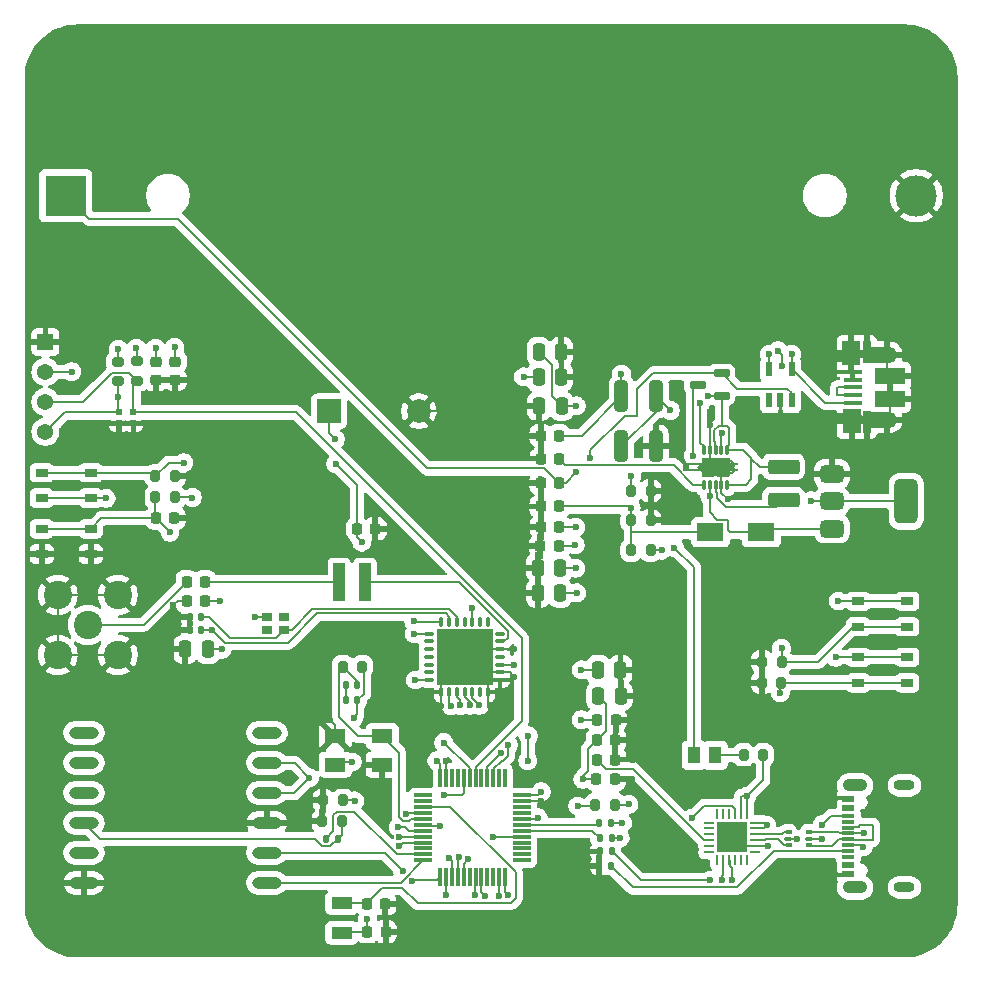
<source format=gbr>
%TF.GenerationSoftware,KiCad,Pcbnew,9.0.0*%
%TF.CreationDate,2025-06-11T08:44:37+09:00*%
%TF.ProjectId,FLP_PCB_terminal,464c505f-5043-4425-9f74-65726d696e61,rev?*%
%TF.SameCoordinates,Original*%
%TF.FileFunction,Copper,L1,Top*%
%TF.FilePolarity,Positive*%
%FSLAX46Y46*%
G04 Gerber Fmt 4.6, Leading zero omitted, Abs format (unit mm)*
G04 Created by KiCad (PCBNEW 9.0.0) date 2025-06-11 08:44:37*
%MOMM*%
%LPD*%
G01*
G04 APERTURE LIST*
G04 Aperture macros list*
%AMRoundRect*
0 Rectangle with rounded corners*
0 $1 Rounding radius*
0 $2 $3 $4 $5 $6 $7 $8 $9 X,Y pos of 4 corners*
0 Add a 4 corners polygon primitive as box body*
4,1,4,$2,$3,$4,$5,$6,$7,$8,$9,$2,$3,0*
0 Add four circle primitives for the rounded corners*
1,1,$1+$1,$2,$3*
1,1,$1+$1,$4,$5*
1,1,$1+$1,$6,$7*
1,1,$1+$1,$8,$9*
0 Add four rect primitives between the rounded corners*
20,1,$1+$1,$2,$3,$4,$5,0*
20,1,$1+$1,$4,$5,$6,$7,0*
20,1,$1+$1,$6,$7,$8,$9,0*
20,1,$1+$1,$8,$9,$2,$3,0*%
G04 Aperture macros list end*
%TA.AperFunction,SMDPad,CuDef*%
%ADD10RoundRect,0.140000X-0.140000X-0.170000X0.140000X-0.170000X0.140000X0.170000X-0.140000X0.170000X0*%
%TD*%
%TA.AperFunction,SMDPad,CuDef*%
%ADD11RoundRect,0.225000X0.225000X0.250000X-0.225000X0.250000X-0.225000X-0.250000X0.225000X-0.250000X0*%
%TD*%
%TA.AperFunction,SMDPad,CuDef*%
%ADD12RoundRect,0.225000X-0.225000X-0.250000X0.225000X-0.250000X0.225000X0.250000X-0.225000X0.250000X0*%
%TD*%
%TA.AperFunction,SMDPad,CuDef*%
%ADD13O,2.500000X1.000000*%
%TD*%
%TA.AperFunction,SMDPad,CuDef*%
%ADD14RoundRect,0.250000X-1.075000X0.375000X-1.075000X-0.375000X1.075000X-0.375000X1.075000X0.375000X0*%
%TD*%
%TA.AperFunction,SMDPad,CuDef*%
%ADD15RoundRect,0.250000X0.250000X0.475000X-0.250000X0.475000X-0.250000X-0.475000X0.250000X-0.475000X0*%
%TD*%
%TA.AperFunction,SMDPad,CuDef*%
%ADD16RoundRect,0.135000X-0.135000X-0.185000X0.135000X-0.185000X0.135000X0.185000X-0.135000X0.185000X0*%
%TD*%
%TA.AperFunction,SMDPad,CuDef*%
%ADD17R,1.050000X0.650000*%
%TD*%
%TA.AperFunction,SMDPad,CuDef*%
%ADD18RoundRect,0.200000X-0.200000X-0.275000X0.200000X-0.275000X0.200000X0.275000X-0.200000X0.275000X0*%
%TD*%
%TA.AperFunction,SMDPad,CuDef*%
%ADD19R,0.600000X0.490000*%
%TD*%
%TA.AperFunction,SMDPad,CuDef*%
%ADD20RoundRect,0.250000X-0.312500X-1.075000X0.312500X-1.075000X0.312500X1.075000X-0.312500X1.075000X0*%
%TD*%
%TA.AperFunction,SMDPad,CuDef*%
%ADD21R,2.300000X1.550000*%
%TD*%
%TA.AperFunction,SMDPad,CuDef*%
%ADD22R,1.800000X1.000000*%
%TD*%
%TA.AperFunction,SMDPad,CuDef*%
%ADD23R,0.558800X1.270000*%
%TD*%
%TA.AperFunction,SMDPad,CuDef*%
%ADD24RoundRect,0.093750X0.156250X0.093750X-0.156250X0.093750X-0.156250X-0.093750X0.156250X-0.093750X0*%
%TD*%
%TA.AperFunction,SMDPad,CuDef*%
%ADD25RoundRect,0.075000X0.250000X0.075000X-0.250000X0.075000X-0.250000X-0.075000X0.250000X-0.075000X0*%
%TD*%
%TA.AperFunction,SMDPad,CuDef*%
%ADD26RoundRect,0.250000X-0.250000X-0.475000X0.250000X-0.475000X0.250000X0.475000X-0.250000X0.475000X0*%
%TD*%
%TA.AperFunction,SMDPad,CuDef*%
%ADD27RoundRect,0.075000X-0.075000X0.312500X-0.075000X-0.312500X0.075000X-0.312500X0.075000X0.312500X0*%
%TD*%
%TA.AperFunction,SMDPad,CuDef*%
%ADD28RoundRect,0.075000X-0.312500X0.075000X-0.312500X-0.075000X0.312500X-0.075000X0.312500X0.075000X0*%
%TD*%
%TA.AperFunction,HeatsinkPad*%
%ADD29R,4.800000X4.800000*%
%TD*%
%TA.AperFunction,SMDPad,CuDef*%
%ADD30RoundRect,0.225000X-0.250000X0.225000X-0.250000X-0.225000X0.250000X-0.225000X0.250000X0.225000X0*%
%TD*%
%TA.AperFunction,SMDPad,CuDef*%
%ADD31RoundRect,0.200000X0.200000X0.275000X-0.200000X0.275000X-0.200000X-0.275000X0.200000X-0.275000X0*%
%TD*%
%TA.AperFunction,SMDPad,CuDef*%
%ADD32R,1.800000X1.200000*%
%TD*%
%TA.AperFunction,SMDPad,CuDef*%
%ADD33R,1.140000X1.470000*%
%TD*%
%TA.AperFunction,SMDPad,CuDef*%
%ADD34RoundRect,0.070000X-0.710000X-0.070000X0.710000X-0.070000X0.710000X0.070000X-0.710000X0.070000X0*%
%TD*%
%TA.AperFunction,SMDPad,CuDef*%
%ADD35RoundRect,0.070000X-0.070000X-0.710000X0.070000X-0.710000X0.070000X0.710000X-0.070000X0.710000X0*%
%TD*%
%TA.AperFunction,SMDPad,CuDef*%
%ADD36R,0.900000X0.800000*%
%TD*%
%TA.AperFunction,SMDPad,CuDef*%
%ADD37RoundRect,0.375000X-0.625000X-0.375000X0.625000X-0.375000X0.625000X0.375000X-0.625000X0.375000X0*%
%TD*%
%TA.AperFunction,SMDPad,CuDef*%
%ADD38RoundRect,0.500000X-0.500000X-1.400000X0.500000X-1.400000X0.500000X1.400000X-0.500000X1.400000X0*%
%TD*%
%TA.AperFunction,SMDPad,CuDef*%
%ADD39R,1.650000X0.400000*%
%TD*%
%TA.AperFunction,SMDPad,CuDef*%
%ADD40R,0.700000X1.825000*%
%TD*%
%TA.AperFunction,SMDPad,CuDef*%
%ADD41R,1.500000X2.000000*%
%TD*%
%TA.AperFunction,SMDPad,CuDef*%
%ADD42R,2.000000X1.350000*%
%TD*%
%TA.AperFunction,HeatsinkPad*%
%ADD43O,1.700000X1.350000*%
%TD*%
%TA.AperFunction,HeatsinkPad*%
%ADD44O,1.500000X1.100000*%
%TD*%
%TA.AperFunction,SMDPad,CuDef*%
%ADD45R,2.500000X1.430000*%
%TD*%
%TA.AperFunction,SMDPad,CuDef*%
%ADD46R,1.000000X3.200000*%
%TD*%
%TA.AperFunction,ComponentPad*%
%ADD47R,3.500000X3.500000*%
%TD*%
%TA.AperFunction,ComponentPad*%
%ADD48C,3.500000*%
%TD*%
%TA.AperFunction,SMDPad,CuDef*%
%ADD49R,0.280000X0.280000*%
%TD*%
%TA.AperFunction,SMDPad,CuDef*%
%ADD50O,0.280000X0.850000*%
%TD*%
%TA.AperFunction,ComponentPad*%
%ADD51C,0.600000*%
%TD*%
%TA.AperFunction,SMDPad,CuDef*%
%ADD52R,1.050000X0.680000*%
%TD*%
%TA.AperFunction,SMDPad,CuDef*%
%ADD53R,0.500000X0.260000*%
%TD*%
%TA.AperFunction,SMDPad,CuDef*%
%ADD54R,0.700000X0.280000*%
%TD*%
%TA.AperFunction,SMDPad,CuDef*%
%ADD55R,2.400000X1.650000*%
%TD*%
%TA.AperFunction,SMDPad,CuDef*%
%ADD56RoundRect,0.062500X0.350000X0.062500X-0.350000X0.062500X-0.350000X-0.062500X0.350000X-0.062500X0*%
%TD*%
%TA.AperFunction,SMDPad,CuDef*%
%ADD57RoundRect,0.062500X0.062500X0.350000X-0.062500X0.350000X-0.062500X-0.350000X0.062500X-0.350000X0*%
%TD*%
%TA.AperFunction,HeatsinkPad*%
%ADD58R,2.600000X2.600000*%
%TD*%
%TA.AperFunction,SMDPad,CuDef*%
%ADD59R,0.980000X0.600000*%
%TD*%
%TA.AperFunction,SMDPad,CuDef*%
%ADD60R,1.000000X0.600000*%
%TD*%
%TA.AperFunction,SMDPad,CuDef*%
%ADD61R,1.140000X0.300000*%
%TD*%
%TA.AperFunction,ComponentPad*%
%ADD62O,2.100000X1.050000*%
%TD*%
%TA.AperFunction,ComponentPad*%
%ADD63O,1.800000X0.900000*%
%TD*%
%TA.AperFunction,ComponentPad*%
%ADD64R,2.000000X2.000000*%
%TD*%
%TA.AperFunction,ComponentPad*%
%ADD65C,2.000000*%
%TD*%
%TA.AperFunction,SMDPad,CuDef*%
%ADD66RoundRect,0.200000X0.275000X-0.200000X0.275000X0.200000X-0.275000X0.200000X-0.275000X-0.200000X0*%
%TD*%
%TA.AperFunction,ComponentPad*%
%ADD67C,2.400000*%
%TD*%
%TA.AperFunction,ComponentPad*%
%ADD68R,1.370000X1.370000*%
%TD*%
%TA.AperFunction,ComponentPad*%
%ADD69C,1.370000*%
%TD*%
%TA.AperFunction,SMDPad,CuDef*%
%ADD70RoundRect,0.075000X0.575000X0.225000X-0.575000X0.225000X-0.575000X-0.225000X0.575000X-0.225000X0*%
%TD*%
%TA.AperFunction,ViaPad*%
%ADD71C,0.600000*%
%TD*%
%TA.AperFunction,Conductor*%
%ADD72C,0.200000*%
%TD*%
G04 APERTURE END LIST*
D10*
%TO.P,C6,1*%
%TO.N,Net-(C6-Pad1)*%
X72710000Y-141430000D03*
%TO.P,C6,2*%
%TO.N,OSC_IN*%
X73670000Y-141430000D03*
%TD*%
D11*
%TO.P,C19,1*%
%TO.N,Net-(U6-VAUX)*%
X90745000Y-122320000D03*
%TO.P,C19,2*%
%TO.N,GND*%
X89195000Y-122320000D03*
%TD*%
D12*
%TO.P,C31,1*%
%TO.N,PC_OSC_IN*%
X74480000Y-159970000D03*
%TO.P,C31,2*%
%TO.N,GND*%
X76030000Y-159970000D03*
%TD*%
D13*
%TO.P,U3,1,RXD1*%
%TO.N,GPS_Rx*%
X66020000Y-158190000D03*
%TO.P,U3,2,TXD1*%
%TO.N,GPS_TX*%
X66020000Y-155650000D03*
%TO.P,U3,3,GND*%
%TO.N,GND*%
X66020000Y-153110000D03*
%TO.P,U3,4,VCC*%
%TO.N,3.3V OUT*%
X66020000Y-150570000D03*
%TO.P,U3,5,V_BCKP*%
X66020000Y-148030000D03*
%TO.P,U3,6,1PPS*%
%TO.N,unconnected-(U3-1PPS-Pad6)*%
X66020000Y-145490000D03*
%TO.P,U3,7,FORCE_ON*%
%TO.N,unconnected-(U3-FORCE_ON-Pad7)*%
X50520000Y-145490000D03*
%TO.P,U3,8,AADET_N*%
%TO.N,unconnected-(U3-AADET_N-Pad8)*%
X50520000Y-148030000D03*
%TO.P,U3,9*%
%TO.N,N/C*%
X50520000Y-150570000D03*
%TO.P,U3,10,~{RESET}*%
%TO.N,Net-(U3-~{RESET})*%
X50520000Y-153110000D03*
%TO.P,U3,11,EX_ANT*%
%TO.N,unconnected-(U3-EX_ANT-Pad11)*%
X50520000Y-155650000D03*
%TO.P,U3,12,GND*%
%TO.N,GND*%
X50520000Y-158190000D03*
%TD*%
D14*
%TO.P,L1,1,1*%
%TO.N,Net-(Q1-D)*%
X109770000Y-122970000D03*
%TO.P,L1,2,2*%
%TO.N,Net-(U6-L)*%
X109770000Y-125770000D03*
%TD*%
D12*
%TO.P,C28,1*%
%TO.N,GND*%
X59215000Y-134310000D03*
%TO.P,C28,2*%
%TO.N,3.3V OUT*%
X60765000Y-134310000D03*
%TD*%
D15*
%TO.P,C20,1*%
%TO.N,5v OUT*%
X90970000Y-117820000D03*
%TO.P,C20,2*%
%TO.N,GND*%
X89070000Y-117820000D03*
%TD*%
D11*
%TO.P,C11,1*%
%TO.N,Net-(BT1-+)*%
X90745000Y-124340000D03*
%TO.P,C11,2*%
%TO.N,GND*%
X89195000Y-124340000D03*
%TD*%
D16*
%TO.P,R16,1*%
%TO.N,GND*%
X94180000Y-155530000D03*
%TO.P,R16,2*%
%TO.N,Net-(UART1-CC2)*%
X95200000Y-155530000D03*
%TD*%
D17*
%TO.P,ID1,1*%
%TO.N,3.3V OUT*%
X116075000Y-139095000D03*
%TO.P,ID1,2*%
X120225000Y-139095000D03*
%TO.P,ID1,3*%
%TO.N,ID*%
X116075000Y-141245000D03*
%TO.P,ID1,4*%
X120225000Y-141245000D03*
%TD*%
D18*
%TO.P,R19,1*%
%TO.N,GND*%
X107920000Y-141230000D03*
%TO.P,R19,2*%
%TO.N,ID*%
X109570000Y-141230000D03*
%TD*%
D19*
%TO.P,C22,1*%
%TO.N,I2C SCL*%
X54720000Y-118356000D03*
%TO.P,C22,2*%
%TO.N,GND*%
X54720000Y-119270000D03*
%TD*%
D16*
%TO.P,R9,1*%
%TO.N,RX*%
X94170000Y-153100000D03*
%TO.P,R9,2*%
%TO.N,Net-(U5-TXD)*%
X95190000Y-153100000D03*
%TD*%
D20*
%TO.P,R13,1*%
%TO.N,Net-(U6-UVLO)*%
X96037500Y-121210000D03*
%TO.P,R13,2*%
%TO.N,GND*%
X98962500Y-121210000D03*
%TD*%
D21*
%TO.P,D1,A*%
%TO.N,5v OUT*%
X107870000Y-128510000D03*
%TO.P,D1,C*%
%TO.N,Net-(Charger1-VBUS)*%
X103570000Y-128510000D03*
%TD*%
D22*
%TO.P,Y3,1,1*%
%TO.N,PC_OSC_IN*%
X72350000Y-159910000D03*
%TO.P,Y3,2,2*%
%TO.N,PC_OSC_OUT*%
X72350000Y-162410000D03*
%TD*%
D12*
%TO.P,C8,1*%
%TO.N,GND*%
X89160000Y-129660000D03*
%TO.P,C8,2*%
%TO.N,3.3V OUT*%
X90710000Y-129660000D03*
%TD*%
%TO.P,C9,1*%
%TO.N,Buzzer*%
X73655000Y-128210000D03*
%TO.P,C9,2*%
%TO.N,GND*%
X75205000Y-128210000D03*
%TD*%
D10*
%TO.P,C26,1*%
%TO.N,GND*%
X59510000Y-136780000D03*
%TO.P,C26,2*%
%TO.N,Net-(U8-XTB)*%
X60470000Y-136780000D03*
%TD*%
D23*
%TO.P,U4,1,STAT*%
%TO.N,unconnected-(U4-STAT-Pad1)*%
X108560200Y-117295400D03*
%TO.P,U4,2,V_{SS}*%
%TO.N,GND*%
X109500000Y-117295400D03*
%TO.P,U4,3,V_{BAT}*%
%TO.N,Net-(BT1-+)*%
X110439800Y-117295400D03*
%TO.P,U4,4,V_{DD}*%
%TO.N,Net-(Charger1-VBUS)*%
X110439800Y-114704600D03*
%TO.P,U4,5,PROG*%
%TO.N,Net-(U4-PROG)*%
X108560200Y-114704600D03*
%TD*%
D12*
%TO.P,C18,1*%
%TO.N,Net-(U5-VPP)*%
X93950000Y-147760000D03*
%TO.P,C18,2*%
%TO.N,GND*%
X95500000Y-147760000D03*
%TD*%
D24*
%TO.P,U7,1,I/O1*%
%TO.N,Net-(U7-I{slash}O1-Pad1)*%
X111880000Y-154985000D03*
D25*
%TO.P,U7,2,GND*%
%TO.N,GND*%
X111955000Y-154447500D03*
D24*
%TO.P,U7,3,I/O2*%
%TO.N,Net-(U7-I{slash}O2-Pad3)*%
X111880000Y-153910000D03*
%TO.P,U7,4,I/O2*%
%TO.N,Net-(U5-D-)*%
X110180000Y-153910000D03*
D25*
%TO.P,U7,5,VBUS*%
%TO.N,Net-(U5-REGIN)*%
X110105000Y-154447500D03*
D24*
%TO.P,U7,6,I/O1*%
%TO.N,Net-(U5-D+)*%
X110180000Y-154985000D03*
%TD*%
D26*
%TO.P,C29,1*%
%TO.N,GND*%
X59120000Y-138420000D03*
%TO.P,C29,2*%
%TO.N,3.3V OUT*%
X61020000Y-138420000D03*
%TD*%
D16*
%TO.P,R8,1*%
%TO.N,TX*%
X94180000Y-154380000D03*
%TO.P,R8,2*%
%TO.N,Net-(U5-RXD)*%
X95200000Y-154380000D03*
%TD*%
D11*
%TO.P,C17,1*%
%TO.N,GND*%
X95470000Y-149420000D03*
%TO.P,C17,2*%
%TO.N,Net-(U5-REGIN)*%
X93920000Y-149420000D03*
%TD*%
D27*
%TO.P,U8,1,RFI_LF*%
%TO.N,unconnected-(U8-RFI_LF-Pad1)*%
X84700000Y-136062500D03*
%TO.P,U8,2,VR_ANA*%
%TO.N,unconnected-(U8-VR_ANA-Pad2)*%
X84050000Y-136062500D03*
%TO.P,U8,3,VBAT_ANA*%
%TO.N,3.3V OUT*%
X83400000Y-136062500D03*
%TO.P,U8,4,VR_DIG*%
%TO.N,unconnected-(U8-VR_DIG-Pad4)*%
X82750000Y-136062500D03*
%TO.P,U8,5,XTA*%
%TO.N,Net-(U8-XTA)*%
X82100000Y-136062500D03*
%TO.P,U8,6,XTB*%
%TO.N,Net-(U8-XTB)*%
X81450000Y-136062500D03*
%TO.P,U8,7,~{RESET}*%
%TO.N,RESET*%
X80800000Y-136062500D03*
D28*
%TO.P,U8,8,DIO0*%
%TO.N,DIO0(IRQ)*%
X79762500Y-137100000D03*
%TO.P,U8,9,DIO1*%
%TO.N,unconnected-(U8-DIO1-Pad9)*%
X79762500Y-137750000D03*
%TO.P,U8,10,DIO2*%
%TO.N,unconnected-(U8-DIO2-Pad10)*%
X79762500Y-138400000D03*
%TO.P,U8,11,DIO3*%
%TO.N,unconnected-(U8-DIO3-Pad11)*%
X79762500Y-139050000D03*
%TO.P,U8,12,DIO4*%
%TO.N,unconnected-(U8-DIO4-Pad12)*%
X79762500Y-139700000D03*
%TO.P,U8,13,DIO5*%
%TO.N,unconnected-(U8-DIO5-Pad13)*%
X79762500Y-140350000D03*
%TO.P,U8,14,VBAT_DIG*%
%TO.N,3.3V OUT*%
X79762500Y-141000000D03*
D27*
%TO.P,U8,15,GND*%
%TO.N,GND*%
X80800000Y-142037500D03*
%TO.P,U8,16,SCK*%
%TO.N,SCK*%
X81450000Y-142037500D03*
%TO.P,U8,17,MISO*%
%TO.N,MISO*%
X82100000Y-142037500D03*
%TO.P,U8,18,MOSI*%
%TO.N,MOSI*%
X82750000Y-142037500D03*
%TO.P,U8,19,NSS*%
%TO.N,NSS(CS)*%
X83400000Y-142037500D03*
%TO.P,U8,20,RXTX/RF_MOD*%
%TO.N,unconnected-(U8-RXTX{slash}RF_MOD-Pad20)*%
X84050000Y-142037500D03*
%TO.P,U8,21,GND*%
%TO.N,GND*%
X84700000Y-142037500D03*
D28*
%TO.P,U8,22,GND*%
X85737500Y-141000000D03*
%TO.P,U8,23,GND*%
X85737500Y-140350000D03*
%TO.P,U8,24,VBAT_RF*%
%TO.N,3.3V OUT*%
X85737500Y-139700000D03*
%TO.P,U8,25,VR_PA*%
%TO.N,unconnected-(U8-VR_PA-Pad25)*%
X85737500Y-139050000D03*
%TO.P,U8,26,GND*%
%TO.N,GND*%
X85737500Y-138400000D03*
%TO.P,U8,27,PA_BOOST*%
%TO.N,Net-(U8-PA_BOOST)*%
X85737500Y-137750000D03*
%TO.P,U8,28,RFO_LF*%
%TO.N,unconnected-(U8-RFO_LF-Pad28)*%
X85737500Y-137100000D03*
D29*
%TO.P,U8,29,GND*%
%TO.N,GND*%
X82750000Y-139050000D03*
%TD*%
D30*
%TO.P,C24,1*%
%TO.N,3.3V OUT*%
X56610000Y-114065000D03*
%TO.P,C24,2*%
%TO.N,GND*%
X56610000Y-115615000D03*
%TD*%
D26*
%TO.P,C1,1*%
%TO.N,5v OUT*%
X89030000Y-113220000D03*
%TO.P,C1,2*%
%TO.N,GND*%
X90930000Y-113220000D03*
%TD*%
D18*
%TO.P,R10,1*%
%TO.N,Net-(Charger1-VBUS)*%
X96850000Y-130010000D03*
%TO.P,R10,2*%
%TO.N,Net-(Q1-G)*%
X98500000Y-130010000D03*
%TD*%
D31*
%TO.P,F1,1*%
%TO.N,Net-(U5-REGIN)*%
X108040000Y-147350000D03*
%TO.P,F1,2*%
%TO.N,Net-(F1-Pad2)*%
X106390000Y-147350000D03*
%TD*%
D17*
%TO.P,S1,1*%
%TO.N,BOOT0*%
X46946500Y-123455000D03*
%TO.P,S1,2*%
X51096500Y-123455000D03*
%TO.P,S1,3*%
%TO.N,3.3V OUT*%
X46946500Y-125605000D03*
%TO.P,S1,4*%
X51096500Y-125605000D03*
%TD*%
D32*
%TO.P,Y1,1*%
%TO.N,OSC_OUT*%
X71790000Y-148170000D03*
%TO.P,Y1,2,GND*%
%TO.N,GND*%
X75790000Y-148170000D03*
%TO.P,Y1,3*%
%TO.N,OSC_IN*%
X75790000Y-145770000D03*
%TO.P,Y1,4,GND*%
%TO.N,GND*%
X71790000Y-145770000D03*
%TD*%
D33*
%TO.P,FL1,1*%
%TO.N,Net-(F1-Pad2)*%
X103973000Y-147383000D03*
%TO.P,FL1,2*%
%TO.N,5v OUT*%
X102193000Y-147383000D03*
%TD*%
D18*
%TO.P,R7,1*%
%TO.N,Net-(Charger1-VBUS)*%
X96850000Y-127500000D03*
%TO.P,R7,2*%
%TO.N,GND*%
X98500000Y-127500000D03*
%TD*%
%TO.P,R11,1*%
%TO.N,OSC_IN*%
X72455000Y-139870000D03*
%TO.P,R11,2*%
%TO.N,OSC_OUT*%
X74105000Y-139870000D03*
%TD*%
D12*
%TO.P,C12,1*%
%TO.N,3.3V OUT*%
X94000000Y-144380000D03*
%TO.P,C12,2*%
%TO.N,GND*%
X95550000Y-144380000D03*
%TD*%
D18*
%TO.P,R4,1*%
%TO.N,GND*%
X70695000Y-152950000D03*
%TO.P,R4,2*%
%TO.N,Net-(U3-~{RESET})*%
X72345000Y-152950000D03*
%TD*%
D16*
%TO.P,R17,1*%
%TO.N,GND*%
X94160000Y-156740000D03*
%TO.P,R17,2*%
%TO.N,Net-(UART1-CC1)*%
X95180000Y-156740000D03*
%TD*%
D17*
%TO.P,Find_Host1,1*%
%TO.N,3.3V OUT*%
X116075000Y-134345000D03*
%TO.P,Find_Host1,2*%
X120225000Y-134345000D03*
%TO.P,Find_Host1,3*%
%TO.N,Find_Host*%
X116075000Y-136495000D03*
%TO.P,Find_Host1,4*%
X120225000Y-136495000D03*
%TD*%
D20*
%TO.P,R12,1*%
%TO.N,Net-(Q1-D)*%
X96037500Y-117000000D03*
%TO.P,R12,2*%
%TO.N,Net-(U6-UVLO)*%
X98962500Y-117000000D03*
%TD*%
D34*
%TO.P,U2,1,VBAT*%
%TO.N,unconnected-(U2-VBAT-Pad1)*%
X79250000Y-150770000D03*
%TO.P,U2,2,PC13-TAMPER-RTC*%
%TO.N,unconnected-(U2-PC13-TAMPER-RTC-Pad2)*%
X79250000Y-151270000D03*
%TO.P,U2,3,PC14-OSC32_IN*%
%TO.N,PC_OSC_IN*%
X79250000Y-151770000D03*
%TO.P,U2,4,PC15-OSC32_OUT*%
%TO.N,PC_OSC_OUT*%
X79250000Y-152270000D03*
%TO.P,U2,5,PD0_OSC_IN*%
%TO.N,OSC_IN*%
X79250000Y-152770000D03*
%TO.P,U2,6,PD1_OSC_OUT*%
%TO.N,OSC_OUT*%
X79250000Y-153270000D03*
%TO.P,U2,7,NRST*%
%TO.N,NRST*%
X79250000Y-153770000D03*
%TO.P,U2,8,VSSA*%
%TO.N,GND*%
X79250000Y-154270000D03*
%TO.P,U2,9,VDDA*%
%TO.N,3.3V OUT*%
X79250000Y-154770000D03*
%TO.P,U2,10,PA0_WKUP*%
%TO.N,unconnected-(U2-PA0_WKUP-Pad10)*%
X79250000Y-155270000D03*
%TO.P,U2,11,PA1*%
%TO.N,GPS_Reset*%
X79250000Y-155770000D03*
%TO.P,U2,12,PA2*%
%TO.N,GPS_Rx*%
X79250000Y-156270000D03*
D35*
%TO.P,U2,13,PA3*%
%TO.N,GPS_TX*%
X80680000Y-157700000D03*
%TO.P,U2,14,PA4*%
%TO.N,NSS(CS)*%
X81180000Y-157700000D03*
%TO.P,U2,15,PA5*%
%TO.N,SCK*%
X81680000Y-157700000D03*
%TO.P,U2,16,PA6*%
%TO.N,MISO*%
X82180000Y-157700000D03*
%TO.P,U2,17,PA7*%
%TO.N,MOSI*%
X82680000Y-157700000D03*
%TO.P,U2,18,PB0*%
%TO.N,unconnected-(U2-PB0-Pad18)*%
X83180000Y-157700000D03*
%TO.P,U2,19,PB1*%
%TO.N,DIO0(IRQ)*%
X83680000Y-157700000D03*
%TO.P,U2,20,PB2*%
%TO.N,Net-(U2-PB2)*%
X84180000Y-157700000D03*
%TO.P,U2,21,PB10*%
%TO.N,unconnected-(U2-PB10-Pad21)*%
X84680000Y-157700000D03*
%TO.P,U2,22,PB11*%
%TO.N,unconnected-(U2-PB11-Pad22)*%
X85180000Y-157700000D03*
%TO.P,U2,23,VSS*%
%TO.N,GND*%
X85680000Y-157700000D03*
%TO.P,U2,24,VDD*%
%TO.N,3.3V OUT*%
X86180000Y-157700000D03*
D34*
%TO.P,U2,25,PB12*%
%TO.N,unconnected-(U2-PB12-Pad25)*%
X87610000Y-156270000D03*
%TO.P,U2,26,PB13*%
%TO.N,unconnected-(U2-PB13-Pad26)*%
X87610000Y-155770000D03*
%TO.P,U2,27,PB14*%
%TO.N,unconnected-(U2-PB14-Pad27)*%
X87610000Y-155270000D03*
%TO.P,U2,28,PB15*%
%TO.N,unconnected-(U2-PB15-Pad28)*%
X87610000Y-154770000D03*
%TO.P,U2,29,PA8*%
%TO.N,RESET*%
X87610000Y-154270000D03*
%TO.P,U2,30,PA9*%
%TO.N,TX*%
X87610000Y-153770000D03*
%TO.P,U2,31,PA10*%
%TO.N,RX*%
X87610000Y-153270000D03*
%TO.P,U2,32,PA11*%
%TO.N,Buzzer*%
X87610000Y-152770000D03*
%TO.P,U2,33,PA12*%
%TO.N,unconnected-(U2-PA12-Pad33)*%
X87610000Y-152270000D03*
%TO.P,U2,34,PA13*%
%TO.N,unconnected-(U2-PA13-Pad34)*%
X87610000Y-151770000D03*
%TO.P,U2,35,VSS*%
%TO.N,GND*%
X87610000Y-151270000D03*
%TO.P,U2,36,VDD*%
%TO.N,3.3V OUT*%
X87610000Y-150770000D03*
D35*
%TO.P,U2,37,PA14*%
%TO.N,unconnected-(U2-PA14-Pad37)*%
X86180000Y-149340000D03*
%TO.P,U2,38,PA15*%
%TO.N,unconnected-(U2-PA15-Pad38)*%
X85680000Y-149340000D03*
%TO.P,U2,39,PB3*%
%TO.N,Find_Host*%
X85180000Y-149340000D03*
%TO.P,U2,40,PB4*%
%TO.N,ID*%
X84680000Y-149340000D03*
%TO.P,U2,41,PB5*%
%TO.N,unconnected-(U2-PB5-Pad41)*%
X84180000Y-149340000D03*
%TO.P,U2,42,PB6*%
%TO.N,I2C SCL*%
X83680000Y-149340000D03*
%TO.P,U2,43,PB7*%
%TO.N,I2C SDL*%
X83180000Y-149340000D03*
%TO.P,U2,44,BOOT0*%
%TO.N,BOOT0*%
X82680000Y-149340000D03*
%TO.P,U2,45,PB8*%
%TO.N,unconnected-(U2-PB8-Pad45)*%
X82180000Y-149340000D03*
%TO.P,U2,46,PB9*%
%TO.N,unconnected-(U2-PB9-Pad46)*%
X81680000Y-149340000D03*
%TO.P,U2,47,VSS*%
%TO.N,GND*%
X81180000Y-149340000D03*
%TO.P,U2,48,VDD*%
%TO.N,3.3V OUT*%
X80680000Y-149340000D03*
%TD*%
D36*
%TO.P,Y2,1,1*%
%TO.N,N/C*%
X66060000Y-136740000D03*
%TO.P,Y2,2,2*%
%TO.N,Net-(U8-XTA)*%
X67460000Y-136740000D03*
%TO.P,Y2,3*%
%TO.N,N/C*%
X67460000Y-135640000D03*
%TO.P,Y2,4*%
%TO.N,Net-(U8-XTB)*%
X66060000Y-135640000D03*
%TD*%
D18*
%TO.P,R6,1*%
%TO.N,Net-(U4-PROG)*%
X96850000Y-124990000D03*
%TO.P,R6,2*%
%TO.N,GND*%
X98500000Y-124990000D03*
%TD*%
D37*
%TO.P,U1,1,GND*%
%TO.N,GND*%
X113850000Y-123587500D03*
%TO.P,U1,2,VO*%
%TO.N,3.3V OUT*%
X113850000Y-125887500D03*
D38*
X120150000Y-125887500D03*
D37*
%TO.P,U1,3,VI*%
%TO.N,5v OUT*%
X113850000Y-128187500D03*
%TD*%
D39*
%TO.P,Charger1,1,VBUS*%
%TO.N,Net-(Charger1-VBUS)*%
X115620000Y-117530000D03*
%TO.P,Charger1,2,D-*%
%TO.N,Net-(Charger1-D+)*%
X115620000Y-116880000D03*
%TO.P,Charger1,3,D+*%
X115620000Y-116230000D03*
%TO.P,Charger1,4,ID*%
%TO.N,GND*%
X115620000Y-115580000D03*
%TO.P,Charger1,5,GND*%
X115620000Y-114930000D03*
D40*
%TO.P,Charger1,6,Shield*%
X116820000Y-119180000D03*
D41*
X115520000Y-119080000D03*
D42*
X117570000Y-118960000D03*
D43*
X118500000Y-118960000D03*
D44*
X115500000Y-118650000D03*
D45*
X118770000Y-117190000D03*
X118770000Y-115270000D03*
D44*
X115500000Y-113810000D03*
D43*
X118500000Y-113500000D03*
D42*
X117570000Y-113480000D03*
D41*
X115500000Y-113330000D03*
D40*
X116820000Y-113230000D03*
%TD*%
D46*
%TO.P,L2,1*%
%TO.N,Net-(C27-Pad2)*%
X72150000Y-132740000D03*
%TO.P,L2,2*%
%TO.N,Net-(U8-PA_BOOST)*%
X74350000Y-132740000D03*
%TD*%
D12*
%TO.P,C27,1*%
%TO.N,Net-(C27-Pad1)*%
X59235000Y-132680000D03*
%TO.P,C27,2*%
%TO.N,Net-(C27-Pad2)*%
X60785000Y-132680000D03*
%TD*%
D26*
%TO.P,C16,1*%
%TO.N,Net-(U5-REGIN)*%
X94075000Y-142350000D03*
%TO.P,C16,2*%
%TO.N,GND*%
X95975000Y-142350000D03*
%TD*%
D16*
%TO.P,R3,1*%
%TO.N,GPS_Reset*%
X70990000Y-154480000D03*
%TO.P,R3,2*%
%TO.N,Net-(U3-~{RESET})*%
X72010000Y-154480000D03*
%TD*%
D17*
%TO.P,S2,1*%
%TO.N,NRST*%
X46946500Y-128205000D03*
%TO.P,S2,2*%
X51096500Y-128205000D03*
%TO.P,S2,3*%
%TO.N,GND*%
X46946500Y-130355000D03*
%TO.P,S2,4*%
X51096500Y-130355000D03*
%TD*%
D12*
%TO.P,C14,1*%
%TO.N,Net-(U5-REGIN)*%
X93960000Y-146080000D03*
%TO.P,C14,2*%
%TO.N,GND*%
X95510000Y-146080000D03*
%TD*%
D47*
%TO.P,BT1,1,+*%
%TO.N,Net-(BT1-+)*%
X49000000Y-100000000D03*
D48*
%TO.P,BT1,2,-*%
%TO.N,GND*%
X121000000Y-100000000D03*
%TD*%
D49*
%TO.P,U6,1,VAUX*%
%TO.N,Net-(U6-VAUX)*%
X103000000Y-124760000D03*
D50*
X103000000Y-124475000D03*
D49*
%TO.P,U6,2,VOUT*%
%TO.N,5v OUT*%
X103500000Y-124760000D03*
D50*
X103500000Y-124475000D03*
D49*
%TO.P,U6,3,L*%
%TO.N,Net-(U6-L)*%
X104000000Y-124760000D03*
D50*
X104000000Y-124475000D03*
D49*
%TO.P,U6,4,PGND*%
%TO.N,GND*%
X104500000Y-124760000D03*
D50*
X104500000Y-124475000D03*
D49*
%TO.P,U6,5,VIN*%
%TO.N,Net-(Q1-D)*%
X105000000Y-124760000D03*
D50*
X105000000Y-124475000D03*
%TO.P,U6,6,EN*%
X105000000Y-121525000D03*
D49*
X105000000Y-121240000D03*
D50*
%TO.P,U6,7,UVLO*%
%TO.N,Net-(U6-UVLO)*%
X104500000Y-121525000D03*
D49*
X104500000Y-121240000D03*
D50*
%TO.P,U6,8,PS*%
%TO.N,Net-(Q1-D)*%
X104000000Y-121525000D03*
D49*
X104000000Y-121240000D03*
D50*
%TO.P,U6,9,GND*%
%TO.N,GND*%
X103500000Y-121525000D03*
D49*
X103500000Y-121240000D03*
D50*
%TO.P,U6,10,FB*%
%TO.N,5v OUT*%
X103000000Y-121525000D03*
D49*
X103000000Y-121240000D03*
D51*
%TO.P,U6,11,PAD*%
%TO.N,GND*%
X103250000Y-123500000D03*
X104750000Y-123500000D03*
D52*
X103365000Y-123450000D03*
X104635000Y-123450000D03*
D53*
X102370000Y-123250000D03*
D54*
X102450000Y-123250000D03*
X105550000Y-123250000D03*
D53*
X105630000Y-123250000D03*
D51*
X104000000Y-123000000D03*
D55*
X104000000Y-123000000D03*
D53*
X102370000Y-122750000D03*
D54*
X102450000Y-122750000D03*
X105550000Y-122750000D03*
D53*
X105630000Y-122750000D03*
D52*
X103365000Y-122550000D03*
X104635000Y-122550000D03*
D51*
X103250000Y-122500000D03*
X104750000Y-122500000D03*
%TD*%
D56*
%TO.P,U5,1,~{RI}*%
%TO.N,unconnected-(U5-~{RI}-Pad1)*%
X107335000Y-155580000D03*
%TO.P,U5,2,GND*%
%TO.N,GND*%
X107335000Y-155080000D03*
%TO.P,U5,3,D+*%
%TO.N,Net-(U5-D+)*%
X107335000Y-154580000D03*
%TO.P,U5,4,D-*%
%TO.N,Net-(U5-D-)*%
X107335000Y-154080000D03*
%TO.P,U5,5,VIO*%
%TO.N,3.3V OUT*%
X107335000Y-153580000D03*
%TO.P,U5,6,VDD*%
X107335000Y-153080000D03*
D57*
%TO.P,U5,7,REGIN*%
%TO.N,Net-(U5-REGIN)*%
X106647500Y-152392500D03*
%TO.P,U5,8,VBUS*%
X106147500Y-152392500D03*
%TO.P,U5,9,~{RST}*%
%TO.N,Net-(U5-~{RST})*%
X105647500Y-152392500D03*
%TO.P,U5,10,NC*%
%TO.N,unconnected-(U5-NC-Pad10)*%
X105147500Y-152392500D03*
%TO.P,U5,11,GPIO.3*%
%TO.N,unconnected-(U5-GPIO.3-Pad11)*%
X104647500Y-152392500D03*
%TO.P,U5,12,RS485/GPIO.2*%
%TO.N,unconnected-(U5-RS485{slash}GPIO.2-Pad12)*%
X104147500Y-152392500D03*
D56*
%TO.P,U5,13,RXT/GPIO.1*%
%TO.N,unconnected-(U5-RXT{slash}GPIO.1-Pad13)*%
X103460000Y-153080000D03*
%TO.P,U5,14,TXT/GPIO.0*%
%TO.N,unconnected-(U5-TXT{slash}GPIO.0-Pad14)*%
X103460000Y-153580000D03*
%TO.P,U5,15,~{SUSPEND}*%
%TO.N,unconnected-(U5-~{SUSPEND}-Pad15)*%
X103460000Y-154080000D03*
%TO.P,U5,16,VPP*%
%TO.N,Net-(U5-VPP)*%
X103460000Y-154580000D03*
%TO.P,U5,17,SUSPEND*%
%TO.N,unconnected-(U5-SUSPEND-Pad17)*%
X103460000Y-155080000D03*
%TO.P,U5,18,~{CTS}*%
%TO.N,unconnected-(U5-~{CTS}-Pad18)*%
X103460000Y-155580000D03*
D57*
%TO.P,U5,19,~{RTS}*%
%TO.N,unconnected-(U5-~{RTS}-Pad19)*%
X104147500Y-156267500D03*
%TO.P,U5,20,RXD*%
%TO.N,Net-(U5-RXD)*%
X104647500Y-156267500D03*
%TO.P,U5,21,TXD*%
%TO.N,Net-(U5-TXD)*%
X105147500Y-156267500D03*
%TO.P,U5,22,~{DSR}*%
%TO.N,unconnected-(U5-~{DSR}-Pad22)*%
X105647500Y-156267500D03*
%TO.P,U5,23,~{DTR}*%
%TO.N,unconnected-(U5-~{DTR}-Pad23)*%
X106147500Y-156267500D03*
%TO.P,U5,24,~{DCD}*%
%TO.N,unconnected-(U5-~{DCD}-Pad24)*%
X106647500Y-156267500D03*
D58*
%TO.P,U5,25,GND*%
%TO.N,GND*%
X105397500Y-154330000D03*
%TD*%
D59*
%TO.P,UART1,A1_B12*%
%TO.N,GND*%
X115250000Y-157450000D03*
D60*
%TO.P,UART1,A4_B9*%
%TO.N,N/C*%
X115250000Y-156650000D03*
D61*
%TO.P,UART1,A5,CC1*%
%TO.N,Net-(UART1-CC1)*%
X115250000Y-155500000D03*
%TO.P,UART1,A6,D+*%
%TO.N,Net-(U7-I{slash}O1-Pad1)*%
X115250000Y-154500000D03*
%TO.P,UART1,A7,D-*%
%TO.N,Net-(U7-I{slash}O2-Pad3)*%
X115250000Y-154000000D03*
%TO.P,UART1,A8,SBU1*%
%TO.N,unconnected-(UART1-SBU1-PadA8)*%
X115250000Y-153000000D03*
D59*
%TO.P,UART1,B1_A12*%
%TO.N,GND*%
X115250000Y-151050000D03*
D60*
%TO.P,UART1,B4_A9*%
%TO.N,N/C*%
X115250000Y-151850000D03*
D61*
%TO.P,UART1,B5,CC2*%
%TO.N,Net-(UART1-CC2)*%
X115250000Y-152500000D03*
%TO.P,UART1,B6,D+*%
%TO.N,Net-(U7-I{slash}O1-Pad1)*%
X115250000Y-153500000D03*
%TO.P,UART1,B7,D-*%
%TO.N,Net-(U7-I{slash}O2-Pad3)*%
X115250000Y-155000000D03*
%TO.P,UART1,B8,SBU2*%
%TO.N,unconnected-(UART1-SBU2-PadB8)*%
X115250000Y-156000000D03*
D62*
%TO.P,UART1,SH1*%
%TO.N,N/C*%
X115820000Y-158570000D03*
%TO.P,UART1,SH2*%
X115820000Y-149930000D03*
D63*
%TO.P,UART1,SH3*%
X120000000Y-158570000D03*
%TO.P,UART1,SH4*%
X120000000Y-149930000D03*
%TD*%
D15*
%TO.P,C13,1*%
%TO.N,GND*%
X95955000Y-140140000D03*
%TO.P,C13,2*%
%TO.N,3.3V OUT*%
X94055000Y-140140000D03*
%TD*%
D64*
%TO.P,BZ1,1,+*%
%TO.N,Buzzer*%
X71280000Y-118250000D03*
D65*
%TO.P,BZ1,2,-*%
%TO.N,GND*%
X78880000Y-118250000D03*
%TD*%
D10*
%TO.P,C7,1*%
%TO.N,Net-(C6-Pad1)*%
X72710000Y-142740000D03*
%TO.P,C7,2*%
%TO.N,OSC_OUT*%
X73670000Y-142740000D03*
%TD*%
D11*
%TO.P,C3,1*%
%TO.N,Net-(Charger1-VBUS)*%
X90745000Y-126320000D03*
%TO.P,C3,2*%
%TO.N,GND*%
X89195000Y-126320000D03*
%TD*%
D10*
%TO.P,C25,1*%
%TO.N,GND*%
X59510000Y-135640000D03*
%TO.P,C25,2*%
%TO.N,Net-(U8-XTA)*%
X60470000Y-135640000D03*
%TD*%
D19*
%TO.P,C21,1*%
%TO.N,I2C SDL*%
X53470000Y-118356000D03*
%TO.P,C21,2*%
%TO.N,GND*%
X53470000Y-119270000D03*
%TD*%
D66*
%TO.P,R15,1*%
%TO.N,I2C SDL*%
X53380000Y-115710000D03*
%TO.P,R15,2*%
%TO.N,3.3V OUT*%
X53380000Y-114060000D03*
%TD*%
D67*
%TO.P,J1,1*%
%TO.N,Net-(C27-Pad1)*%
X50840000Y-136340000D03*
%TO.P,J1,2*%
%TO.N,GND*%
X53380000Y-138880000D03*
%TO.P,J1,3*%
X53380000Y-133800000D03*
%TO.P,J1,4*%
X48300000Y-133800000D03*
%TO.P,J1,5*%
X48300000Y-138880000D03*
%TD*%
D26*
%TO.P,C10,1*%
%TO.N,GND*%
X88970000Y-133650000D03*
%TO.P,C10,2*%
%TO.N,3.3V OUT*%
X90870000Y-133650000D03*
%TD*%
D11*
%TO.P,C32,1*%
%TO.N,GND*%
X58180000Y-127300000D03*
%TO.P,C32,2*%
%TO.N,NRST*%
X56630000Y-127300000D03*
%TD*%
D18*
%TO.P,R5,1*%
%TO.N,GND*%
X70785000Y-151200000D03*
%TO.P,R5,2*%
%TO.N,Net-(U2-PB2)*%
X72435000Y-151200000D03*
%TD*%
D31*
%TO.P,R1,1*%
%TO.N,GND*%
X58230000Y-123740000D03*
%TO.P,R1,2*%
%TO.N,BOOT0*%
X56580000Y-123740000D03*
%TD*%
D18*
%TO.P,R14,1*%
%TO.N,Net-(U5-~{RST})*%
X93835000Y-151560000D03*
%TO.P,R14,2*%
%TO.N,3.3V OUT*%
X95485000Y-151560000D03*
%TD*%
D68*
%TO.P,J2,01,01*%
%TO.N,GND*%
X47270000Y-112380000D03*
D69*
%TO.P,J2,02,02*%
%TO.N,3.3V OUT*%
X47270000Y-114920000D03*
%TO.P,J2,03,03*%
%TO.N,I2C SCL*%
X47270000Y-117460000D03*
%TO.P,J2,04,04*%
%TO.N,I2C SDL*%
X47270000Y-120000000D03*
%TD*%
D18*
%TO.P,R20,1*%
%TO.N,GND*%
X107940000Y-139460000D03*
%TO.P,R20,2*%
%TO.N,Find_Host*%
X109590000Y-139460000D03*
%TD*%
D12*
%TO.P,C30,1*%
%TO.N,PC_OSC_OUT*%
X74520000Y-162330000D03*
%TO.P,C30,2*%
%TO.N,GND*%
X76070000Y-162330000D03*
%TD*%
D31*
%TO.P,R2,1*%
%TO.N,3.3V OUT*%
X58220000Y-125540000D03*
%TO.P,R2,2*%
%TO.N,NRST*%
X56570000Y-125540000D03*
%TD*%
D70*
%TO.P,Q1,1,D*%
%TO.N,Net-(Q1-D)*%
X104525000Y-116950000D03*
%TO.P,Q1,2,S*%
%TO.N,Net-(BT1-+)*%
X104525000Y-115050000D03*
%TO.P,Q1,3,G*%
%TO.N,Net-(Q1-G)*%
X102475000Y-116000000D03*
%TD*%
D26*
%TO.P,C2,1*%
%TO.N,3.3V OUT*%
X89020000Y-115360000D03*
%TO.P,C2,2*%
%TO.N,GND*%
X90920000Y-115360000D03*
%TD*%
D30*
%TO.P,C23,1*%
%TO.N,3.3V OUT*%
X58260000Y-114052000D03*
%TO.P,C23,2*%
%TO.N,GND*%
X58260000Y-115602000D03*
%TD*%
D11*
%TO.P,C15,1*%
%TO.N,Net-(Q1-D)*%
X90745000Y-120320000D03*
%TO.P,C15,2*%
%TO.N,GND*%
X89195000Y-120320000D03*
%TD*%
D26*
%TO.P,C5,1*%
%TO.N,GND*%
X88950000Y-131490000D03*
%TO.P,C5,2*%
%TO.N,3.3V OUT*%
X90850000Y-131490000D03*
%TD*%
D66*
%TO.P,R18,1*%
%TO.N,I2C SCL*%
X55020000Y-115675000D03*
%TO.P,R18,2*%
%TO.N,3.3V OUT*%
X55020000Y-114025000D03*
%TD*%
D12*
%TO.P,C4,1*%
%TO.N,GND*%
X89215000Y-128040000D03*
%TO.P,C4,2*%
%TO.N,3.3V OUT*%
X90765000Y-128040000D03*
%TD*%
D71*
%TO.N,Net-(BT1-+)*%
X93410000Y-122236000D03*
X92210000Y-123436000D03*
%TO.N,GND*%
X68780000Y-153130000D03*
X87940000Y-117790000D03*
X56650000Y-116860000D03*
X86970000Y-140740000D03*
X99490000Y-125000000D03*
X76540000Y-128240000D03*
X108480000Y-155100000D03*
X89260000Y-151290000D03*
X58180000Y-136730000D03*
X113880000Y-121570000D03*
X114090000Y-113780000D03*
X106580000Y-139580000D03*
X80800000Y-143170000D03*
X113920000Y-118610000D03*
X97390000Y-140160000D03*
X81210000Y-147830000D03*
X97120000Y-144370000D03*
X48080000Y-158200000D03*
X97320000Y-142340000D03*
X87820000Y-126330000D03*
X87890000Y-122250000D03*
X100190000Y-121230000D03*
X103510000Y-119400000D03*
X99530000Y-127500000D03*
X112980000Y-154470000D03*
X77460000Y-159950000D03*
X87570000Y-131440000D03*
X52670000Y-130370000D03*
X75770000Y-149720000D03*
X71380000Y-144410000D03*
X87660000Y-129600000D03*
X109510000Y-118650000D03*
X87860000Y-124340000D03*
X53480000Y-120930000D03*
X85670000Y-159280000D03*
X59680000Y-127270000D03*
X84890000Y-143140000D03*
X54710000Y-120950000D03*
X57600000Y-138420000D03*
X86940000Y-138390000D03*
X77160000Y-154270000D03*
X113740000Y-157430000D03*
X58230000Y-116770000D03*
X87755388Y-127997190D03*
X114010000Y-151070000D03*
X101500000Y-123020000D03*
X96980000Y-147800000D03*
X77360000Y-162340000D03*
X87880000Y-120310000D03*
X59780000Y-123760000D03*
X106460000Y-141270000D03*
X97060000Y-146030000D03*
X105040000Y-125680000D03*
X87520000Y-133610000D03*
X58188971Y-135656854D03*
X49440000Y-112360000D03*
X96940000Y-149390000D03*
X58101765Y-134661765D03*
X92295930Y-113287108D03*
X92180000Y-115350000D03*
%TO.N,Buzzer*%
X88140000Y-145730000D03*
X74045000Y-129335000D03*
X88090000Y-147831959D03*
X88980000Y-152670000D03*
X71850000Y-122720000D03*
X71810000Y-120620000D03*
%TO.N,5v OUT*%
X100514972Y-129794972D03*
X92200000Y-117800000D03*
X103500000Y-125419943D03*
X102700000Y-117590000D03*
%TO.N,3.3V OUT*%
X108330000Y-153320000D03*
X96670000Y-151530000D03*
X92150000Y-131550000D03*
X54960000Y-112920000D03*
X87750000Y-115350000D03*
X83410000Y-134880000D03*
X62010000Y-134330000D03*
X49480000Y-114900000D03*
X52400000Y-125630000D03*
X114170000Y-139090000D03*
X92270000Y-133640000D03*
X62210000Y-138420000D03*
X58220000Y-112850000D03*
X92160000Y-128070000D03*
X53440000Y-112990000D03*
X92120000Y-129560000D03*
X77160000Y-155070003D03*
X56590000Y-112920000D03*
X114380000Y-134320000D03*
X92650000Y-140160000D03*
X92640000Y-144380000D03*
X89240000Y-150460000D03*
X78580000Y-141010000D03*
X86469177Y-159243674D03*
X59710000Y-125560000D03*
X86980000Y-139710000D03*
X69620000Y-149290000D03*
X80410257Y-147850379D03*
X112090000Y-125830000D03*
%TO.N,Net-(Charger1-VBUS)*%
X110450000Y-113420000D03*
X96850000Y-126410000D03*
%TO.N,OSC_OUT*%
X73240000Y-147950000D03*
X80640000Y-153330000D03*
X73370000Y-144200000D03*
%TO.N,Net-(U5-REGIN)*%
X106647500Y-150857500D03*
X110930000Y-154490000D03*
X92770000Y-149420000D03*
%TO.N,Net-(Q1-D)*%
X103350000Y-116970000D03*
X96040000Y-115100000D03*
%TO.N,Net-(U8-XTB)*%
X61405735Y-136814265D03*
X65040000Y-135700000D03*
%TO.N,I2C SDL*%
X53380000Y-117010000D03*
X80999624Y-146310000D03*
%TO.N,PC_OSC_OUT*%
X74530000Y-161210000D03*
X77790000Y-152350000D03*
%TO.N,NRST*%
X77132897Y-153470456D03*
X57810000Y-128500000D03*
%TO.N,BOOT0*%
X80999624Y-150760000D03*
X58970000Y-122610000D03*
%TO.N,Net-(U4-PROG)*%
X108540000Y-113440000D03*
X96880000Y-123720000D03*
%TO.N,Find_Host*%
X109590000Y-138340000D03*
X86460000Y-146510000D03*
%TO.N,ID*%
X85800053Y-147231959D03*
X109490000Y-142100000D03*
%TO.N,Net-(U5-RXD)*%
X95920000Y-154380000D03*
X104580000Y-157940000D03*
%TO.N,Net-(U5-TXD)*%
X105379202Y-157975785D03*
X96120000Y-153100000D03*
%TO.N,Net-(U6-UVLO)*%
X109660401Y-114448128D03*
X100170000Y-118190000D03*
X109278669Y-113132801D03*
X104513736Y-120094736D03*
%TO.N,Net-(U5-~{RST})*%
X92340000Y-151680000D03*
X102000116Y-152699884D03*
%TO.N,Net-(UART1-CC2)*%
X103560000Y-157976785D03*
X113020000Y-153269000D03*
%TO.N,Net-(Q1-G)*%
X102100000Y-122008530D03*
X99450000Y-130010000D03*
%TO.N,Net-(U2-PB2)*%
X84520000Y-159281000D03*
X73450000Y-151250000D03*
%TO.N,GPS_TX*%
X78344265Y-158024265D03*
X77505735Y-157165735D03*
%TO.N,SCK*%
X81470000Y-156090000D03*
X81599624Y-143194603D03*
%TO.N,MISO*%
X82399187Y-143168089D03*
X82263692Y-155989718D03*
%TO.N,NSS(CS)*%
X83999053Y-143147039D03*
X81200000Y-159240000D03*
%TO.N,DIO0(IRQ)*%
X78510000Y-137110000D03*
X83660000Y-159250000D03*
%TO.N,RESET*%
X85200053Y-154270000D03*
X78460000Y-136040000D03*
%TO.N,MOSI*%
X83199107Y-143156551D03*
X83033327Y-156208041D03*
%TO.N,Net-(U7-I{slash}O2-Pad3)*%
X116520000Y-155149000D03*
X116550000Y-153949000D03*
%TD*%
D72*
%TO.N,Net-(BT1-+)*%
X91306000Y-124340000D02*
X92210000Y-123436000D01*
X110439800Y-116718800D02*
X110439800Y-117295400D01*
X97374000Y-116414840D02*
X98738840Y-115050000D01*
X49000000Y-100000000D02*
X50951000Y-101951000D01*
X98738840Y-115050000D02*
X104525000Y-115050000D01*
X50951000Y-101951000D02*
X58453131Y-101951000D01*
X96314000Y-118626000D02*
X97374000Y-118626000D01*
X93410000Y-122236000D02*
X93410000Y-121530000D01*
X79598131Y-123096000D02*
X89501000Y-123096000D01*
X93410000Y-121530000D02*
X96314000Y-118626000D01*
X90745000Y-124340000D02*
X91306000Y-124340000D01*
X89501000Y-123096000D02*
X90745000Y-124340000D01*
X104525000Y-115050000D02*
X105834400Y-116359400D01*
X110080400Y-116359400D02*
X110439800Y-116718800D01*
X105834400Y-116359400D02*
X110080400Y-116359400D01*
X97374000Y-118626000D02*
X97374000Y-116414840D01*
X58453131Y-101951000D02*
X79598131Y-123096000D01*
%TO.N,GND*%
X115500000Y-113810000D02*
X114120000Y-113810000D01*
X89195000Y-120320000D02*
X87890000Y-120320000D01*
X97370000Y-140140000D02*
X97390000Y-140160000D01*
X59120000Y-138420000D02*
X57600000Y-138420000D01*
X84770000Y-143140000D02*
X84700000Y-143070000D01*
X89240000Y-151270000D02*
X89260000Y-151290000D01*
X80800000Y-143170000D02*
X80800000Y-142037500D01*
X86710000Y-141000000D02*
X86970000Y-140740000D01*
X87610000Y-151270000D02*
X89240000Y-151270000D01*
X101770000Y-122750000D02*
X101500000Y-123020000D01*
X68760000Y-153110000D02*
X68780000Y-153130000D01*
X47270000Y-112380000D02*
X49420000Y-112380000D01*
X81180000Y-149340000D02*
X81180000Y-147860000D01*
X92228822Y-113220000D02*
X92295930Y-113287108D01*
X87890000Y-120320000D02*
X87880000Y-120310000D01*
X84890000Y-143140000D02*
X84770000Y-143140000D01*
X70785000Y-152860000D02*
X70695000Y-152950000D01*
X104500000Y-124475000D02*
X104500000Y-125140000D01*
X115600000Y-113230000D02*
X115500000Y-113330000D01*
X118500000Y-113500000D02*
X118500000Y-115000000D01*
X98982500Y-121230000D02*
X98962500Y-121210000D01*
X109500000Y-118640000D02*
X109510000Y-118650000D01*
X54710000Y-119280000D02*
X54720000Y-119270000D01*
X87720000Y-129660000D02*
X87660000Y-129600000D01*
X58260000Y-115602000D02*
X58260000Y-116740000D01*
X59215000Y-134310000D02*
X58453530Y-134310000D01*
X95955000Y-140140000D02*
X97370000Y-140140000D01*
X59510000Y-136780000D02*
X58230000Y-136780000D01*
X51096500Y-130355000D02*
X52655000Y-130355000D01*
X118770000Y-117190000D02*
X118770000Y-118690000D01*
X80800000Y-141000000D02*
X82750000Y-139050000D01*
X49420000Y-112380000D02*
X49440000Y-112360000D01*
X115250000Y-157450000D02*
X113760000Y-157450000D01*
X87620000Y-131490000D02*
X87570000Y-131440000D01*
X89160000Y-129660000D02*
X87720000Y-129660000D01*
X102370000Y-123250000D02*
X101730000Y-123250000D01*
X114030000Y-151050000D02*
X114010000Y-151070000D01*
X76075000Y-162270000D02*
X77290000Y-162270000D01*
X95510000Y-146080000D02*
X97010000Y-146080000D01*
X103500000Y-119410000D02*
X103510000Y-119400000D01*
X115620000Y-114930000D02*
X115620000Y-113930000D01*
X115500000Y-118650000D02*
X113960000Y-118650000D01*
X85737500Y-141000000D02*
X86710000Y-141000000D01*
X77290000Y-162270000D02*
X77360000Y-162340000D01*
X104750000Y-122500000D02*
X105300000Y-122500000D01*
X87830000Y-126320000D02*
X87820000Y-126330000D01*
X113960000Y-118650000D02*
X113920000Y-118610000D01*
X46946500Y-130355000D02*
X51096500Y-130355000D01*
X107335000Y-155080000D02*
X106147500Y-155080000D01*
X107920000Y-141230000D02*
X106500000Y-141230000D01*
X95470000Y-149420000D02*
X96910000Y-149420000D01*
X97310000Y-142350000D02*
X97320000Y-142340000D01*
X79250000Y-154270000D02*
X77160000Y-154270000D01*
X54710000Y-120950000D02*
X54710000Y-119280000D01*
X66020000Y-153110000D02*
X68760000Y-153110000D01*
X85737500Y-140350000D02*
X84050000Y-140350000D01*
X56610000Y-116820000D02*
X56650000Y-116860000D01*
X107940000Y-139460000D02*
X106700000Y-139460000D01*
X76035000Y-159910000D02*
X77420000Y-159910000D01*
X48300000Y-133800000D02*
X48300000Y-138880000D01*
X95550000Y-144380000D02*
X97110000Y-144380000D01*
X95500000Y-147760000D02*
X96940000Y-147760000D01*
X75790000Y-148170000D02*
X75790000Y-149700000D01*
X118500000Y-115000000D02*
X118770000Y-115270000D01*
X58230000Y-123740000D02*
X59760000Y-123740000D01*
X104750000Y-123500000D02*
X105380000Y-123500000D01*
X103500000Y-122415000D02*
X103500000Y-121525000D01*
X86580000Y-140350000D02*
X86970000Y-140740000D01*
X58205825Y-135640000D02*
X58188971Y-135656854D01*
X114120000Y-113810000D02*
X114090000Y-113780000D01*
X50520000Y-158190000D02*
X48090000Y-158190000D01*
X113760000Y-157450000D02*
X113740000Y-157430000D01*
X84700000Y-142037500D02*
X84700000Y-142950000D01*
X90930000Y-113220000D02*
X92228822Y-113220000D01*
X88970000Y-133650000D02*
X87560000Y-133650000D01*
X87480000Y-118250000D02*
X87940000Y-117790000D01*
X48090000Y-158190000D02*
X48080000Y-158200000D01*
X103500000Y-121240000D02*
X103500000Y-119410000D01*
X104500000Y-123750000D02*
X104750000Y-123500000D01*
X99490000Y-125000000D02*
X98510000Y-125000000D01*
X105300000Y-122500000D02*
X105550000Y-122750000D01*
X48300000Y-138880000D02*
X53380000Y-138880000D01*
X71790000Y-145770000D02*
X71790000Y-144820000D01*
X56610000Y-115615000D02*
X56610000Y-116820000D01*
X108480000Y-155100000D02*
X107355000Y-155100000D01*
X107355000Y-155100000D02*
X107335000Y-155080000D01*
X90920000Y-115360000D02*
X92170000Y-115360000D01*
X52655000Y-130355000D02*
X52670000Y-130370000D01*
X87560000Y-133650000D02*
X87520000Y-133610000D01*
X70695000Y-152950000D02*
X68960000Y-152950000D01*
X89195000Y-122320000D02*
X87960000Y-122320000D01*
X104500000Y-124475000D02*
X104500000Y-123750000D01*
X58230000Y-136780000D02*
X58180000Y-136730000D01*
X80800000Y-142037500D02*
X80800000Y-141000000D01*
X118770000Y-115270000D02*
X118770000Y-117190000D01*
X112957500Y-154447500D02*
X112980000Y-154470000D01*
X96940000Y-147760000D02*
X96980000Y-147800000D01*
X81180000Y-147860000D02*
X81210000Y-147830000D01*
X101730000Y-123250000D02*
X101500000Y-123020000D01*
X89195000Y-124340000D02*
X87860000Y-124340000D01*
X85737500Y-138400000D02*
X83400000Y-138400000D01*
X100190000Y-121230000D02*
X98982500Y-121230000D01*
X78880000Y-118250000D02*
X87480000Y-118250000D01*
X89195000Y-126320000D02*
X87830000Y-126320000D01*
X106147500Y-155080000D02*
X105397500Y-154330000D01*
X106700000Y-139460000D02*
X106580000Y-139580000D01*
X97010000Y-146080000D02*
X97060000Y-146030000D01*
X87970000Y-117820000D02*
X87940000Y-117790000D01*
X105380000Y-123500000D02*
X105630000Y-123250000D01*
X89070000Y-117820000D02*
X87970000Y-117820000D01*
X99530000Y-127500000D02*
X98500000Y-127500000D01*
X115250000Y-151050000D02*
X114030000Y-151050000D01*
X59760000Y-123740000D02*
X59780000Y-123760000D01*
X106500000Y-141230000D02*
X106460000Y-141270000D01*
X95975000Y-142350000D02*
X97310000Y-142350000D01*
X98510000Y-125000000D02*
X98500000Y-124990000D01*
X85680000Y-159270000D02*
X85670000Y-159280000D01*
X89215000Y-128040000D02*
X87798198Y-128040000D01*
X84700000Y-141000000D02*
X82750000Y-139050000D01*
X97110000Y-144380000D02*
X97120000Y-144370000D01*
X111955000Y-154447500D02*
X112957500Y-154447500D01*
X92170000Y-115360000D02*
X92180000Y-115350000D01*
X53480000Y-120930000D02*
X53480000Y-119280000D01*
X85737500Y-140350000D02*
X86580000Y-140350000D01*
X53380000Y-133800000D02*
X48300000Y-133800000D01*
X85737500Y-138400000D02*
X86930000Y-138400000D01*
X85680000Y-157700000D02*
X85680000Y-159270000D01*
X58260000Y-116740000D02*
X58230000Y-116770000D01*
X116290000Y-118650000D02*
X116820000Y-119180000D01*
X76510000Y-128210000D02*
X76540000Y-128240000D01*
X96910000Y-149420000D02*
X96940000Y-149390000D01*
X103365000Y-122550000D02*
X103500000Y-122415000D01*
X68960000Y-152950000D02*
X68780000Y-153130000D01*
X77420000Y-159910000D02*
X77460000Y-159950000D01*
X87798198Y-128040000D02*
X87755388Y-127997190D01*
X113850000Y-123587500D02*
X113850000Y-121600000D01*
X53480000Y-119280000D02*
X53470000Y-119270000D01*
X84700000Y-142950000D02*
X84890000Y-143140000D01*
X104500000Y-125140000D02*
X105040000Y-125680000D01*
X115620000Y-113930000D02*
X115500000Y-113810000D01*
X115620000Y-115580000D02*
X115620000Y-114930000D01*
X59650000Y-127300000D02*
X59680000Y-127270000D01*
X59510000Y-135640000D02*
X58205825Y-135640000D01*
X75205000Y-128210000D02*
X76510000Y-128210000D01*
X87960000Y-122320000D02*
X87890000Y-122250000D01*
X84050000Y-140350000D02*
X82750000Y-139050000D01*
X75790000Y-149700000D02*
X75770000Y-149720000D01*
X58453530Y-134310000D02*
X58101765Y-134661765D01*
X109500000Y-117295400D02*
X109500000Y-118640000D01*
X113850000Y-121600000D02*
X113880000Y-121570000D01*
X58180000Y-127300000D02*
X59650000Y-127300000D01*
X116820000Y-113230000D02*
X115600000Y-113230000D01*
X84700000Y-142037500D02*
X84700000Y-141000000D01*
X102370000Y-122750000D02*
X101770000Y-122750000D01*
X118770000Y-118690000D02*
X118500000Y-118960000D01*
X115500000Y-118650000D02*
X116290000Y-118650000D01*
X71790000Y-144820000D02*
X71380000Y-144410000D01*
X88950000Y-131490000D02*
X87620000Y-131490000D01*
X70785000Y-151200000D02*
X70785000Y-152860000D01*
X86930000Y-138400000D02*
X86940000Y-138390000D01*
X83400000Y-138400000D02*
X82750000Y-139050000D01*
%TO.N,Buzzer*%
X71850000Y-122720000D02*
X73655000Y-124525000D01*
X88140000Y-147781959D02*
X88090000Y-147831959D01*
X71280000Y-120090000D02*
X71810000Y-120620000D01*
X88140000Y-145730000D02*
X88140000Y-147781959D01*
X88980000Y-152670000D02*
X88880000Y-152770000D01*
X74045000Y-129335000D02*
X73655000Y-128945000D01*
X88880000Y-152770000D02*
X87610000Y-152770000D01*
X73655000Y-124525000D02*
X73655000Y-128210000D01*
X71280000Y-118250000D02*
X71280000Y-120090000D01*
X73655000Y-128945000D02*
X73655000Y-128210000D01*
%TO.N,5v OUT*%
X103500000Y-126800000D02*
X103500000Y-125419943D01*
X103500000Y-125419943D02*
X103500000Y-124475000D01*
X108192500Y-128187500D02*
X107870000Y-128510000D01*
X102700000Y-120940000D02*
X102700000Y-117590000D01*
X103000000Y-121240000D02*
X102700000Y-120940000D01*
X104134000Y-127434000D02*
X103500000Y-126800000D01*
X90119000Y-114309000D02*
X90119000Y-116929000D01*
X105021000Y-128321000D02*
X105021000Y-127434000D01*
X90990000Y-117800000D02*
X90970000Y-117820000D01*
X92200000Y-117800000D02*
X90990000Y-117800000D01*
X102193000Y-147383000D02*
X102193000Y-131473000D01*
X107870000Y-128510000D02*
X105210000Y-128510000D01*
X90119000Y-116929000D02*
X90990000Y-117800000D01*
X89030000Y-113220000D02*
X90119000Y-114309000D01*
X113850000Y-128187500D02*
X108192500Y-128187500D01*
X105210000Y-128510000D02*
X105021000Y-128321000D01*
X105021000Y-127434000D02*
X104134000Y-127434000D01*
X102193000Y-131473000D02*
X100514972Y-129794972D01*
%TO.N,3.3V OUT*%
X95485000Y-151560000D02*
X96640000Y-151560000D01*
X120225000Y-134345000D02*
X116075000Y-134345000D01*
X92670000Y-140140000D02*
X92650000Y-140160000D01*
X60765000Y-134310000D02*
X61990000Y-134310000D01*
X46946500Y-125605000D02*
X51096500Y-125605000D01*
X96640000Y-151560000D02*
X96670000Y-151530000D01*
X86180000Y-157700000D02*
X86180000Y-158954497D01*
X94000000Y-144380000D02*
X92640000Y-144380000D01*
X86180000Y-158954497D02*
X86469177Y-159243674D01*
X92020000Y-129660000D02*
X92120000Y-129560000D01*
X79752500Y-141010000D02*
X79762500Y-141000000D01*
X59690000Y-125540000D02*
X59710000Y-125560000D01*
X55020000Y-114025000D02*
X55020000Y-112980000D01*
X92130000Y-128040000D02*
X92160000Y-128070000D01*
X66020000Y-148030000D02*
X68360000Y-148030000D01*
X88961614Y-150770000D02*
X89241400Y-150490214D01*
X77209940Y-155070003D02*
X77160000Y-155070003D01*
X87750000Y-115350000D02*
X89010000Y-115350000D01*
X68340000Y-150570000D02*
X69620000Y-149290000D01*
X61020000Y-138420000D02*
X62210000Y-138420000D01*
X92260000Y-133650000D02*
X92270000Y-133640000D01*
X89010000Y-115350000D02*
X89020000Y-115360000D01*
X107335000Y-153580000D02*
X108070000Y-153580000D01*
X112147500Y-125887500D02*
X112090000Y-125830000D01*
X51096500Y-125605000D02*
X52375000Y-125605000D01*
X61990000Y-134310000D02*
X62010000Y-134330000D01*
X58220000Y-125540000D02*
X59690000Y-125540000D01*
X58260000Y-114052000D02*
X58260000Y-112890000D01*
X114380000Y-134320000D02*
X116050000Y-134320000D01*
X120150000Y-125887500D02*
X113850000Y-125887500D01*
X107335000Y-153080000D02*
X108090000Y-153080000D01*
X113850000Y-125887500D02*
X112147500Y-125887500D01*
X56610000Y-112940000D02*
X56590000Y-112920000D01*
X53380000Y-114060000D02*
X53380000Y-113050000D01*
X90710000Y-129660000D02*
X92020000Y-129660000D01*
X80680000Y-148120122D02*
X80410257Y-147850379D01*
X120225000Y-139095000D02*
X116075000Y-139095000D01*
X108070000Y-153580000D02*
X108330000Y-153320000D01*
X49460000Y-114920000D02*
X49480000Y-114900000D01*
X52375000Y-125605000D02*
X52400000Y-125630000D01*
X85747500Y-139710000D02*
X85737500Y-139700000D01*
X77509943Y-154770000D02*
X77209940Y-155070003D01*
X116050000Y-134320000D02*
X116075000Y-134345000D01*
X80680000Y-149340000D02*
X80680000Y-148120122D01*
X83400000Y-136062500D02*
X83400000Y-134890000D01*
X114170000Y-139090000D02*
X116070000Y-139090000D01*
X116070000Y-139090000D02*
X116075000Y-139095000D01*
X87610000Y-150770000D02*
X88961614Y-150770000D01*
X78580000Y-141010000D02*
X79752500Y-141010000D01*
X86980000Y-139710000D02*
X85747500Y-139710000D01*
X79250000Y-154770000D02*
X77509943Y-154770000D01*
X55020000Y-112980000D02*
X54960000Y-112920000D01*
X68360000Y-148030000D02*
X69620000Y-149290000D01*
X90870000Y-133650000D02*
X92260000Y-133650000D01*
X108090000Y-153080000D02*
X108330000Y-153320000D01*
X53380000Y-113050000D02*
X53440000Y-112990000D01*
X58260000Y-112890000D02*
X58220000Y-112850000D01*
X90765000Y-128040000D02*
X92130000Y-128040000D01*
X83400000Y-134890000D02*
X83410000Y-134880000D01*
X56610000Y-114065000D02*
X56610000Y-112940000D01*
X66020000Y-150570000D02*
X68340000Y-150570000D01*
X92090000Y-131490000D02*
X92150000Y-131550000D01*
X94055000Y-140140000D02*
X92670000Y-140140000D01*
X47270000Y-114920000D02*
X49460000Y-114920000D01*
X90850000Y-131490000D02*
X92090000Y-131490000D01*
%TO.N,Net-(Charger1-VBUS)*%
X90745000Y-126320000D02*
X96760000Y-126320000D01*
X96960000Y-128510000D02*
X103570000Y-128510000D01*
X115620000Y-117530000D02*
X113265200Y-117530000D01*
X96850000Y-126410000D02*
X96850000Y-127500000D01*
X96760000Y-126320000D02*
X96850000Y-126410000D01*
X96850000Y-127500000D02*
X96850000Y-128620000D01*
X96850000Y-128620000D02*
X96960000Y-128510000D01*
X113265200Y-117530000D02*
X110439800Y-114704600D01*
X110439800Y-113430200D02*
X110450000Y-113420000D01*
X96850000Y-128620000D02*
X96850000Y-130010000D01*
X110439800Y-114704600D02*
X110439800Y-113430200D01*
%TO.N,OSC_IN*%
X72129000Y-144129000D02*
X73770000Y-145770000D01*
X72455000Y-139870000D02*
X72129000Y-140196000D01*
X78219943Y-152770000D02*
X79250000Y-152770000D01*
X73670000Y-141430000D02*
X73670000Y-141085000D01*
X72129000Y-140196000D02*
X72129000Y-144129000D01*
X73670000Y-141085000D02*
X72455000Y-139870000D01*
X73770000Y-145770000D02*
X75790000Y-145770000D01*
X77541057Y-152951000D02*
X78038943Y-152951000D01*
X77189000Y-147169000D02*
X77189000Y-152598943D01*
X75790000Y-145770000D02*
X77189000Y-147169000D01*
X78038943Y-152951000D02*
X78219943Y-152770000D01*
X77189000Y-152598943D02*
X77541057Y-152951000D01*
%TO.N,Net-(C6-Pad1)*%
X72710000Y-142740000D02*
X72710000Y-141430000D01*
%TO.N,OSC_OUT*%
X73240000Y-147950000D02*
X72010000Y-147950000D01*
X73670000Y-142740000D02*
X74251000Y-142159000D01*
X74251000Y-140016000D02*
X74105000Y-139870000D01*
X80640000Y-153330000D02*
X79310000Y-153330000D01*
X79310000Y-153330000D02*
X79250000Y-153270000D01*
X74251000Y-142159000D02*
X74251000Y-140016000D01*
X73670000Y-142740000D02*
X73670000Y-143900000D01*
X72010000Y-147950000D02*
X71790000Y-148170000D01*
X73670000Y-143900000D02*
X73370000Y-144200000D01*
%TO.N,Net-(U5-REGIN)*%
X93199000Y-146841000D02*
X93199000Y-148699000D01*
X93960000Y-146080000D02*
X93199000Y-146841000D01*
X110930000Y-154490000D02*
X110147500Y-154490000D01*
X106647500Y-150857500D02*
X106610000Y-150820000D01*
X94751000Y-145289000D02*
X93960000Y-146080000D01*
X106610000Y-150820000D02*
X106230000Y-150820000D01*
X108040000Y-149465000D02*
X108040000Y-147350000D01*
X106647500Y-152392500D02*
X106647500Y-150857500D01*
X106147500Y-150902500D02*
X106147500Y-152392500D01*
X93199000Y-148699000D02*
X92770000Y-149128000D01*
X110147500Y-154490000D02*
X110105000Y-154447500D01*
X106647500Y-150857500D02*
X106702500Y-150857500D01*
X92770000Y-149128000D02*
X92770000Y-149420000D01*
X110105000Y-154398500D02*
X110105000Y-154447500D01*
X106230000Y-150820000D02*
X106147500Y-150902500D01*
X92770000Y-149420000D02*
X93920000Y-149420000D01*
X94075000Y-142350000D02*
X94751000Y-143026000D01*
X94751000Y-143026000D02*
X94751000Y-145289000D01*
X106647500Y-150857500D02*
X108040000Y-149465000D01*
%TO.N,Net-(Q1-D)*%
X103350000Y-116970000D02*
X104505000Y-116970000D01*
X107031000Y-122201000D02*
X107031000Y-122260000D01*
X96037500Y-115102500D02*
X96040000Y-115100000D01*
X104000000Y-121525000D02*
X103941000Y-121466000D01*
X107031000Y-124009000D02*
X106565000Y-124475000D01*
X90745000Y-120320000D02*
X92717500Y-120320000D01*
X106565000Y-124475000D02*
X105000000Y-124475000D01*
X104525000Y-119476000D02*
X104525000Y-116950000D01*
X103941000Y-121466000D02*
X103941000Y-120799000D01*
X104268943Y-119491000D02*
X104540000Y-119491000D01*
X104505000Y-116970000D02*
X104525000Y-116950000D01*
X103941000Y-120799000D02*
X103901000Y-120799000D01*
X107741000Y-122970000D02*
X107031000Y-122260000D01*
X106355000Y-121525000D02*
X107031000Y-122201000D01*
X107031000Y-122260000D02*
X107031000Y-124009000D01*
X109770000Y-122970000D02*
X107741000Y-122970000D01*
X92717500Y-120320000D02*
X96037500Y-117000000D01*
X104949000Y-119491000D02*
X105150000Y-119692000D01*
X96037500Y-117000000D02*
X96037500Y-115102500D01*
X105000000Y-121525000D02*
X106355000Y-121525000D01*
X105150000Y-119692000D02*
X105150000Y-121090000D01*
X104540000Y-119491000D02*
X104949000Y-119491000D01*
X103901000Y-119858943D02*
X104268943Y-119491000D01*
X103901000Y-120799000D02*
X103901000Y-119858943D01*
X104540000Y-119491000D02*
X104525000Y-119476000D01*
X105150000Y-121090000D02*
X105000000Y-121240000D01*
%TO.N,Net-(U5-VPP)*%
X103031702Y-154580000D02*
X103460000Y-154580000D01*
X94726000Y-148536000D02*
X96987702Y-148536000D01*
X93950000Y-147760000D02*
X94726000Y-148536000D01*
X96987702Y-148536000D02*
X103031702Y-154580000D01*
%TO.N,Net-(U6-VAUX)*%
X90745000Y-122320000D02*
X91261000Y-122836000D01*
X91261000Y-122836000D02*
X100466057Y-122836000D01*
X102105057Y-124475000D02*
X103000000Y-124475000D01*
X100466057Y-122836000D02*
X102105057Y-124475000D01*
%TO.N,Net-(U8-XTA)*%
X69877000Y-134973000D02*
X68110000Y-136740000D01*
X66759000Y-137441000D02*
X67460000Y-136740000D01*
X81397999Y-134973000D02*
X69877000Y-134973000D01*
X68110000Y-136740000D02*
X67460000Y-136740000D01*
X81397999Y-134973000D02*
X82100000Y-135675001D01*
X61080000Y-135640000D02*
X62881000Y-137441000D01*
X82100000Y-135675001D02*
X82100000Y-136062500D01*
X60470000Y-135640000D02*
X61080000Y-135640000D01*
X62881000Y-137441000D02*
X66759000Y-137441000D01*
%TO.N,Net-(U8-XTB)*%
X60470000Y-136780000D02*
X61371470Y-136780000D01*
X70278000Y-135374000D02*
X67810000Y-137842000D01*
X81148999Y-135374000D02*
X81450000Y-135675001D01*
X67810000Y-137842000D02*
X62433470Y-137842000D01*
X62433470Y-137842000D02*
X61405735Y-136814265D01*
X66000000Y-135700000D02*
X66060000Y-135640000D01*
X81148999Y-135374000D02*
X70278000Y-135374000D01*
X61371470Y-136780000D02*
X61405735Y-136814265D01*
X65040000Y-135700000D02*
X66000000Y-135700000D01*
X81450000Y-135675001D02*
X81450000Y-136062500D01*
%TO.N,I2C SDL*%
X80999624Y-146310000D02*
X83180000Y-148490376D01*
X47270000Y-120000000D02*
X48914000Y-118356000D01*
X48914000Y-118356000D02*
X53470000Y-118356000D01*
X53380000Y-115710000D02*
X53380000Y-117010000D01*
X83180000Y-148490376D02*
X83180000Y-149340000D01*
X53380000Y-117010000D02*
X53380000Y-118266000D01*
X53380000Y-118266000D02*
X53470000Y-118356000D01*
%TO.N,I2C SCL*%
X47270000Y-117460000D02*
X50440936Y-117460000D01*
X54720000Y-118356000D02*
X68481924Y-118356000D01*
X54720000Y-118356000D02*
X54720000Y-115975000D01*
X50440936Y-117460000D02*
X52891936Y-115009000D01*
X68481924Y-118356000D02*
X87581000Y-137455076D01*
X54720000Y-115975000D02*
X55020000Y-115675000D01*
X87581000Y-137455076D02*
X87581000Y-144514388D01*
X52891936Y-115009000D02*
X54354000Y-115009000D01*
X87581000Y-144514388D02*
X83680000Y-148415388D01*
X83680000Y-148415388D02*
X83680000Y-149340000D01*
X54354000Y-115009000D02*
X55020000Y-115675000D01*
%TO.N,Net-(Charger1-D+)*%
X114300000Y-116270000D02*
X114340000Y-116230000D01*
X114340000Y-116230000D02*
X115620000Y-116230000D01*
X115620000Y-116880000D02*
X114300000Y-116880000D01*
X114300000Y-116880000D02*
X114300000Y-116270000D01*
%TO.N,Net-(F1-Pad2)*%
X103973000Y-147383000D02*
X106357000Y-147383000D01*
X106357000Y-147383000D02*
X106390000Y-147350000D01*
%TO.N,PC_OSC_OUT*%
X74525000Y-162270000D02*
X74525000Y-161215000D01*
X77790000Y-152350000D02*
X77870000Y-152270000D01*
X74445000Y-162350000D02*
X74525000Y-162270000D01*
X74525000Y-161215000D02*
X74530000Y-161210000D01*
X72355000Y-162350000D02*
X74445000Y-162350000D01*
X77870000Y-152270000D02*
X79250000Y-152270000D01*
%TO.N,Net-(U6-L)*%
X104101000Y-125171000D02*
X104101000Y-125590943D01*
X109145000Y-126395000D02*
X109770000Y-125770000D01*
X104905057Y-126395000D02*
X109145000Y-126395000D01*
X104000000Y-124760000D02*
X104000000Y-125070000D01*
X104101000Y-125590943D02*
X104905057Y-126395000D01*
X104000000Y-125070000D02*
X104101000Y-125171000D01*
%TO.N,Net-(U8-PA_BOOST)*%
X86426000Y-137448999D02*
X86124999Y-137750000D01*
X86124999Y-137750000D02*
X85737500Y-137750000D01*
X74350000Y-132740000D02*
X82298824Y-132740000D01*
X82298824Y-132740000D02*
X86426000Y-136867176D01*
X86426000Y-136867176D02*
X86426000Y-137448999D01*
%TO.N,Net-(C27-Pad2)*%
X60845000Y-132740000D02*
X60785000Y-132680000D01*
X72150000Y-132740000D02*
X60845000Y-132740000D01*
%TO.N,NRST*%
X56570000Y-127240000D02*
X56630000Y-127300000D01*
X77730456Y-153470456D02*
X78030000Y-153770000D01*
X56570000Y-125540000D02*
X56570000Y-127240000D01*
X77132897Y-153470456D02*
X77730456Y-153470456D01*
X52001500Y-127300000D02*
X51096500Y-128205000D01*
X56630000Y-127300000D02*
X52001500Y-127300000D01*
X78030000Y-153770000D02*
X79250000Y-153770000D01*
X56630000Y-127300000D02*
X56630000Y-127320000D01*
X56630000Y-127320000D02*
X57810000Y-128500000D01*
X51096500Y-128205000D02*
X46946500Y-128205000D01*
%TO.N,Net-(C27-Pad1)*%
X55575000Y-136340000D02*
X50840000Y-136340000D01*
X59235000Y-132680000D02*
X55575000Y-136340000D01*
%TO.N,BOOT0*%
X51096500Y-123455000D02*
X56295000Y-123455000D01*
X82500000Y-150760000D02*
X82680000Y-150580000D01*
X56295000Y-123455000D02*
X56580000Y-123740000D01*
X56580000Y-123740000D02*
X57710000Y-122610000D01*
X80999624Y-150760000D02*
X82500000Y-150760000D01*
X82680000Y-150580000D02*
X82680000Y-149340000D01*
X57710000Y-122610000D02*
X58970000Y-122610000D01*
X46946500Y-123455000D02*
X51096500Y-123455000D01*
%TO.N,GPS_Reset*%
X71644000Y-153826000D02*
X71644000Y-152461936D01*
X71931936Y-152174000D02*
X73414054Y-152174000D01*
X77010054Y-155770000D02*
X79250000Y-155770000D01*
X71644000Y-152461936D02*
X71931936Y-152174000D01*
X73414054Y-152174000D02*
X77010054Y-155770000D01*
X70990000Y-154480000D02*
X71644000Y-153826000D01*
%TO.N,Net-(U3-~{RESET})*%
X70670660Y-155101000D02*
X70049660Y-154480000D01*
X72345000Y-154145000D02*
X72345000Y-152950000D01*
X72010000Y-154480000D02*
X72345000Y-154145000D01*
X71389000Y-155101000D02*
X70670660Y-155101000D01*
X70049660Y-154480000D02*
X51890000Y-154480000D01*
X51890000Y-154480000D02*
X50520000Y-153110000D01*
X72010000Y-154480000D02*
X71389000Y-155101000D01*
%TO.N,Net-(U4-PROG)*%
X108560200Y-114704600D02*
X108560200Y-113460200D01*
X108560200Y-113460200D02*
X108540000Y-113440000D01*
X96880000Y-123720000D02*
X96880000Y-124960000D01*
X96880000Y-124960000D02*
X96850000Y-124990000D01*
%TO.N,Find_Host*%
X120225000Y-136495000D02*
X116075000Y-136495000D01*
X85880429Y-147832959D02*
X86048996Y-147832959D01*
X85180000Y-148533388D02*
X85880429Y-147832959D01*
X86048996Y-147832959D02*
X86460000Y-147421955D01*
X86460000Y-147421955D02*
X86460000Y-146510000D01*
X85180000Y-149340000D02*
X85180000Y-148533388D01*
X112700000Y-139460000D02*
X109590000Y-139460000D01*
X109590000Y-138340000D02*
X109590000Y-139460000D01*
X115665000Y-136495000D02*
X112700000Y-139460000D01*
X116075000Y-136495000D02*
X115665000Y-136495000D01*
%TO.N,ID*%
X84680000Y-148352012D02*
X85800053Y-147231959D01*
X109490000Y-142100000D02*
X109490000Y-141310000D01*
X109490000Y-141310000D02*
X109570000Y-141230000D01*
X84680000Y-149340000D02*
X84680000Y-148352012D01*
X116060000Y-141230000D02*
X116075000Y-141245000D01*
X109570000Y-141230000D02*
X116060000Y-141230000D01*
X116075000Y-141245000D02*
X120225000Y-141245000D01*
%TO.N,Net-(U5-RXD)*%
X104647500Y-157544500D02*
X104647500Y-156267500D01*
X95200000Y-154380000D02*
X95920000Y-154380000D01*
X104580000Y-157940000D02*
X104580000Y-157612000D01*
X104580000Y-157612000D02*
X104647500Y-157544500D01*
%TO.N,TX*%
X93570000Y-153770000D02*
X94180000Y-154380000D01*
X87610000Y-153770000D02*
X93570000Y-153770000D01*
%TO.N,RX*%
X94000000Y-153270000D02*
X94170000Y-153100000D01*
X87610000Y-153270000D02*
X94000000Y-153270000D01*
%TO.N,Net-(U5-TXD)*%
X105370000Y-157966583D02*
X105370000Y-156918298D01*
X105221500Y-156769798D02*
X105221500Y-156341500D01*
X95190000Y-153100000D02*
X96120000Y-153100000D01*
X105379202Y-157975785D02*
X105370000Y-157966583D01*
X105221500Y-156341500D02*
X105147500Y-156267500D01*
X105370000Y-156918298D02*
X105221500Y-156769798D01*
%TO.N,Net-(U6-UVLO)*%
X109660401Y-113514533D02*
X109278669Y-113132801D01*
X104500000Y-121525000D02*
X104500000Y-120108472D01*
X109660401Y-114448128D02*
X109660401Y-113514533D01*
X104500000Y-120108472D02*
X104513736Y-120094736D01*
X100170000Y-118190000D02*
X100152500Y-118190000D01*
X100152500Y-118190000D02*
X98962500Y-117000000D01*
X98962500Y-118285000D02*
X98962500Y-117000000D01*
X96037500Y-121210000D02*
X98962500Y-118285000D01*
%TO.N,Net-(U5-~{RST})*%
X105647500Y-151964202D02*
X105362298Y-151679000D01*
X92340000Y-151680000D02*
X93715000Y-151680000D01*
X105647500Y-152392500D02*
X105647500Y-151964202D01*
X93715000Y-151680000D02*
X93835000Y-151560000D01*
X105362298Y-151679000D02*
X103021000Y-151679000D01*
X103021000Y-151679000D02*
X102000116Y-152699884D01*
%TO.N,Net-(UART1-CC2)*%
X97650000Y-157980000D02*
X95200000Y-155530000D01*
X115250000Y-152500000D02*
X113789000Y-152500000D01*
X103560000Y-157976785D02*
X103556785Y-157980000D01*
X113789000Y-152500000D02*
X113020000Y-153269000D01*
X103556785Y-157980000D02*
X97650000Y-157980000D01*
%TO.N,Net-(UART1-CC1)*%
X115250000Y-155500000D02*
X108929943Y-155500000D01*
X97016785Y-158576785D02*
X95180000Y-156740000D01*
X105853158Y-158576785D02*
X97016785Y-158576785D01*
X108929943Y-155500000D02*
X105853158Y-158576785D01*
%TO.N,PC_OSC_IN*%
X81556612Y-151770000D02*
X79250000Y-151770000D01*
X75804000Y-158591000D02*
X77496100Y-158591000D01*
X72355000Y-159850000D02*
X74425000Y-159850000D01*
X87070177Y-159492617D02*
X87070177Y-157283565D01*
X78786100Y-159881000D02*
X86681794Y-159881000D01*
X74425000Y-159850000D02*
X74485000Y-159910000D01*
X77496100Y-158591000D02*
X78786100Y-159881000D01*
X86681794Y-159881000D02*
X87070177Y-159492617D01*
X74485000Y-159910000D02*
X75804000Y-158591000D01*
X87070177Y-157283565D02*
X81556612Y-151770000D01*
%TO.N,Net-(Q1-G)*%
X102100000Y-116375000D02*
X102475000Y-116000000D01*
X99450000Y-130010000D02*
X98500000Y-130010000D01*
X102100000Y-122008530D02*
X102100000Y-116375000D01*
%TO.N,Net-(U2-PB2)*%
X73400000Y-151200000D02*
X73450000Y-151250000D01*
X72435000Y-151200000D02*
X73400000Y-151200000D01*
X84180000Y-158941000D02*
X84180000Y-157700000D01*
X84520000Y-159281000D02*
X84180000Y-158941000D01*
%TO.N,GPS_TX*%
X75990000Y-155650000D02*
X77505735Y-157165735D01*
X66020000Y-155650000D02*
X75990000Y-155650000D01*
X80460000Y-157920000D02*
X80680000Y-157700000D01*
X78448530Y-157920000D02*
X80460000Y-157920000D01*
X78344265Y-158024265D02*
X78448530Y-157920000D01*
%TO.N,SCK*%
X81470000Y-156090000D02*
X81710000Y-156330000D01*
X81450000Y-143044979D02*
X81599624Y-143194603D01*
X81710000Y-156330000D02*
X81710000Y-157670000D01*
X81710000Y-157670000D02*
X81680000Y-157700000D01*
X81450000Y-142037500D02*
X81450000Y-143044979D01*
%TO.N,MISO*%
X82100000Y-142424999D02*
X82399187Y-142724186D01*
X82180000Y-156073410D02*
X82180000Y-157700000D01*
X82399187Y-142724186D02*
X82399187Y-143168089D01*
X82100000Y-142037500D02*
X82100000Y-142424999D01*
X82263692Y-155989718D02*
X82180000Y-156073410D01*
%TO.N,NSS(CS)*%
X83400000Y-142507899D02*
X83999053Y-143106952D01*
X81200000Y-159240000D02*
X81200000Y-157720000D01*
X81200000Y-157720000D02*
X81180000Y-157700000D01*
X83999053Y-143106952D02*
X83999053Y-143147039D01*
X83400000Y-142037500D02*
X83400000Y-142507899D01*
%TO.N,DIO0(IRQ)*%
X83660000Y-157720000D02*
X83680000Y-157700000D01*
X78520000Y-137100000D02*
X78510000Y-137110000D01*
X83660000Y-159250000D02*
X83660000Y-157720000D01*
X79762500Y-137100000D02*
X78520000Y-137100000D01*
%TO.N,RESET*%
X78482500Y-136062500D02*
X78460000Y-136040000D01*
X85200053Y-154270000D02*
X87610000Y-154270000D01*
X80800000Y-136062500D02*
X78482500Y-136062500D01*
%TO.N,MOSI*%
X83033327Y-156208041D02*
X82680000Y-156561368D01*
X83199107Y-142874106D02*
X83199107Y-143156551D01*
X82680000Y-156561368D02*
X82680000Y-157700000D01*
X82750000Y-142037500D02*
X82750000Y-142424999D01*
X82750000Y-142424999D02*
X83199107Y-142874106D01*
%TO.N,GPS_Rx*%
X66020000Y-158190000D02*
X77330000Y-158190000D01*
X77330000Y-158190000D02*
X79250000Y-156270000D01*
%TO.N,Net-(U5-D-)*%
X107335000Y-154080000D02*
X109613676Y-154080000D01*
X109783676Y-153910000D02*
X110180000Y-153910000D01*
X109613676Y-154080000D02*
X109783676Y-153910000D01*
%TO.N,Net-(U5-D+)*%
X109783676Y-154985000D02*
X110180000Y-154985000D01*
X109297676Y-154499000D02*
X109783676Y-154985000D01*
X108231057Y-154499000D02*
X109297676Y-154499000D01*
X108150057Y-154580000D02*
X108231057Y-154499000D01*
X107335000Y-154580000D02*
X108150057Y-154580000D01*
%TO.N,Net-(U7-I{slash}O2-Pad3)*%
X116499000Y-154000000D02*
X116550000Y-153949000D01*
X116371000Y-155000000D02*
X115250000Y-155000000D01*
X114379000Y-153869000D02*
X114510000Y-154000000D01*
X111921000Y-153869000D02*
X114379000Y-153869000D01*
X114510000Y-154000000D02*
X115250000Y-154000000D01*
X111880000Y-153910000D02*
X111921000Y-153869000D01*
X115250000Y-154000000D02*
X116499000Y-154000000D01*
X116520000Y-155149000D02*
X116371000Y-155000000D01*
%TO.N,Net-(U7-I{slash}O1-Pad1)*%
X114428000Y-154500000D02*
X115250000Y-154500000D01*
X117300000Y-153270000D02*
X117300000Y-154549000D01*
X111880000Y-154985000D02*
X111966000Y-155071000D01*
X115299000Y-154549000D02*
X115250000Y-154500000D01*
X113857000Y-155071000D02*
X114428000Y-154500000D01*
X116121000Y-153270000D02*
X117300000Y-153270000D01*
X111966000Y-155071000D02*
X113857000Y-155071000D01*
X115299000Y-153451000D02*
X116121000Y-153451000D01*
X115250000Y-153500000D02*
X115299000Y-153451000D01*
X117300000Y-154549000D02*
X115299000Y-154549000D01*
X116121000Y-153451000D02*
X116121000Y-153270000D01*
%TD*%
%TA.AperFunction,Conductor*%
%TO.N,GND*%
G36*
X95702177Y-149156185D02*
G01*
X95719321Y-149170000D01*
X96422343Y-149170000D01*
X96444107Y-149158115D01*
X96469926Y-149141523D01*
X96476126Y-149140631D01*
X96478503Y-149139334D01*
X96504861Y-149136500D01*
X96687605Y-149136500D01*
X96754644Y-149156185D01*
X96775286Y-149172819D01*
X102510681Y-154908215D01*
X102544166Y-154969538D01*
X102547000Y-154995895D01*
X102547000Y-155179403D01*
X102561489Y-155289468D01*
X102563594Y-155297322D01*
X102560314Y-155298200D01*
X102566081Y-155352073D01*
X102563017Y-155362522D01*
X102563595Y-155362677D01*
X102561490Y-155370529D01*
X102547000Y-155480598D01*
X102547000Y-155679403D01*
X102561488Y-155789463D01*
X102561491Y-155789472D01*
X102617835Y-155925499D01*
X102618221Y-155926429D01*
X102708464Y-156044036D01*
X102826071Y-156134279D01*
X102963028Y-156191009D01*
X103073099Y-156205500D01*
X103398000Y-156205499D01*
X103465039Y-156225183D01*
X103510794Y-156277987D01*
X103522000Y-156329499D01*
X103522000Y-156654403D01*
X103536488Y-156764463D01*
X103536491Y-156764472D01*
X103593219Y-156901426D01*
X103593221Y-156901430D01*
X103651054Y-156976798D01*
X103676249Y-157041967D01*
X103662211Y-157110412D01*
X103613397Y-157160402D01*
X103552679Y-157176285D01*
X103481155Y-157176285D01*
X103326510Y-157207046D01*
X103326498Y-157207049D01*
X103180827Y-157267387D01*
X103180814Y-157267394D01*
X103044646Y-157358380D01*
X103043100Y-157356067D01*
X102989729Y-157378679D01*
X102975484Y-157379500D01*
X97950097Y-157379500D01*
X97883058Y-157359815D01*
X97862416Y-157343181D01*
X96006818Y-155487583D01*
X95992114Y-155460655D01*
X95975522Y-155434837D01*
X95974630Y-155428636D01*
X95973333Y-155426260D01*
X95970499Y-155399902D01*
X95970499Y-155287902D01*
X95990184Y-155220863D01*
X96042988Y-155175108D01*
X96070308Y-155166285D01*
X96119668Y-155156466D01*
X96153497Y-155149737D01*
X96299179Y-155089394D01*
X96430289Y-155001789D01*
X96541789Y-154890289D01*
X96629394Y-154759179D01*
X96689737Y-154613497D01*
X96720500Y-154458842D01*
X96720500Y-154301158D01*
X96720500Y-154301155D01*
X96720499Y-154301153D01*
X96714302Y-154270000D01*
X96689737Y-154146503D01*
X96685929Y-154137310D01*
X96629397Y-154000827D01*
X96629390Y-154000814D01*
X96569665Y-153911430D01*
X96548787Y-153844753D01*
X96567271Y-153777373D01*
X96603874Y-153739438D01*
X96630289Y-153721789D01*
X96741789Y-153610289D01*
X96829394Y-153479179D01*
X96889737Y-153333497D01*
X96920500Y-153178842D01*
X96920500Y-153021158D01*
X96920500Y-153021155D01*
X96920499Y-153021153D01*
X96906509Y-152950821D01*
X96889737Y-152866503D01*
X96882349Y-152848667D01*
X96829397Y-152720827D01*
X96829390Y-152720814D01*
X96741789Y-152589711D01*
X96741786Y-152589707D01*
X96690794Y-152538715D01*
X96657309Y-152477392D01*
X96662293Y-152407700D01*
X96704165Y-152351767D01*
X96754281Y-152329417D01*
X96903497Y-152299737D01*
X97028308Y-152248039D01*
X97049172Y-152239397D01*
X97049172Y-152239396D01*
X97049179Y-152239394D01*
X97180289Y-152151789D01*
X97291789Y-152040289D01*
X97379394Y-151909179D01*
X97384737Y-151896281D01*
X97405178Y-151846931D01*
X97439737Y-151763497D01*
X97470500Y-151608842D01*
X97470500Y-151451158D01*
X97470500Y-151451155D01*
X97470499Y-151451153D01*
X97458151Y-151389078D01*
X97439737Y-151296503D01*
X97437947Y-151292182D01*
X97379397Y-151150827D01*
X97379390Y-151150814D01*
X97291789Y-151019711D01*
X97291786Y-151019707D01*
X97180292Y-150908213D01*
X97180288Y-150908210D01*
X97049185Y-150820609D01*
X97049172Y-150820602D01*
X96903501Y-150760264D01*
X96903489Y-150760261D01*
X96748845Y-150729500D01*
X96748842Y-150729500D01*
X96591158Y-150729500D01*
X96591155Y-150729500D01*
X96436510Y-150760261D01*
X96436498Y-150760264D01*
X96311111Y-150812201D01*
X96241642Y-150819670D01*
X96179163Y-150788394D01*
X96176005Y-150785348D01*
X96120185Y-150729528D01*
X95974606Y-150641522D01*
X95875665Y-150610691D01*
X95817520Y-150571955D01*
X95789546Y-150507930D01*
X95800627Y-150438945D01*
X95847246Y-150386902D01*
X95873554Y-150374601D01*
X96003481Y-150331547D01*
X96003492Y-150331542D01*
X96147728Y-150242575D01*
X96147732Y-150242572D01*
X96267572Y-150122732D01*
X96267575Y-150122728D01*
X96356542Y-149978492D01*
X96356547Y-149978481D01*
X96409855Y-149817606D01*
X96419999Y-149718322D01*
X96420000Y-149718309D01*
X96420000Y-149670000D01*
X95594000Y-149670000D01*
X95526961Y-149650315D01*
X95481206Y-149597511D01*
X95470000Y-149546000D01*
X95470000Y-149420000D01*
X95344000Y-149420000D01*
X95335314Y-149417449D01*
X95326353Y-149418738D01*
X95302312Y-149407759D01*
X95276961Y-149400315D01*
X95271033Y-149393474D01*
X95262797Y-149389713D01*
X95248507Y-149367478D01*
X95231206Y-149347511D01*
X95228918Y-149336996D01*
X95225023Y-149330935D01*
X95220000Y-149296000D01*
X95220000Y-149260500D01*
X95239685Y-149193461D01*
X95292489Y-149147706D01*
X95344000Y-149136500D01*
X95635138Y-149136500D01*
X95702177Y-149156185D01*
G37*
%TD.AperFunction*%
%TA.AperFunction,Conductor*%
G36*
X105930014Y-153289501D02*
G01*
X105930174Y-153288905D01*
X105938024Y-153291008D01*
X105938026Y-153291008D01*
X105938028Y-153291009D01*
X106048099Y-153305500D01*
X106246900Y-153305499D01*
X106288330Y-153300045D01*
X106357366Y-153310811D01*
X106409621Y-153357191D01*
X106428506Y-153424460D01*
X106427454Y-153439169D01*
X106422000Y-153480597D01*
X106422000Y-153679403D01*
X106436489Y-153789468D01*
X106438594Y-153797322D01*
X106435314Y-153798200D01*
X106441081Y-153852073D01*
X106438017Y-153862522D01*
X106438595Y-153862677D01*
X106436490Y-153870529D01*
X106422000Y-153980598D01*
X106422000Y-154179403D01*
X106436489Y-154289468D01*
X106438594Y-154297322D01*
X106435314Y-154298200D01*
X106441081Y-154352073D01*
X106438017Y-154362522D01*
X106438595Y-154362677D01*
X106436490Y-154370529D01*
X106422000Y-154480598D01*
X106422000Y-154679403D01*
X106436489Y-154789468D01*
X106438594Y-154797322D01*
X106435510Y-154798148D01*
X106441349Y-154852737D01*
X106438514Y-154862653D01*
X106439082Y-154862806D01*
X106436978Y-154870658D01*
X106425873Y-154955000D01*
X106453994Y-154955000D01*
X106457664Y-154956077D01*
X106461393Y-154955221D01*
X106490925Y-154965844D01*
X106521033Y-154974685D01*
X106524582Y-154977951D01*
X106527139Y-154978871D01*
X106552385Y-155003534D01*
X106553152Y-155004534D01*
X106578333Y-155069708D01*
X106564281Y-155138150D01*
X106553152Y-155155466D01*
X106552385Y-155156466D01*
X106531444Y-155171763D01*
X106515456Y-155188130D01*
X106506095Y-155190281D01*
X106495966Y-155197681D01*
X106453994Y-155205000D01*
X106425873Y-155205000D01*
X106427966Y-155220897D01*
X106417200Y-155289933D01*
X106370820Y-155342188D01*
X106303551Y-155361073D01*
X106288843Y-155360021D01*
X106246903Y-155354500D01*
X106048096Y-155354500D01*
X105938031Y-155368989D01*
X105930178Y-155371094D01*
X105929302Y-155367824D01*
X105875353Y-155373567D01*
X105864977Y-155370518D01*
X105864823Y-155371095D01*
X105856970Y-155368990D01*
X105746901Y-155354500D01*
X105548096Y-155354500D01*
X105438031Y-155368989D01*
X105430178Y-155371094D01*
X105429302Y-155367824D01*
X105375353Y-155373567D01*
X105364977Y-155370518D01*
X105364823Y-155371095D01*
X105356970Y-155368990D01*
X105246901Y-155354500D01*
X105048096Y-155354500D01*
X104938031Y-155368989D01*
X104930178Y-155371094D01*
X104929302Y-155367824D01*
X104875353Y-155373567D01*
X104864977Y-155370518D01*
X104864823Y-155371095D01*
X104856970Y-155368990D01*
X104746901Y-155354500D01*
X104548103Y-155354500D01*
X104506666Y-155359955D01*
X104437631Y-155349187D01*
X104385376Y-155302805D01*
X104366493Y-155235536D01*
X104367543Y-155220847D01*
X104373000Y-155179401D01*
X104372999Y-154980600D01*
X104372771Y-154978871D01*
X104365868Y-154926429D01*
X104358509Y-154870528D01*
X104358508Y-154870525D01*
X104356405Y-154862674D01*
X104359707Y-154861789D01*
X104353892Y-154808075D01*
X104357001Y-154797485D01*
X104356405Y-154797326D01*
X104358508Y-154789475D01*
X104358508Y-154789474D01*
X104358509Y-154789472D01*
X104373000Y-154679401D01*
X104372999Y-154480600D01*
X104371669Y-154470500D01*
X104367367Y-154437819D01*
X104358509Y-154370528D01*
X104358508Y-154370525D01*
X104356405Y-154362674D01*
X104359707Y-154361789D01*
X104353892Y-154308075D01*
X104357001Y-154297485D01*
X104356405Y-154297326D01*
X104358508Y-154289475D01*
X104358508Y-154289474D01*
X104358509Y-154289472D01*
X104373000Y-154179401D01*
X104372999Y-153980600D01*
X104358509Y-153870528D01*
X104358508Y-153870525D01*
X104356405Y-153862674D01*
X104359707Y-153861789D01*
X104353892Y-153808075D01*
X104357001Y-153797485D01*
X104356405Y-153797326D01*
X104358508Y-153789475D01*
X104358508Y-153789474D01*
X104358509Y-153789472D01*
X104373000Y-153679401D01*
X104372999Y-153480600D01*
X104372310Y-153475368D01*
X104367545Y-153439168D01*
X104378311Y-153370133D01*
X104424692Y-153317878D01*
X104491961Y-153298993D01*
X104506655Y-153300043D01*
X104548099Y-153305500D01*
X104746900Y-153305499D01*
X104746901Y-153305499D01*
X104763587Y-153303302D01*
X104856972Y-153291009D01*
X104856975Y-153291007D01*
X104864826Y-153288905D01*
X104865710Y-153292207D01*
X104919425Y-153286392D01*
X104930014Y-153289501D01*
X104930174Y-153288905D01*
X104938024Y-153291008D01*
X104938026Y-153291008D01*
X104938028Y-153291009D01*
X105048099Y-153305500D01*
X105246900Y-153305499D01*
X105246901Y-153305499D01*
X105263587Y-153303302D01*
X105356972Y-153291009D01*
X105356975Y-153291007D01*
X105364826Y-153288905D01*
X105365710Y-153292207D01*
X105419425Y-153286392D01*
X105430014Y-153289501D01*
X105430174Y-153288905D01*
X105438024Y-153291008D01*
X105438026Y-153291008D01*
X105438028Y-153291009D01*
X105548099Y-153305500D01*
X105746900Y-153305499D01*
X105746901Y-153305499D01*
X105763587Y-153303302D01*
X105856972Y-153291009D01*
X105856975Y-153291007D01*
X105864826Y-153288905D01*
X105865710Y-153292207D01*
X105919425Y-153286392D01*
X105930014Y-153289501D01*
G37*
%TD.AperFunction*%
%TA.AperFunction,Conductor*%
G36*
X72985702Y-117333253D02*
G01*
X72992180Y-117339285D01*
X79229415Y-123576520D01*
X79229417Y-123576521D01*
X79229421Y-123576524D01*
X79366340Y-123655573D01*
X79366347Y-123655577D01*
X79519074Y-123696501D01*
X79519076Y-123696501D01*
X79684785Y-123696501D01*
X79684801Y-123696500D01*
X88164905Y-123696500D01*
X88231944Y-123716185D01*
X88277699Y-123768989D01*
X88287643Y-123838147D01*
X88282611Y-123859504D01*
X88255144Y-123942393D01*
X88245000Y-124041677D01*
X88245000Y-124090000D01*
X88945000Y-124090000D01*
X88945000Y-123820500D01*
X88947550Y-123811814D01*
X88946262Y-123802853D01*
X88957240Y-123778812D01*
X88964685Y-123753461D01*
X88971525Y-123747533D01*
X88975287Y-123739297D01*
X88997521Y-123725007D01*
X89017489Y-123707706D01*
X89028003Y-123705418D01*
X89034065Y-123701523D01*
X89069000Y-123696500D01*
X89200903Y-123696500D01*
X89267942Y-123716185D01*
X89288584Y-123732819D01*
X89408681Y-123852916D01*
X89442166Y-123914239D01*
X89445000Y-123940597D01*
X89445000Y-126948566D01*
X89462166Y-126980004D01*
X89465000Y-127006362D01*
X89465000Y-129038638D01*
X89445315Y-129105677D01*
X89428681Y-129126319D01*
X89410000Y-129145000D01*
X89410000Y-130641000D01*
X89390315Y-130708039D01*
X89337511Y-130753794D01*
X89286000Y-130765000D01*
X89200000Y-130765000D01*
X89200000Y-132308566D01*
X89217166Y-132340004D01*
X89220000Y-132366362D01*
X89220000Y-134874999D01*
X89269972Y-134874999D01*
X89269986Y-134874998D01*
X89372697Y-134864505D01*
X89539119Y-134809358D01*
X89539124Y-134809356D01*
X89688345Y-134717315D01*
X89812318Y-134593342D01*
X89814165Y-134590348D01*
X89815969Y-134588724D01*
X89816798Y-134587677D01*
X89816976Y-134587818D01*
X89866110Y-134543621D01*
X89935073Y-134532396D01*
X89999156Y-134560236D01*
X90025243Y-134590341D01*
X90027288Y-134593656D01*
X90151344Y-134717712D01*
X90300666Y-134809814D01*
X90467203Y-134864999D01*
X90569991Y-134875500D01*
X91170008Y-134875499D01*
X91170016Y-134875498D01*
X91170019Y-134875498D01*
X91226302Y-134869748D01*
X91272797Y-134864999D01*
X91439334Y-134809814D01*
X91588656Y-134717712D01*
X91712712Y-134593656D01*
X91804814Y-134444334D01*
X91804819Y-134444317D01*
X91805665Y-134442505D01*
X91806589Y-134441454D01*
X91808605Y-134438187D01*
X91809162Y-134438531D01*
X91851829Y-134390058D01*
X91919019Y-134370895D01*
X91965506Y-134380329D01*
X92036503Y-134409737D01*
X92179530Y-134438187D01*
X92191153Y-134440499D01*
X92191156Y-134440500D01*
X92191158Y-134440500D01*
X92348844Y-134440500D01*
X92348845Y-134440499D01*
X92503497Y-134409737D01*
X92649179Y-134349394D01*
X92780289Y-134261789D01*
X92891789Y-134150289D01*
X92979394Y-134019179D01*
X93039737Y-133873497D01*
X93070500Y-133718842D01*
X93070500Y-133561158D01*
X93070500Y-133561155D01*
X93070499Y-133561153D01*
X93062214Y-133519500D01*
X93039737Y-133406503D01*
X92991493Y-133290030D01*
X92979397Y-133260827D01*
X92979390Y-133260814D01*
X92891789Y-133129711D01*
X92891786Y-133129707D01*
X92780292Y-133018213D01*
X92780288Y-133018210D01*
X92649185Y-132930609D01*
X92649172Y-132930602D01*
X92503501Y-132870264D01*
X92503489Y-132870261D01*
X92348845Y-132839500D01*
X92348842Y-132839500D01*
X92191158Y-132839500D01*
X92191155Y-132839500D01*
X92036510Y-132870261D01*
X92036498Y-132870264D01*
X91956689Y-132903322D01*
X91887219Y-132910791D01*
X91824740Y-132879515D01*
X91803698Y-132853857D01*
X91781324Y-132817582D01*
X91712712Y-132706344D01*
X91654048Y-132647680D01*
X91653927Y-132647459D01*
X91653709Y-132647339D01*
X91637183Y-132616794D01*
X91620564Y-132586356D01*
X91620581Y-132586107D01*
X91620462Y-132585886D01*
X91623088Y-132551065D01*
X91625549Y-132516665D01*
X91625704Y-132516381D01*
X91625717Y-132516214D01*
X91626245Y-132515394D01*
X91642752Y-132485303D01*
X91647941Y-132478426D01*
X91692712Y-132433656D01*
X91741849Y-132353990D01*
X91745345Y-132349359D01*
X91768911Y-132331860D01*
X91790731Y-132312234D01*
X91796637Y-132311272D01*
X91801441Y-132307706D01*
X91830720Y-132305726D01*
X91859693Y-132301011D01*
X91867992Y-132303205D01*
X91871152Y-132302992D01*
X91874811Y-132305008D01*
X91891774Y-132309494D01*
X91916503Y-132319737D01*
X92065422Y-132349359D01*
X92071153Y-132350499D01*
X92071156Y-132350500D01*
X92071158Y-132350500D01*
X92228844Y-132350500D01*
X92228845Y-132350499D01*
X92383497Y-132319737D01*
X92529179Y-132259394D01*
X92660289Y-132171789D01*
X92771789Y-132060289D01*
X92859394Y-131929179D01*
X92919737Y-131783497D01*
X92950500Y-131628842D01*
X92950500Y-131471158D01*
X92950500Y-131471155D01*
X92950499Y-131471153D01*
X92919738Y-131316510D01*
X92919737Y-131316503D01*
X92867792Y-131191095D01*
X92859397Y-131170827D01*
X92859390Y-131170814D01*
X92771789Y-131039711D01*
X92771786Y-131039707D01*
X92660292Y-130928213D01*
X92660288Y-130928210D01*
X92529185Y-130840609D01*
X92529172Y-130840602D01*
X92383501Y-130780264D01*
X92383489Y-130780261D01*
X92228845Y-130749500D01*
X92228842Y-130749500D01*
X92071158Y-130749500D01*
X92071153Y-130749500D01*
X91926695Y-130778234D01*
X91857103Y-130772007D01*
X91801926Y-130729143D01*
X91788107Y-130702095D01*
X91787864Y-130702209D01*
X91784815Y-130695670D01*
X91784814Y-130695666D01*
X91692712Y-130546344D01*
X91626712Y-130480344D01*
X91593227Y-130419021D01*
X91598211Y-130349329D01*
X91640083Y-130293396D01*
X91705547Y-130268979D01*
X91761842Y-130278101D01*
X91886503Y-130329737D01*
X92041153Y-130360499D01*
X92041156Y-130360500D01*
X92041158Y-130360500D01*
X92198844Y-130360500D01*
X92198845Y-130360499D01*
X92353497Y-130329737D01*
X92499179Y-130269394D01*
X92630289Y-130181789D01*
X92741789Y-130070289D01*
X92829394Y-129939179D01*
X92889737Y-129793497D01*
X92920500Y-129638842D01*
X92920500Y-129481158D01*
X92920500Y-129481155D01*
X92920499Y-129481153D01*
X92907498Y-129415793D01*
X92889737Y-129326503D01*
X92884441Y-129313717D01*
X92829397Y-129180827D01*
X92829390Y-129180814D01*
X92741789Y-129049711D01*
X92741786Y-129049707D01*
X92630290Y-128938211D01*
X92620192Y-128931464D01*
X92575388Y-128877851D01*
X92566682Y-128808526D01*
X92596838Y-128745499D01*
X92620191Y-128725263D01*
X92670289Y-128691789D01*
X92781789Y-128580289D01*
X92869394Y-128449179D01*
X92929737Y-128303497D01*
X92960500Y-128148842D01*
X92960500Y-127991158D01*
X92960500Y-127991155D01*
X92960499Y-127991153D01*
X92944257Y-127909500D01*
X92929737Y-127836503D01*
X92908611Y-127785500D01*
X92869397Y-127690827D01*
X92869390Y-127690814D01*
X92781789Y-127559711D01*
X92781786Y-127559707D01*
X92670292Y-127448213D01*
X92670288Y-127448210D01*
X92539185Y-127360609D01*
X92539172Y-127360602D01*
X92393501Y-127300264D01*
X92393489Y-127300261D01*
X92238845Y-127269500D01*
X92238842Y-127269500D01*
X92081158Y-127269500D01*
X92081155Y-127269500D01*
X91926510Y-127300261D01*
X91926498Y-127300264D01*
X91780827Y-127360602D01*
X91780811Y-127360611D01*
X91743798Y-127385342D01*
X91677120Y-127406219D01*
X91609740Y-127387733D01*
X91583765Y-127366315D01*
X91575651Y-127357519D01*
X91562968Y-127336956D01*
X91481930Y-127255918D01*
X91480230Y-127254075D01*
X91465802Y-127224916D01*
X91450208Y-127196356D01*
X91450392Y-127193772D01*
X91449244Y-127191451D01*
X91452871Y-127159117D01*
X91455192Y-127126665D01*
X91456790Y-127124177D01*
X91457033Y-127122017D01*
X91462490Y-127115308D01*
X91483689Y-127082322D01*
X91542968Y-127023044D01*
X91563808Y-126989256D01*
X91569887Y-126979402D01*
X91621835Y-126932678D01*
X91675425Y-126920500D01*
X95842644Y-126920500D01*
X95909683Y-126940185D01*
X95955438Y-126992989D01*
X95965382Y-127062147D01*
X95961031Y-127081381D01*
X95955914Y-127097804D01*
X95949500Y-127168384D01*
X95949500Y-127831616D01*
X95949547Y-127832135D01*
X95955913Y-127902192D01*
X95955913Y-127902194D01*
X95955914Y-127902196D01*
X96006522Y-128064606D01*
X96094528Y-128210185D01*
X96213182Y-128328839D01*
X96227888Y-128355770D01*
X96244477Y-128381584D01*
X96245368Y-128387783D01*
X96246666Y-128390160D01*
X96249500Y-128416519D01*
X96249500Y-128533330D01*
X96249499Y-128533348D01*
X96249499Y-128709046D01*
X96249500Y-128709059D01*
X96249500Y-129093480D01*
X96229815Y-129160519D01*
X96213181Y-129181161D01*
X96094531Y-129299810D01*
X96094530Y-129299811D01*
X96006522Y-129445393D01*
X95955913Y-129607807D01*
X95949500Y-129678386D01*
X95949500Y-130341613D01*
X95955913Y-130412192D01*
X95955913Y-130412194D01*
X95955914Y-130412196D01*
X96006522Y-130574606D01*
X96094047Y-130719390D01*
X96094530Y-130720188D01*
X96214811Y-130840469D01*
X96214813Y-130840470D01*
X96214815Y-130840472D01*
X96360394Y-130928478D01*
X96522804Y-130979086D01*
X96593384Y-130985500D01*
X96593387Y-130985500D01*
X97106613Y-130985500D01*
X97106616Y-130985500D01*
X97177196Y-130979086D01*
X97339606Y-130928478D01*
X97485185Y-130840472D01*
X97535953Y-130789704D01*
X97587319Y-130738339D01*
X97648642Y-130704854D01*
X97718334Y-130709838D01*
X97762681Y-130738339D01*
X97864811Y-130840469D01*
X97864813Y-130840470D01*
X97864815Y-130840472D01*
X98010394Y-130928478D01*
X98172804Y-130979086D01*
X98243384Y-130985500D01*
X98243387Y-130985500D01*
X98756613Y-130985500D01*
X98756616Y-130985500D01*
X98827196Y-130979086D01*
X98989606Y-130928478D01*
X99135185Y-130840472D01*
X99152466Y-130823190D01*
X99213787Y-130789704D01*
X99264339Y-130789253D01*
X99371153Y-130810499D01*
X99371156Y-130810500D01*
X99371158Y-130810500D01*
X99528844Y-130810500D01*
X99528845Y-130810499D01*
X99683497Y-130779737D01*
X99827262Y-130720188D01*
X99829172Y-130719397D01*
X99829172Y-130719396D01*
X99829179Y-130719394D01*
X99960289Y-130631789D01*
X100043208Y-130548869D01*
X100104529Y-130515385D01*
X100174220Y-130520369D01*
X100178340Y-130521990D01*
X100243238Y-130548871D01*
X100281475Y-130564709D01*
X100346119Y-130577567D01*
X100436821Y-130595610D01*
X100498732Y-130627995D01*
X100500311Y-130629546D01*
X101556181Y-131685416D01*
X101589666Y-131746739D01*
X101592500Y-131773097D01*
X101592500Y-146039100D01*
X101572815Y-146106139D01*
X101520011Y-146151894D01*
X101511833Y-146155282D01*
X101380671Y-146204202D01*
X101380664Y-146204206D01*
X101265455Y-146290452D01*
X101265452Y-146290455D01*
X101179206Y-146405664D01*
X101179202Y-146405671D01*
X101128909Y-146540516D01*
X101128908Y-146540516D01*
X101123713Y-146588842D01*
X101122501Y-146600123D01*
X101122500Y-146600135D01*
X101122500Y-148165870D01*
X101122501Y-148165876D01*
X101128908Y-148225483D01*
X101179202Y-148360328D01*
X101179206Y-148360335D01*
X101265452Y-148475544D01*
X101265455Y-148475547D01*
X101380664Y-148561793D01*
X101380671Y-148561797D01*
X101515517Y-148612091D01*
X101515516Y-148612091D01*
X101522444Y-148612835D01*
X101575127Y-148618500D01*
X102810872Y-148618499D01*
X102870483Y-148612091D01*
X103005331Y-148561796D01*
X103008686Y-148559284D01*
X103012614Y-148557818D01*
X103013112Y-148557547D01*
X103013151Y-148557618D01*
X103074146Y-148534864D01*
X103142420Y-148549712D01*
X103157307Y-148559279D01*
X103160669Y-148561796D01*
X103160670Y-148561796D01*
X103160671Y-148561797D01*
X103295517Y-148612091D01*
X103295516Y-148612091D01*
X103302444Y-148612835D01*
X103355127Y-148618500D01*
X104590872Y-148618499D01*
X104650483Y-148612091D01*
X104785331Y-148561796D01*
X104900546Y-148475546D01*
X104986796Y-148360331D01*
X105037091Y-148225483D01*
X105043500Y-148165873D01*
X105043500Y-148107500D01*
X105063185Y-148040461D01*
X105115989Y-147994706D01*
X105167500Y-147983500D01*
X105518234Y-147983500D01*
X105585273Y-148003185D01*
X105624350Y-148043349D01*
X105634528Y-148060185D01*
X105634531Y-148060189D01*
X105754811Y-148180469D01*
X105754813Y-148180470D01*
X105754815Y-148180472D01*
X105900394Y-148268478D01*
X106062804Y-148319086D01*
X106133384Y-148325500D01*
X106133387Y-148325500D01*
X106646613Y-148325500D01*
X106646616Y-148325500D01*
X106717196Y-148319086D01*
X106879606Y-148268478D01*
X107025185Y-148180472D01*
X107127320Y-148078336D01*
X107135265Y-148073998D01*
X107140690Y-148066752D01*
X107165446Y-148057518D01*
X107188641Y-148044853D01*
X107197671Y-148045498D01*
X107206154Y-148042335D01*
X107231974Y-148047951D01*
X107258333Y-148049837D01*
X107267386Y-148055655D01*
X107274427Y-148057187D01*
X107302681Y-148078338D01*
X107403181Y-148178838D01*
X107436666Y-148240161D01*
X107439500Y-148266519D01*
X107439500Y-149164903D01*
X107419815Y-149231942D01*
X107403181Y-149252584D01*
X106632839Y-150022925D01*
X106571516Y-150056410D01*
X106569350Y-150056861D01*
X106414008Y-150087761D01*
X106413998Y-150087764D01*
X106268327Y-150148102D01*
X106268314Y-150148109D01*
X106185546Y-150203414D01*
X106148749Y-150220086D01*
X106010991Y-150257000D01*
X106010990Y-150256999D01*
X105998217Y-150260422D01*
X105998209Y-150260426D01*
X105861290Y-150339475D01*
X105861282Y-150339481D01*
X105666979Y-150533784D01*
X105644942Y-150571955D01*
X105629040Y-150599499D01*
X105612464Y-150628210D01*
X105587923Y-150670714D01*
X105574281Y-150721624D01*
X105546999Y-150823443D01*
X105546999Y-150823445D01*
X105546999Y-150954499D01*
X105544448Y-150963184D01*
X105545737Y-150972145D01*
X105534758Y-150996183D01*
X105527314Y-151021538D01*
X105520472Y-151027465D01*
X105516712Y-151035701D01*
X105494478Y-151049989D01*
X105474510Y-151067293D01*
X105463996Y-151069580D01*
X105457935Y-151073476D01*
X105423001Y-151078498D01*
X105423000Y-151078499D01*
X105283241Y-151078499D01*
X105283237Y-151078499D01*
X105275630Y-151078500D01*
X105275629Y-151078499D01*
X105275629Y-151078500D01*
X103107669Y-151078500D01*
X103107653Y-151078499D01*
X103100057Y-151078499D01*
X102941943Y-151078499D01*
X102838556Y-151106202D01*
X102789214Y-151119423D01*
X102771632Y-151129575D01*
X102763474Y-151134285D01*
X102731159Y-151152942D01*
X102652285Y-151198479D01*
X102652282Y-151198481D01*
X101985455Y-151865309D01*
X101924132Y-151898794D01*
X101921966Y-151899245D01*
X101766624Y-151930145D01*
X101766614Y-151930148D01*
X101620943Y-151990486D01*
X101620932Y-151990492D01*
X101508022Y-152065936D01*
X101441345Y-152086813D01*
X101373964Y-152068328D01*
X101351451Y-152050514D01*
X97475292Y-148174355D01*
X97475290Y-148174352D01*
X97356419Y-148055481D01*
X97356414Y-148055477D01*
X97231746Y-147983501D01*
X97231744Y-147983500D01*
X97219487Y-147976423D01*
X97066759Y-147935499D01*
X96908645Y-147935499D01*
X96901049Y-147935499D01*
X96901033Y-147935500D01*
X95374000Y-147935500D01*
X95306961Y-147915815D01*
X95261206Y-147863011D01*
X95250000Y-147811500D01*
X95250000Y-147159308D01*
X95750000Y-147159308D01*
X95750000Y-147510000D01*
X96449999Y-147510000D01*
X96449999Y-147461692D01*
X96449998Y-147461677D01*
X96439855Y-147362392D01*
X96386547Y-147201518D01*
X96386542Y-147201507D01*
X96297575Y-147057271D01*
X96297572Y-147057267D01*
X96252986Y-147012681D01*
X96219501Y-146951358D01*
X96224485Y-146881666D01*
X96252986Y-146837319D01*
X96307572Y-146782732D01*
X96307575Y-146782728D01*
X96396542Y-146638492D01*
X96396547Y-146638481D01*
X96449855Y-146477606D01*
X96459999Y-146378322D01*
X96460000Y-146378309D01*
X96460000Y-146330000D01*
X95760000Y-146330000D01*
X95760000Y-147123638D01*
X95751355Y-147153078D01*
X95750000Y-147159308D01*
X95250000Y-147159308D01*
X95250000Y-146716362D01*
X95260000Y-146682306D01*
X95260000Y-145641611D01*
X95264149Y-145626122D01*
X95263495Y-145612378D01*
X95276609Y-145579618D01*
X95300513Y-145538216D01*
X95310577Y-145520785D01*
X95320166Y-145485000D01*
X95760000Y-145485000D01*
X95760000Y-145830000D01*
X96459999Y-145830000D01*
X96459999Y-145781692D01*
X96459998Y-145781677D01*
X96449855Y-145682392D01*
X96396547Y-145521518D01*
X96396542Y-145521507D01*
X96307575Y-145377271D01*
X96307572Y-145377267D01*
X96267986Y-145337681D01*
X96234501Y-145276358D01*
X96239485Y-145206666D01*
X96267986Y-145162319D01*
X96347572Y-145082732D01*
X96347575Y-145082728D01*
X96436542Y-144938492D01*
X96436547Y-144938481D01*
X96489855Y-144777606D01*
X96499999Y-144678322D01*
X96500000Y-144678309D01*
X96500000Y-144630000D01*
X95800000Y-144630000D01*
X95800000Y-145393638D01*
X95780315Y-145460677D01*
X95763681Y-145481319D01*
X95760000Y-145485000D01*
X95320166Y-145485000D01*
X95351501Y-145368057D01*
X95351501Y-145209943D01*
X95351501Y-145202348D01*
X95351500Y-145202330D01*
X95351500Y-144504000D01*
X95371185Y-144436961D01*
X95423989Y-144391206D01*
X95475500Y-144380000D01*
X95550000Y-144380000D01*
X95550000Y-144254000D01*
X95569685Y-144186961D01*
X95622489Y-144141206D01*
X95674000Y-144130000D01*
X96499999Y-144130000D01*
X96499999Y-144081692D01*
X96499998Y-144081677D01*
X96489855Y-143982392D01*
X96436547Y-143821518D01*
X96436544Y-143821511D01*
X96377264Y-143725405D01*
X96358823Y-143658012D01*
X96379745Y-143591349D01*
X96433387Y-143546579D01*
X96443799Y-143542601D01*
X96544117Y-143509359D01*
X96544124Y-143509356D01*
X96693345Y-143417315D01*
X96817315Y-143293345D01*
X96909356Y-143144124D01*
X96909358Y-143144119D01*
X96964505Y-142977697D01*
X96964506Y-142977690D01*
X96974999Y-142874986D01*
X96975000Y-142874973D01*
X96975000Y-142600000D01*
X96099000Y-142600000D01*
X96031961Y-142580315D01*
X95986206Y-142527511D01*
X95975000Y-142476000D01*
X95975000Y-142350000D01*
X95849000Y-142350000D01*
X95781961Y-142330315D01*
X95736206Y-142277511D01*
X95725000Y-142226000D01*
X95725000Y-141481433D01*
X95707834Y-141449996D01*
X95705000Y-141423638D01*
X95705000Y-141008566D01*
X96205000Y-141008566D01*
X96222166Y-141040004D01*
X96225000Y-141066362D01*
X96225000Y-142100000D01*
X96974999Y-142100000D01*
X96974999Y-141825028D01*
X96974998Y-141825013D01*
X96964505Y-141722302D01*
X96909358Y-141555880D01*
X96909356Y-141555875D01*
X96817317Y-141406657D01*
X96733341Y-141322680D01*
X96699857Y-141261356D01*
X96704841Y-141191665D01*
X96733342Y-141147317D01*
X96797317Y-141083342D01*
X96889356Y-140934124D01*
X96889358Y-140934119D01*
X96944505Y-140767697D01*
X96944506Y-140767690D01*
X96954999Y-140664986D01*
X96955000Y-140664973D01*
X96955000Y-140390000D01*
X96205000Y-140390000D01*
X96205000Y-141008566D01*
X95705000Y-141008566D01*
X95705000Y-139890000D01*
X96205000Y-139890000D01*
X96954999Y-139890000D01*
X96954999Y-139615028D01*
X96954998Y-139615013D01*
X96944505Y-139512302D01*
X96889358Y-139345880D01*
X96889356Y-139345875D01*
X96797315Y-139196654D01*
X96673345Y-139072684D01*
X96524124Y-138980643D01*
X96524119Y-138980641D01*
X96357697Y-138925494D01*
X96357690Y-138925493D01*
X96254986Y-138915000D01*
X96205000Y-138915000D01*
X96205000Y-139890000D01*
X95705000Y-139890000D01*
X95705000Y-138915000D01*
X95704999Y-138914999D01*
X95655029Y-138915000D01*
X95655011Y-138915001D01*
X95552302Y-138925494D01*
X95385880Y-138980641D01*
X95385875Y-138980643D01*
X95236654Y-139072684D01*
X95112683Y-139196655D01*
X95112679Y-139196660D01*
X95110826Y-139199665D01*
X95109018Y-139201290D01*
X95108202Y-139202323D01*
X95108025Y-139202183D01*
X95058874Y-139246385D01*
X94989911Y-139257601D01*
X94925831Y-139229752D01*
X94899753Y-139199653D01*
X94899737Y-139199628D01*
X94897712Y-139196344D01*
X94773656Y-139072288D01*
X94624334Y-138980186D01*
X94457797Y-138925001D01*
X94457795Y-138925000D01*
X94355010Y-138914500D01*
X93754998Y-138914500D01*
X93754980Y-138914501D01*
X93652203Y-138925000D01*
X93652200Y-138925001D01*
X93485668Y-138980185D01*
X93485663Y-138980187D01*
X93336342Y-139072289D01*
X93212289Y-139196342D01*
X93120184Y-139345669D01*
X93117134Y-139352211D01*
X93115699Y-139351542D01*
X93080782Y-139401954D01*
X93016262Y-139428765D01*
X92955414Y-139420052D01*
X92883497Y-139390263D01*
X92883489Y-139390261D01*
X92728845Y-139359500D01*
X92728842Y-139359500D01*
X92571158Y-139359500D01*
X92571155Y-139359500D01*
X92416510Y-139390261D01*
X92416498Y-139390264D01*
X92270827Y-139450602D01*
X92270814Y-139450609D01*
X92139711Y-139538210D01*
X92139707Y-139538213D01*
X92028213Y-139649707D01*
X92028210Y-139649711D01*
X91940609Y-139780814D01*
X91940602Y-139780827D01*
X91880264Y-139926498D01*
X91880261Y-139926510D01*
X91849500Y-140081153D01*
X91849500Y-140238846D01*
X91880261Y-140393489D01*
X91880264Y-140393501D01*
X91940602Y-140539172D01*
X91940609Y-140539185D01*
X92028210Y-140670288D01*
X92028213Y-140670292D01*
X92139707Y-140781786D01*
X92139711Y-140781789D01*
X92270814Y-140869390D01*
X92270827Y-140869397D01*
X92416498Y-140929735D01*
X92416503Y-140929737D01*
X92571153Y-140960499D01*
X92571156Y-140960500D01*
X92571158Y-140960500D01*
X92728844Y-140960500D01*
X92728845Y-140960499D01*
X92883497Y-140929737D01*
X92972206Y-140892992D01*
X93041673Y-140885524D01*
X93104153Y-140916799D01*
X93125196Y-140942457D01*
X93136325Y-140960500D01*
X93212094Y-141083342D01*
X93212289Y-141083657D01*
X93295951Y-141167319D01*
X93329436Y-141228642D01*
X93324452Y-141298334D01*
X93295951Y-141342681D01*
X93232289Y-141406342D01*
X93140187Y-141555663D01*
X93140185Y-141555668D01*
X93119573Y-141617873D01*
X93085001Y-141722203D01*
X93085001Y-141722204D01*
X93085000Y-141722204D01*
X93074500Y-141824983D01*
X93074500Y-142875001D01*
X93074501Y-142875019D01*
X93085000Y-142977796D01*
X93085001Y-142977799D01*
X93116899Y-143074060D01*
X93140186Y-143144334D01*
X93232096Y-143293345D01*
X93232289Y-143293657D01*
X93321128Y-143382496D01*
X93325466Y-143390441D01*
X93332714Y-143395867D01*
X93341948Y-143420626D01*
X93354613Y-143443819D01*
X93353967Y-143452848D01*
X93357131Y-143461331D01*
X93351514Y-143487151D01*
X93349629Y-143513511D01*
X93343810Y-143522564D01*
X93342279Y-143529604D01*
X93321128Y-143557858D01*
X93204555Y-143674431D01*
X93143232Y-143707916D01*
X93073540Y-143702932D01*
X93047984Y-143689853D01*
X93019179Y-143670606D01*
X93019172Y-143670602D01*
X92873501Y-143610264D01*
X92873489Y-143610261D01*
X92718845Y-143579500D01*
X92718842Y-143579500D01*
X92561158Y-143579500D01*
X92561155Y-143579500D01*
X92406510Y-143610261D01*
X92406498Y-143610264D01*
X92260827Y-143670602D01*
X92260814Y-143670609D01*
X92129711Y-143758210D01*
X92129707Y-143758213D01*
X92018213Y-143869707D01*
X92018210Y-143869711D01*
X91930609Y-144000814D01*
X91930602Y-144000827D01*
X91870264Y-144146498D01*
X91870261Y-144146510D01*
X91839500Y-144301153D01*
X91839500Y-144458846D01*
X91870261Y-144613489D01*
X91870264Y-144613501D01*
X91930602Y-144759172D01*
X91930609Y-144759185D01*
X92018210Y-144890288D01*
X92018213Y-144890292D01*
X92129707Y-145001786D01*
X92129711Y-145001789D01*
X92260814Y-145089390D01*
X92260827Y-145089397D01*
X92366533Y-145133181D01*
X92406503Y-145149737D01*
X92505858Y-145169500D01*
X92561153Y-145180499D01*
X92561156Y-145180500D01*
X92561158Y-145180500D01*
X92718844Y-145180500D01*
X92718845Y-145180499D01*
X92873497Y-145149737D01*
X93019179Y-145089394D01*
X93047983Y-145070148D01*
X93078279Y-145060660D01*
X93108029Y-145049565D01*
X93111383Y-145050294D01*
X93114660Y-145049269D01*
X93145274Y-145057667D01*
X93176302Y-145064417D01*
X93180016Y-145067198D01*
X93182040Y-145067753D01*
X93204556Y-145085568D01*
X93241306Y-145122318D01*
X93274791Y-145183641D01*
X93269807Y-145253333D01*
X93241307Y-145297679D01*
X93162032Y-145376955D01*
X93162029Y-145376959D01*
X93073001Y-145521294D01*
X93072996Y-145521305D01*
X93019651Y-145682290D01*
X93009500Y-145781647D01*
X93009500Y-146129901D01*
X93000854Y-146159343D01*
X92994332Y-146189327D01*
X92990577Y-146194342D01*
X92989815Y-146196940D01*
X92973185Y-146217577D01*
X92830286Y-146360478D01*
X92830285Y-146360478D01*
X92830284Y-146360479D01*
X92718481Y-146472282D01*
X92718479Y-146472285D01*
X92715478Y-146477483D01*
X92679086Y-146540517D01*
X92639423Y-146609215D01*
X92598499Y-146761943D01*
X92598499Y-146761945D01*
X92598499Y-146930046D01*
X92598500Y-146930059D01*
X92598500Y-148398901D01*
X92578815Y-148465940D01*
X92562181Y-148486582D01*
X92394214Y-148654548D01*
X92394215Y-148654549D01*
X92289479Y-148759285D01*
X92289478Y-148759287D01*
X92284852Y-148767299D01*
X92263082Y-148792969D01*
X92264017Y-148793904D01*
X92148213Y-148909707D01*
X92148210Y-148909711D01*
X92060609Y-149040814D01*
X92060602Y-149040827D01*
X92000264Y-149186498D01*
X92000261Y-149186510D01*
X91969500Y-149341153D01*
X91969500Y-149498846D01*
X92000261Y-149653489D01*
X92000264Y-149653501D01*
X92060602Y-149799172D01*
X92060609Y-149799185D01*
X92148210Y-149930288D01*
X92148213Y-149930292D01*
X92259707Y-150041786D01*
X92259711Y-150041789D01*
X92390814Y-150129390D01*
X92390827Y-150129397D01*
X92482074Y-150167192D01*
X92536503Y-150189737D01*
X92686126Y-150219499D01*
X92691153Y-150220499D01*
X92691156Y-150220500D01*
X92691158Y-150220500D01*
X92848844Y-150220500D01*
X92848845Y-150220499D01*
X93003497Y-150189737D01*
X93057925Y-150167191D01*
X93127393Y-150159722D01*
X93189873Y-150190996D01*
X93193059Y-150194071D01*
X93241955Y-150242967D01*
X93241959Y-150242970D01*
X93386294Y-150331998D01*
X93386297Y-150331999D01*
X93386303Y-150332003D01*
X93481702Y-150363614D01*
X93539146Y-150403386D01*
X93565970Y-150467902D01*
X93553655Y-150536678D01*
X93506113Y-150587878D01*
X93479588Y-150599705D01*
X93345397Y-150641520D01*
X93199811Y-150729530D01*
X93079531Y-150849810D01*
X93079528Y-150849814D01*
X92990962Y-150996318D01*
X92939434Y-151043505D01*
X92870575Y-151055343D01*
X92815955Y-151035269D01*
X92719185Y-150970609D01*
X92719172Y-150970602D01*
X92573501Y-150910264D01*
X92573489Y-150910261D01*
X92418845Y-150879500D01*
X92418842Y-150879500D01*
X92261158Y-150879500D01*
X92261155Y-150879500D01*
X92106510Y-150910261D01*
X92106498Y-150910264D01*
X91960827Y-150970602D01*
X91960814Y-150970609D01*
X91829711Y-151058210D01*
X91829707Y-151058213D01*
X91718213Y-151169707D01*
X91718210Y-151169711D01*
X91630609Y-151300814D01*
X91630602Y-151300827D01*
X91570264Y-151446498D01*
X91570261Y-151446510D01*
X91539500Y-151601153D01*
X91539500Y-151758846D01*
X91570261Y-151913489D01*
X91570264Y-151913501D01*
X91630602Y-152059172D01*
X91630609Y-152059185D01*
X91718210Y-152190288D01*
X91718213Y-152190292D01*
X91829707Y-152301786D01*
X91829711Y-152301789D01*
X91960814Y-152389390D01*
X91960827Y-152389397D01*
X92061119Y-152430939D01*
X92115523Y-152474780D01*
X92137588Y-152541074D01*
X92120309Y-152608773D01*
X92069172Y-152656384D01*
X92013667Y-152669500D01*
X89897848Y-152669500D01*
X89830809Y-152649815D01*
X89785054Y-152597011D01*
X89776231Y-152569692D01*
X89749738Y-152436508D01*
X89749737Y-152436507D01*
X89749737Y-152436503D01*
X89747432Y-152430939D01*
X89689397Y-152290827D01*
X89689390Y-152290814D01*
X89601789Y-152159711D01*
X89601786Y-152159707D01*
X89490292Y-152048213D01*
X89490288Y-152048210D01*
X89359185Y-151960609D01*
X89359172Y-151960602D01*
X89213501Y-151900264D01*
X89213489Y-151900261D01*
X89058845Y-151869500D01*
X89058842Y-151869500D01*
X89014500Y-151869500D01*
X89010838Y-151868424D01*
X89007119Y-151869280D01*
X88977575Y-151858657D01*
X88947461Y-151849815D01*
X88944962Y-151846931D01*
X88941370Y-151845640D01*
X88922257Y-151820729D01*
X88901706Y-151797011D01*
X88900487Y-151792353D01*
X88898840Y-151790206D01*
X88896139Y-151775729D01*
X88890929Y-151755810D01*
X88890500Y-151750668D01*
X88890500Y-151662606D01*
X88875816Y-151551070D01*
X88873349Y-151545115D01*
X88872033Y-151529336D01*
X88875829Y-151510831D01*
X88875829Y-151497065D01*
X88874268Y-151496860D01*
X88876709Y-151478317D01*
X88904974Y-151414420D01*
X88963298Y-151375948D01*
X88999648Y-151370501D01*
X89040668Y-151370501D01*
X89040671Y-151370501D01*
X89193399Y-151329577D01*
X89262847Y-151289481D01*
X89292265Y-151272496D01*
X89330074Y-151258266D01*
X89370065Y-151250311D01*
X89473497Y-151229737D01*
X89609667Y-151173334D01*
X89619172Y-151169397D01*
X89619172Y-151169396D01*
X89619179Y-151169394D01*
X89750289Y-151081789D01*
X89861789Y-150970289D01*
X89949394Y-150839179D01*
X89956352Y-150822382D01*
X89970430Y-150788394D01*
X90009737Y-150693497D01*
X90040500Y-150538842D01*
X90040500Y-150381158D01*
X90040500Y-150381155D01*
X90040499Y-150381153D01*
X90032209Y-150339475D01*
X90009737Y-150226503D01*
X90009115Y-150225001D01*
X89949397Y-150080827D01*
X89949390Y-150080814D01*
X89861789Y-149949711D01*
X89861786Y-149949707D01*
X89750292Y-149838213D01*
X89750288Y-149838210D01*
X89619185Y-149750609D01*
X89619172Y-149750602D01*
X89473501Y-149690264D01*
X89473489Y-149690261D01*
X89318845Y-149659500D01*
X89318842Y-149659500D01*
X89161158Y-149659500D01*
X89161155Y-149659500D01*
X89006510Y-149690261D01*
X89006498Y-149690264D01*
X88860827Y-149750602D01*
X88860814Y-149750609D01*
X88729711Y-149838210D01*
X88729707Y-149838213D01*
X88618213Y-149949707D01*
X88618210Y-149949711D01*
X88529543Y-150082411D01*
X88475931Y-150127216D01*
X88410256Y-150136459D01*
X88357404Y-150129501D01*
X88357399Y-150129500D01*
X88357394Y-150129500D01*
X86944500Y-150129500D01*
X86877461Y-150109815D01*
X86831706Y-150057011D01*
X86820500Y-150005500D01*
X86820500Y-148592612D01*
X86820499Y-148592598D01*
X86815920Y-148557818D01*
X86805816Y-148481070D01*
X86748331Y-148342288D01*
X86658474Y-148225184D01*
X86658198Y-148224468D01*
X86657584Y-148224009D01*
X86645626Y-148191949D01*
X86633281Y-148160016D01*
X86633435Y-148159264D01*
X86633167Y-148158545D01*
X86640436Y-148125127D01*
X86647319Y-148091571D01*
X86647910Y-148090771D01*
X86648019Y-148090272D01*
X86669167Y-148062021D01*
X86818506Y-147912683D01*
X86818511Y-147912679D01*
X86828714Y-147902475D01*
X86828716Y-147902475D01*
X86940520Y-147790671D01*
X87019577Y-147653739D01*
X87053211Y-147528215D01*
X87060500Y-147501013D01*
X87060500Y-147342898D01*
X87060500Y-147089765D01*
X87080185Y-147022726D01*
X87081398Y-147020874D01*
X87083061Y-147018386D01*
X87169394Y-146889179D01*
X87229737Y-146743497D01*
X87260500Y-146588842D01*
X87260500Y-146431158D01*
X87260500Y-146431155D01*
X87260499Y-146431153D01*
X87252350Y-146390185D01*
X87229737Y-146276503D01*
X87225857Y-146267136D01*
X87169397Y-146130827D01*
X87169395Y-146130823D01*
X87169394Y-146130821D01*
X87083499Y-146002271D01*
X87062622Y-145935595D01*
X87081106Y-145868215D01*
X87098917Y-145845704D01*
X87141662Y-145802959D01*
X87202983Y-145769476D01*
X87272675Y-145774460D01*
X87328608Y-145816332D01*
X87350958Y-145866450D01*
X87370261Y-145963491D01*
X87370264Y-145963501D01*
X87430602Y-146109172D01*
X87430609Y-146109185D01*
X87518602Y-146240874D01*
X87539480Y-146307551D01*
X87539500Y-146309765D01*
X87539500Y-147199018D01*
X87519815Y-147266057D01*
X87503181Y-147286699D01*
X87468213Y-147321666D01*
X87468210Y-147321670D01*
X87380609Y-147452773D01*
X87380602Y-147452786D01*
X87320264Y-147598457D01*
X87320261Y-147598469D01*
X87289500Y-147753112D01*
X87289500Y-147910805D01*
X87320261Y-148065448D01*
X87320264Y-148065460D01*
X87380602Y-148211131D01*
X87380609Y-148211144D01*
X87468210Y-148342247D01*
X87468213Y-148342251D01*
X87579707Y-148453745D01*
X87579711Y-148453748D01*
X87710814Y-148541349D01*
X87710827Y-148541356D01*
X87834572Y-148592612D01*
X87856503Y-148601696D01*
X87989038Y-148628059D01*
X88011153Y-148632458D01*
X88011156Y-148632459D01*
X88011158Y-148632459D01*
X88168844Y-148632459D01*
X88168845Y-148632458D01*
X88323497Y-148601696D01*
X88436166Y-148555026D01*
X88469172Y-148541356D01*
X88469172Y-148541355D01*
X88469179Y-148541353D01*
X88600289Y-148453748D01*
X88711789Y-148342248D01*
X88799394Y-148211138D01*
X88859737Y-148065456D01*
X88890500Y-147910801D01*
X88890500Y-147753117D01*
X88890500Y-147753114D01*
X88890499Y-147753112D01*
X88874300Y-147671675D01*
X88859737Y-147598462D01*
X88823095Y-147510000D01*
X88799397Y-147452787D01*
X88799396Y-147452786D01*
X88799394Y-147452780D01*
X88761396Y-147395912D01*
X88740520Y-147329235D01*
X88740500Y-147327023D01*
X88740500Y-146309765D01*
X88760185Y-146242726D01*
X88761398Y-146240874D01*
X88771468Y-146225804D01*
X88849394Y-146109179D01*
X88909737Y-145963497D01*
X88940500Y-145808842D01*
X88940500Y-145651158D01*
X88940500Y-145651155D01*
X88940499Y-145651153D01*
X88930445Y-145600609D01*
X88909737Y-145496503D01*
X88903448Y-145481319D01*
X88849397Y-145350827D01*
X88849390Y-145350814D01*
X88761789Y-145219711D01*
X88761786Y-145219707D01*
X88650292Y-145108213D01*
X88650288Y-145108210D01*
X88519185Y-145020609D01*
X88519172Y-145020602D01*
X88373501Y-144960264D01*
X88373491Y-144960261D01*
X88223415Y-144930409D01*
X88161504Y-144898024D01*
X88126930Y-144837308D01*
X88130670Y-144767539D01*
X88140221Y-144746790D01*
X88140576Y-144746174D01*
X88140577Y-144746173D01*
X88181500Y-144593445D01*
X88181500Y-144435331D01*
X88181500Y-137376019D01*
X88179872Y-137369941D01*
X88140577Y-137223291D01*
X88111138Y-137172302D01*
X88061520Y-137086360D01*
X87949716Y-136974556D01*
X87949715Y-136974555D01*
X87945385Y-136970225D01*
X87945374Y-136970215D01*
X85150145Y-134174986D01*
X87970001Y-134174986D01*
X87980494Y-134277697D01*
X88035641Y-134444119D01*
X88035643Y-134444124D01*
X88127684Y-134593345D01*
X88251654Y-134717315D01*
X88400875Y-134809356D01*
X88400880Y-134809358D01*
X88567302Y-134864505D01*
X88567309Y-134864506D01*
X88670019Y-134874999D01*
X88719999Y-134874998D01*
X88720000Y-134874998D01*
X88720000Y-133900000D01*
X87970001Y-133900000D01*
X87970001Y-134174986D01*
X85150145Y-134174986D01*
X82990145Y-132014986D01*
X87950001Y-132014986D01*
X87960494Y-132117697D01*
X88015641Y-132284119D01*
X88015643Y-132284124D01*
X88107684Y-132433345D01*
X88166657Y-132492318D01*
X88200142Y-132553641D01*
X88195158Y-132623333D01*
X88166659Y-132667678D01*
X88127684Y-132706654D01*
X88035643Y-132855875D01*
X88035641Y-132855880D01*
X87980494Y-133022302D01*
X87980493Y-133022309D01*
X87970000Y-133125013D01*
X87970000Y-133400000D01*
X88720000Y-133400000D01*
X88720000Y-132831433D01*
X88702834Y-132799996D01*
X88700000Y-132773638D01*
X88700000Y-131740000D01*
X87950001Y-131740000D01*
X87950001Y-132014986D01*
X82990145Y-132014986D01*
X81940172Y-130965013D01*
X87950000Y-130965013D01*
X87950000Y-131240000D01*
X88700000Y-131240000D01*
X88700000Y-130259000D01*
X88719685Y-130191961D01*
X88772489Y-130146206D01*
X88824000Y-130135000D01*
X88910000Y-130135000D01*
X88910000Y-129910000D01*
X88210001Y-129910000D01*
X88210001Y-129958322D01*
X88220144Y-130057607D01*
X88273452Y-130218481D01*
X88273454Y-130218486D01*
X88288076Y-130242191D01*
X88306516Y-130309584D01*
X88285593Y-130376247D01*
X88247638Y-130412824D01*
X88231658Y-130422681D01*
X88231655Y-130422683D01*
X88107684Y-130546654D01*
X88015643Y-130695875D01*
X88015641Y-130695880D01*
X87960494Y-130862302D01*
X87960493Y-130862309D01*
X87950000Y-130965013D01*
X81940172Y-130965013D01*
X80336836Y-129361677D01*
X88210000Y-129361677D01*
X88210000Y-129410000D01*
X88910000Y-129410000D01*
X88910000Y-128661362D01*
X88929685Y-128594323D01*
X88946319Y-128573681D01*
X88965000Y-128555000D01*
X88965000Y-128290000D01*
X88265001Y-128290000D01*
X88265001Y-128338322D01*
X88275144Y-128437607D01*
X88328452Y-128598481D01*
X88328457Y-128598492D01*
X88417425Y-128742730D01*
X88419431Y-128745267D01*
X88420264Y-128747332D01*
X88421218Y-128748879D01*
X88420953Y-128749042D01*
X88445567Y-128810064D01*
X88432523Y-128878705D01*
X88409842Y-128909852D01*
X88362427Y-128957267D01*
X88362424Y-128957271D01*
X88273457Y-129101507D01*
X88273452Y-129101518D01*
X88220144Y-129262393D01*
X88210000Y-129361677D01*
X80336836Y-129361677D01*
X77593481Y-126618322D01*
X88245001Y-126618322D01*
X88255144Y-126717607D01*
X88308452Y-126878481D01*
X88308457Y-126878492D01*
X88397424Y-127022728D01*
X88397427Y-127022732D01*
X88477014Y-127102319D01*
X88510499Y-127163642D01*
X88505515Y-127233334D01*
X88477014Y-127277681D01*
X88417427Y-127337267D01*
X88417424Y-127337271D01*
X88328457Y-127481507D01*
X88328452Y-127481518D01*
X88275144Y-127642393D01*
X88265000Y-127741677D01*
X88265000Y-127790000D01*
X88965000Y-127790000D01*
X88965000Y-127411433D01*
X88947834Y-127379996D01*
X88945000Y-127353638D01*
X88945000Y-126570000D01*
X88245001Y-126570000D01*
X88245001Y-126618322D01*
X77593481Y-126618322D01*
X76996836Y-126021677D01*
X88245000Y-126021677D01*
X88245000Y-126070000D01*
X88945000Y-126070000D01*
X88945000Y-124590000D01*
X88245001Y-124590000D01*
X88245001Y-124638322D01*
X88255144Y-124737607D01*
X88308452Y-124898481D01*
X88308457Y-124898492D01*
X88397424Y-125042728D01*
X88397427Y-125042732D01*
X88517268Y-125162573D01*
X88617604Y-125224462D01*
X88664328Y-125276410D01*
X88675549Y-125345373D01*
X88647705Y-125409455D01*
X88617604Y-125435538D01*
X88517268Y-125497426D01*
X88397427Y-125617267D01*
X88397424Y-125617271D01*
X88308457Y-125761507D01*
X88308452Y-125761518D01*
X88255144Y-125922393D01*
X88245000Y-126021677D01*
X76996836Y-126021677D01*
X72356299Y-121381140D01*
X72322814Y-121319817D01*
X72327798Y-121250125D01*
X72356298Y-121205779D01*
X72431789Y-121130289D01*
X72519394Y-120999179D01*
X72520614Y-120996235D01*
X72558393Y-120905026D01*
X72579737Y-120853497D01*
X72610500Y-120698842D01*
X72610500Y-120541158D01*
X72610500Y-120541155D01*
X72610499Y-120541153D01*
X72609444Y-120535850D01*
X72579737Y-120386503D01*
X72574943Y-120374930D01*
X72519397Y-120240827D01*
X72519390Y-120240814D01*
X72431789Y-120109711D01*
X72431786Y-120109707D01*
X72320292Y-119998213D01*
X72320286Y-119998208D01*
X72286143Y-119975394D01*
X72241339Y-119921782D01*
X72232632Y-119852456D01*
X72262787Y-119789429D01*
X72322231Y-119752711D01*
X72341777Y-119749004D01*
X72387483Y-119744091D01*
X72522331Y-119693796D01*
X72637546Y-119607546D01*
X72723796Y-119492331D01*
X72774091Y-119357483D01*
X72780500Y-119297873D01*
X72780499Y-117426965D01*
X72800184Y-117359927D01*
X72852987Y-117314172D01*
X72922146Y-117304228D01*
X72985702Y-117333253D01*
G37*
%TD.AperFunction*%
%TA.AperFunction,Conductor*%
G36*
X81373869Y-147539728D02*
G01*
X81400191Y-147559802D01*
X81688208Y-147847819D01*
X81721693Y-147909142D01*
X81716709Y-147978834D01*
X81674837Y-148034767D01*
X81609373Y-148059184D01*
X81600527Y-148059500D01*
X81572598Y-148059500D01*
X81477795Y-148071982D01*
X81461070Y-148074184D01*
X81461069Y-148074184D01*
X81453013Y-148075245D01*
X81452932Y-148074637D01*
X81451562Y-148074714D01*
X81445963Y-148077233D01*
X81427464Y-148076078D01*
X81410669Y-148077029D01*
X81365481Y-148070265D01*
X81334741Y-148056011D01*
X81303755Y-148042303D01*
X81303127Y-148041351D01*
X81302095Y-148040873D01*
X81283947Y-148012272D01*
X81265285Y-147983978D01*
X81264698Y-147981935D01*
X81264661Y-147981877D01*
X81264661Y-147981807D01*
X81264080Y-147979786D01*
X81239577Y-147888337D01*
X81227368Y-147867191D01*
X81210757Y-147805193D01*
X81210757Y-147771534D01*
X81190893Y-147671675D01*
X81197120Y-147602083D01*
X81239983Y-147546906D01*
X81305872Y-147523661D01*
X81373869Y-147539728D01*
G37*
%TD.AperFunction*%
%TA.AperFunction,Conductor*%
G36*
X86899834Y-137926914D02*
G01*
X86955767Y-137968786D01*
X86980184Y-138034250D01*
X86980500Y-138043096D01*
X86980500Y-138791953D01*
X86960815Y-138858992D01*
X86908011Y-138904747D01*
X86880691Y-138913570D01*
X86758819Y-138937812D01*
X86689228Y-138931585D01*
X86634050Y-138888722D01*
X86617263Y-138856214D01*
X86613295Y-138844579D01*
X86610687Y-138824764D01*
X86587225Y-138768123D01*
X86585944Y-138764365D01*
X86584606Y-138733274D01*
X86581279Y-138702330D01*
X86583019Y-138696402D01*
X86582940Y-138694560D01*
X86584188Y-138692419D01*
X86588748Y-138676892D01*
X86610200Y-138625103D01*
X86620088Y-138550000D01*
X86483582Y-138550000D01*
X86453809Y-138541257D01*
X86423508Y-138534477D01*
X86417656Y-138530641D01*
X86416543Y-138530315D01*
X86413949Y-138528212D01*
X86408101Y-138524379D01*
X86374210Y-138498374D01*
X86333009Y-138441948D01*
X86328854Y-138372202D01*
X86338188Y-138355580D01*
X86338435Y-138352401D01*
X86344376Y-138344562D01*
X86363066Y-138311282D01*
X86374201Y-138301632D01*
X86378878Y-138298043D01*
X86380408Y-138297021D01*
X86380639Y-138296717D01*
X86381136Y-138296534D01*
X86392355Y-138289039D01*
X86425879Y-138269685D01*
X86426201Y-138269499D01*
X86431198Y-138266614D01*
X86493200Y-138250000D01*
X86620088Y-138250000D01*
X86620088Y-138249999D01*
X86611101Y-138181741D01*
X86611688Y-138177973D01*
X86610356Y-138174401D01*
X86617028Y-138143727D01*
X86621866Y-138112706D01*
X86624633Y-138108770D01*
X86625208Y-138106128D01*
X86646355Y-138077878D01*
X86768821Y-137955412D01*
X86830142Y-137921930D01*
X86899834Y-137926914D01*
G37*
%TD.AperFunction*%
%TA.AperFunction,Conductor*%
G36*
X100232999Y-123456185D02*
G01*
X100253641Y-123472819D01*
X101620196Y-124839374D01*
X101620206Y-124839385D01*
X101624536Y-124843715D01*
X101624537Y-124843716D01*
X101736341Y-124955520D01*
X101821176Y-125004499D01*
X101873272Y-125034577D01*
X102026000Y-125075501D01*
X102026003Y-125075501D01*
X102191710Y-125075501D01*
X102191726Y-125075500D01*
X102306139Y-125075500D01*
X102373178Y-125095185D01*
X102410637Y-125135418D01*
X102410888Y-125135231D01*
X102412635Y-125137565D01*
X102414973Y-125140076D01*
X102416207Y-125142336D01*
X102502452Y-125257544D01*
X102502455Y-125257547D01*
X102617666Y-125343794D01*
X102617664Y-125343794D01*
X102617668Y-125343795D01*
X102617669Y-125343796D01*
X102618832Y-125344229D01*
X102619827Y-125344974D01*
X102625452Y-125348046D01*
X102625010Y-125348854D01*
X102674765Y-125386099D01*
X102699184Y-125451563D01*
X102699500Y-125460412D01*
X102699500Y-125498789D01*
X102730261Y-125653432D01*
X102730264Y-125653444D01*
X102790602Y-125799115D01*
X102790609Y-125799128D01*
X102878602Y-125930817D01*
X102899480Y-125997494D01*
X102899500Y-125999708D01*
X102899500Y-126713330D01*
X102899499Y-126713348D01*
X102899499Y-126879054D01*
X102899498Y-126879054D01*
X102901151Y-126885222D01*
X102940423Y-127031785D01*
X102943723Y-127037500D01*
X102950075Y-127048503D01*
X102966545Y-127116403D01*
X102943692Y-127182430D01*
X102888769Y-127225619D01*
X102842686Y-127234500D01*
X102372129Y-127234500D01*
X102372123Y-127234501D01*
X102312516Y-127240908D01*
X102177671Y-127291202D01*
X102177664Y-127291206D01*
X102062455Y-127377452D01*
X102062452Y-127377455D01*
X101976206Y-127492664D01*
X101976202Y-127492671D01*
X101925908Y-127627517D01*
X101919501Y-127687116D01*
X101919500Y-127687135D01*
X101919500Y-127785500D01*
X101899815Y-127852539D01*
X101847011Y-127898294D01*
X101795500Y-127909500D01*
X99524000Y-127909500D01*
X99456961Y-127889815D01*
X99411206Y-127837011D01*
X99400000Y-127785500D01*
X99400000Y-127750000D01*
X98624000Y-127750000D01*
X98556961Y-127730315D01*
X98511206Y-127677511D01*
X98500000Y-127626000D01*
X98500000Y-127500000D01*
X98374000Y-127500000D01*
X98306961Y-127480315D01*
X98261206Y-127427511D01*
X98250000Y-127376000D01*
X98250000Y-127250000D01*
X98750000Y-127250000D01*
X99399999Y-127250000D01*
X99399999Y-127168417D01*
X99393591Y-127097897D01*
X99393590Y-127097892D01*
X99343018Y-126935603D01*
X99255072Y-126790122D01*
X99134877Y-126669927D01*
X98989395Y-126581980D01*
X98989396Y-126581980D01*
X98827105Y-126531409D01*
X98827106Y-126531409D01*
X98756572Y-126525000D01*
X98750000Y-126525000D01*
X98750000Y-127250000D01*
X98250000Y-127250000D01*
X98250000Y-126525000D01*
X98249999Y-126524999D01*
X98243436Y-126525000D01*
X98243417Y-126525001D01*
X98172897Y-126531408D01*
X98172892Y-126531409D01*
X98010603Y-126581981D01*
X97865124Y-126669926D01*
X97841289Y-126693761D01*
X97779965Y-126727245D01*
X97710273Y-126722259D01*
X97654341Y-126680387D01*
X97629925Y-126614922D01*
X97631992Y-126581886D01*
X97634357Y-126570000D01*
X97642033Y-126531408D01*
X97650500Y-126488844D01*
X97650500Y-126331155D01*
X97650499Y-126331153D01*
X97641825Y-126287546D01*
X97619737Y-126176503D01*
X97604737Y-126140289D01*
X97559397Y-126030827D01*
X97559390Y-126030814D01*
X97501953Y-125944854D01*
X97492465Y-125914554D01*
X97481371Y-125884809D01*
X97482100Y-125881453D01*
X97481075Y-125878177D01*
X97489474Y-125847556D01*
X97496223Y-125816536D01*
X97499003Y-125812822D01*
X97499559Y-125810796D01*
X97517370Y-125788286D01*
X97587674Y-125717982D01*
X97648995Y-125684499D01*
X97718687Y-125689483D01*
X97763034Y-125717984D01*
X97865122Y-125820072D01*
X98010604Y-125908019D01*
X98010603Y-125908019D01*
X98172894Y-125958590D01*
X98172893Y-125958590D01*
X98243408Y-125964998D01*
X98243426Y-125964999D01*
X98750000Y-125964999D01*
X98756581Y-125964999D01*
X98827102Y-125958591D01*
X98827107Y-125958590D01*
X98989396Y-125908018D01*
X99134877Y-125820072D01*
X99255072Y-125699877D01*
X99343019Y-125554395D01*
X99393590Y-125392106D01*
X99400000Y-125321572D01*
X99400000Y-125240000D01*
X98750000Y-125240000D01*
X98750000Y-125964999D01*
X98243426Y-125964999D01*
X98249999Y-125964998D01*
X98250000Y-125964998D01*
X98250000Y-124740000D01*
X98750000Y-124740000D01*
X99399999Y-124740000D01*
X99399999Y-124658417D01*
X99393591Y-124587897D01*
X99393590Y-124587892D01*
X99343018Y-124425603D01*
X99255072Y-124280122D01*
X99134877Y-124159927D01*
X98989395Y-124071980D01*
X98989396Y-124071980D01*
X98827105Y-124021409D01*
X98827106Y-124021409D01*
X98756572Y-124015000D01*
X98750000Y-124015000D01*
X98750000Y-124740000D01*
X98250000Y-124740000D01*
X98250000Y-124015000D01*
X98249999Y-124014999D01*
X98243436Y-124015000D01*
X98243417Y-124015001D01*
X98172897Y-124021408D01*
X98172892Y-124021409D01*
X98010603Y-124071981D01*
X97865124Y-124159926D01*
X97792271Y-124232779D01*
X97730947Y-124266263D01*
X97661256Y-124261278D01*
X97605322Y-124219407D01*
X97580906Y-124153942D01*
X97590028Y-124097647D01*
X97649737Y-123953497D01*
X97680500Y-123798842D01*
X97680500Y-123641158D01*
X97680500Y-123641155D01*
X97680499Y-123641153D01*
X97669269Y-123584691D01*
X97675496Y-123515099D01*
X97718360Y-123459922D01*
X97784250Y-123436678D01*
X97790886Y-123436500D01*
X100165960Y-123436500D01*
X100232999Y-123456185D01*
G37*
%TD.AperFunction*%
%TA.AperFunction,Conductor*%
G36*
X103543327Y-122274982D02*
G01*
X103587684Y-122303488D01*
X103591705Y-122307509D01*
X103591708Y-122307511D01*
X103591709Y-122307512D01*
X103696607Y-122377603D01*
X103696611Y-122377605D01*
X103786969Y-122415032D01*
X103813173Y-122425886D01*
X103933070Y-122449735D01*
X103936911Y-122450499D01*
X103936914Y-122450500D01*
X103936916Y-122450500D01*
X104063086Y-122450500D01*
X104063087Y-122450499D01*
X104186827Y-122425886D01*
X104202545Y-122419374D01*
X104272013Y-122411905D01*
X104297451Y-122419373D01*
X104313173Y-122425886D01*
X104388000Y-122440770D01*
X104436911Y-122450499D01*
X104436914Y-122450500D01*
X104436916Y-122450500D01*
X104563084Y-122450500D01*
X104612190Y-122440732D01*
X104600000Y-122470163D01*
X104600000Y-122529837D01*
X104622836Y-122584968D01*
X104665032Y-122627164D01*
X104720163Y-122650000D01*
X104779837Y-122650000D01*
X104834968Y-122627164D01*
X104877164Y-122584968D01*
X104900000Y-122529837D01*
X104900000Y-122470163D01*
X104887809Y-122440732D01*
X104936916Y-122450500D01*
X105002692Y-122450500D01*
X105069731Y-122470185D01*
X105090373Y-122486819D01*
X105399851Y-122796299D01*
X105450394Y-122745757D01*
X105458341Y-122741417D01*
X105463766Y-122734171D01*
X105488522Y-122724937D01*
X105511717Y-122712272D01*
X105520747Y-122712917D01*
X105529230Y-122709754D01*
X105555050Y-122715370D01*
X105581409Y-122717256D01*
X105590462Y-122723074D01*
X105597503Y-122724606D01*
X105625757Y-122745757D01*
X105634241Y-122754241D01*
X105667726Y-122815564D01*
X105662742Y-122885256D01*
X105634241Y-122929603D01*
X105565218Y-122998626D01*
X105565218Y-123000277D01*
X105634925Y-123071085D01*
X105651216Y-123101483D01*
X105667726Y-123131719D01*
X105667689Y-123132222D01*
X105667929Y-123132669D01*
X105665199Y-123167041D01*
X105662742Y-123201411D01*
X105662432Y-123201891D01*
X105662399Y-123202319D01*
X105660851Y-123204353D01*
X105634246Y-123245753D01*
X105625763Y-123254237D01*
X105620856Y-123256916D01*
X105620091Y-123257923D01*
X105616858Y-123259099D01*
X105564442Y-123287726D01*
X105494750Y-123282745D01*
X105450396Y-123254242D01*
X105399853Y-123203699D01*
X105090374Y-123513181D01*
X105029051Y-123546666D01*
X105002692Y-123549500D01*
X104936913Y-123549500D01*
X104887809Y-123559267D01*
X104900000Y-123529837D01*
X104900000Y-123470163D01*
X104877164Y-123415032D01*
X104834968Y-123372836D01*
X104779837Y-123350000D01*
X104720163Y-123350000D01*
X104665032Y-123372836D01*
X104622836Y-123415032D01*
X104600000Y-123470163D01*
X104600000Y-123529837D01*
X104622836Y-123584968D01*
X104665032Y-123627164D01*
X104680118Y-123633413D01*
X104591709Y-123692487D01*
X104591701Y-123692493D01*
X104587681Y-123696514D01*
X104526358Y-123729999D01*
X104456666Y-123725015D01*
X104412319Y-123696514D01*
X104408298Y-123692493D01*
X104408290Y-123692487D01*
X104303392Y-123622396D01*
X104303388Y-123622394D01*
X104186831Y-123574115D01*
X104186819Y-123574112D01*
X104063087Y-123549500D01*
X104063084Y-123549500D01*
X103936916Y-123549500D01*
X103936913Y-123549500D01*
X103813180Y-123574112D01*
X103813168Y-123574115D01*
X103797450Y-123580626D01*
X103727980Y-123588093D01*
X103702550Y-123580626D01*
X103686831Y-123574115D01*
X103686819Y-123574112D01*
X103563087Y-123549500D01*
X103563084Y-123549500D01*
X103436916Y-123549500D01*
X103387809Y-123559266D01*
X103400000Y-123529837D01*
X103400000Y-123470163D01*
X103377164Y-123415032D01*
X103334968Y-123372836D01*
X103279837Y-123350000D01*
X103220163Y-123350000D01*
X103165032Y-123372836D01*
X103122836Y-123415032D01*
X103100000Y-123470163D01*
X103100000Y-123529837D01*
X103112190Y-123559267D01*
X103078647Y-123552595D01*
X103063084Y-123549500D01*
X102997308Y-123549500D01*
X102930269Y-123529815D01*
X102909627Y-123513181D01*
X102484127Y-123087681D01*
X102479788Y-123079735D01*
X102472541Y-123074310D01*
X102463306Y-123049550D01*
X102450642Y-123026358D01*
X102451287Y-123017328D01*
X102448124Y-123008846D01*
X102450048Y-123000000D01*
X103103553Y-123000000D01*
X103115000Y-123011445D01*
X103115000Y-122988553D01*
X103103553Y-123000000D01*
X102450048Y-123000000D01*
X102453740Y-122983025D01*
X102454660Y-122970163D01*
X103850000Y-122970163D01*
X103850000Y-123029837D01*
X103872836Y-123084968D01*
X103915032Y-123127164D01*
X103958417Y-123145134D01*
X103903552Y-123199999D01*
X103903553Y-123200000D01*
X104096447Y-123200000D01*
X104096447Y-123199999D01*
X104041582Y-123145134D01*
X104084968Y-123127164D01*
X104127164Y-123084968D01*
X104150000Y-123029837D01*
X104150000Y-123011446D01*
X104885000Y-123011446D01*
X104896446Y-123000001D01*
X104896446Y-122999999D01*
X104885000Y-122988552D01*
X104885000Y-123011446D01*
X104150000Y-123011446D01*
X104150000Y-122970163D01*
X104127164Y-122915032D01*
X104084968Y-122872836D01*
X104041581Y-122854864D01*
X104096446Y-122800000D01*
X103903554Y-122800000D01*
X103958419Y-122854864D01*
X103915032Y-122872836D01*
X103872836Y-122915032D01*
X103850000Y-122970163D01*
X102454660Y-122970163D01*
X102455626Y-122956666D01*
X102461444Y-122947612D01*
X102462976Y-122940573D01*
X102484127Y-122912319D01*
X102909627Y-122486819D01*
X102970950Y-122453334D01*
X102997308Y-122450500D01*
X103063086Y-122450500D01*
X103063087Y-122450499D01*
X103112190Y-122440732D01*
X103100000Y-122470163D01*
X103100000Y-122529837D01*
X103122836Y-122584968D01*
X103165032Y-122627164D01*
X103220163Y-122650000D01*
X103279837Y-122650000D01*
X103334968Y-122627164D01*
X103377164Y-122584968D01*
X103400000Y-122529837D01*
X103400000Y-122470163D01*
X103377164Y-122415032D01*
X103334968Y-122372836D01*
X103319879Y-122366586D01*
X103363410Y-122337500D01*
X103408295Y-122307509D01*
X103412315Y-122303488D01*
X103473635Y-122270001D01*
X103543327Y-122274982D01*
G37*
%TD.AperFunction*%
%TA.AperFunction,Conductor*%
G36*
X101267539Y-115670185D02*
G01*
X101313294Y-115722989D01*
X101324500Y-115774500D01*
X101324500Y-116262727D01*
X101339313Y-116375235D01*
X101339313Y-116375236D01*
X101397300Y-116515230D01*
X101397302Y-116515234D01*
X101435488Y-116564998D01*
X101471959Y-116612528D01*
X101473875Y-116615024D01*
X101499070Y-116680193D01*
X101499500Y-116690511D01*
X101499500Y-121428764D01*
X101479815Y-121495803D01*
X101478602Y-121497655D01*
X101390609Y-121629344D01*
X101390602Y-121629357D01*
X101330264Y-121775028D01*
X101330261Y-121775040D01*
X101299500Y-121929683D01*
X101299500Y-122087376D01*
X101330261Y-122242019D01*
X101330264Y-122242031D01*
X101390602Y-122387702D01*
X101390609Y-122387715D01*
X101478210Y-122518818D01*
X101478213Y-122518822D01*
X101589707Y-122630316D01*
X101589711Y-122630319D01*
X101638468Y-122662898D01*
X101683273Y-122716510D01*
X101691980Y-122785835D01*
X101661825Y-122848863D01*
X101644196Y-122865035D01*
X101559265Y-122929027D01*
X101534359Y-122938404D01*
X101511004Y-122951158D01*
X101502168Y-122950526D01*
X101493877Y-122953648D01*
X101467855Y-122948072D01*
X101441312Y-122946174D01*
X101432466Y-122940489D01*
X101425558Y-122939009D01*
X101417128Y-122930631D01*
X101396965Y-122917673D01*
X100953647Y-122474355D01*
X100953645Y-122474352D01*
X100834774Y-122355481D01*
X100834773Y-122355480D01*
X100741922Y-122301873D01*
X100697842Y-122276423D01*
X100545114Y-122235499D01*
X100387000Y-122235499D01*
X100379404Y-122235499D01*
X100379388Y-122235500D01*
X100149000Y-122235500D01*
X100081961Y-122215815D01*
X100036206Y-122163011D01*
X100025000Y-122111500D01*
X100025000Y-121460000D01*
X97900001Y-121460000D01*
X97900001Y-122111500D01*
X97880316Y-122178539D01*
X97827512Y-122224294D01*
X97776001Y-122235500D01*
X97224500Y-122235500D01*
X97157461Y-122215815D01*
X97111706Y-122163011D01*
X97100500Y-122111500D01*
X97100499Y-121047596D01*
X97120183Y-120980557D01*
X97136813Y-120959920D01*
X97688319Y-120408414D01*
X97749642Y-120374930D01*
X97819334Y-120379914D01*
X97875267Y-120421786D01*
X97899684Y-120487250D01*
X97900000Y-120496096D01*
X97900000Y-120960000D01*
X98712500Y-120960000D01*
X99212500Y-120960000D01*
X100024999Y-120960000D01*
X100024999Y-120085028D01*
X100024998Y-120085013D01*
X100014505Y-119982302D01*
X99959358Y-119815880D01*
X99959356Y-119815875D01*
X99867315Y-119666654D01*
X99743345Y-119542684D01*
X99594124Y-119450643D01*
X99594119Y-119450641D01*
X99427697Y-119395494D01*
X99427690Y-119395493D01*
X99324986Y-119385000D01*
X99212500Y-119385000D01*
X99212500Y-120960000D01*
X98712500Y-120960000D01*
X98712500Y-119435595D01*
X98721144Y-119406154D01*
X98727668Y-119376168D01*
X98731422Y-119371152D01*
X98732185Y-119368556D01*
X98748811Y-119347923D01*
X99234917Y-118861818D01*
X99296240Y-118828333D01*
X99322598Y-118825499D01*
X99325002Y-118825499D01*
X99325008Y-118825499D01*
X99427797Y-118814999D01*
X99531799Y-118780535D01*
X99601624Y-118778134D01*
X99654636Y-118808367D01*
X99655001Y-118807924D01*
X99657604Y-118810060D01*
X99658482Y-118810561D01*
X99659707Y-118811786D01*
X99659711Y-118811789D01*
X99790814Y-118899390D01*
X99790827Y-118899397D01*
X99935530Y-118959334D01*
X99936503Y-118959737D01*
X100052996Y-118982909D01*
X100091153Y-118990499D01*
X100091156Y-118990500D01*
X100091158Y-118990500D01*
X100248844Y-118990500D01*
X100248845Y-118990499D01*
X100403497Y-118959737D01*
X100549179Y-118899394D01*
X100680289Y-118811789D01*
X100791789Y-118700289D01*
X100879394Y-118569179D01*
X100883757Y-118558647D01*
X100904156Y-118509397D01*
X100939737Y-118423497D01*
X100970500Y-118268842D01*
X100970500Y-118111158D01*
X100970500Y-118111155D01*
X100970499Y-118111153D01*
X100960423Y-118060500D01*
X100939737Y-117956503D01*
X100922577Y-117915074D01*
X100879397Y-117810827D01*
X100879390Y-117810814D01*
X100791789Y-117679711D01*
X100791786Y-117679707D01*
X100680292Y-117568213D01*
X100680288Y-117568210D01*
X100549185Y-117480609D01*
X100549172Y-117480602D01*
X100403501Y-117420264D01*
X100403489Y-117420261D01*
X100248846Y-117389500D01*
X100242782Y-117388903D01*
X100243000Y-117386682D01*
X100223156Y-117380855D01*
X100193170Y-117374332D01*
X100188154Y-117370577D01*
X100185558Y-117369815D01*
X100164916Y-117353181D01*
X100061818Y-117250083D01*
X100028333Y-117188760D01*
X100025499Y-117162402D01*
X100025499Y-115874998D01*
X100025498Y-115874980D01*
X100016521Y-115787101D01*
X100029291Y-115718408D01*
X100077172Y-115667524D01*
X100139879Y-115650500D01*
X101200500Y-115650500D01*
X101267539Y-115670185D01*
G37*
%TD.AperFunction*%
%TA.AperFunction,Conductor*%
G36*
X103723730Y-117706633D02*
G01*
X103725404Y-117706549D01*
X103727461Y-117707729D01*
X103743972Y-117712577D01*
X103773139Y-117724658D01*
X103799764Y-117735687D01*
X103819862Y-117738333D01*
X103822967Y-117738905D01*
X103851423Y-117753281D01*
X103880580Y-117766179D01*
X103882392Y-117768926D01*
X103885331Y-117770411D01*
X103901500Y-117797894D01*
X103919052Y-117824502D01*
X103919700Y-117828828D01*
X103920761Y-117830631D01*
X103920596Y-117834806D01*
X103924500Y-117860853D01*
X103924500Y-118934845D01*
X103904815Y-119001884D01*
X103888181Y-119022526D01*
X103512181Y-119398526D01*
X103450858Y-119432011D01*
X103381166Y-119427027D01*
X103325233Y-119385155D01*
X103300816Y-119319691D01*
X103300500Y-119310845D01*
X103300500Y-118169765D01*
X103320185Y-118102726D01*
X103321398Y-118100874D01*
X103328947Y-118089577D01*
X103409394Y-117969179D01*
X103469737Y-117823497D01*
X103469738Y-117823490D01*
X103471966Y-117818112D01*
X103493333Y-117791596D01*
X103514309Y-117764764D01*
X103515303Y-117764332D01*
X103515807Y-117763708D01*
X103545633Y-117748501D01*
X103553825Y-117745639D01*
X103583497Y-117739737D01*
X103652306Y-117711234D01*
X103655624Y-117710076D01*
X103687147Y-117708482D01*
X103718535Y-117705108D01*
X103723730Y-117706633D01*
G37*
%TD.AperFunction*%
%TA.AperFunction,Conductor*%
G36*
X120002702Y-85500617D02*
G01*
X120386771Y-85517386D01*
X120397506Y-85518326D01*
X120775971Y-85568152D01*
X120786597Y-85570025D01*
X121159284Y-85652648D01*
X121169710Y-85655442D01*
X121533765Y-85770227D01*
X121543911Y-85773920D01*
X121896578Y-85920000D01*
X121906369Y-85924566D01*
X122244942Y-86100816D01*
X122254310Y-86106224D01*
X122576244Y-86311318D01*
X122585105Y-86317523D01*
X122887930Y-86549889D01*
X122896217Y-86556843D01*
X123177635Y-86814715D01*
X123185284Y-86822364D01*
X123443156Y-87103782D01*
X123450110Y-87112069D01*
X123682476Y-87414894D01*
X123688681Y-87423755D01*
X123893775Y-87745689D01*
X123899183Y-87755057D01*
X124075430Y-88093623D01*
X124080002Y-88103427D01*
X124226075Y-88456078D01*
X124229775Y-88466244D01*
X124344554Y-88830278D01*
X124347354Y-88840727D01*
X124429971Y-89213389D01*
X124431849Y-89224042D01*
X124481671Y-89602473D01*
X124482614Y-89613249D01*
X124499382Y-89997297D01*
X124499500Y-90002706D01*
X124499500Y-159997293D01*
X124499382Y-160002702D01*
X124482614Y-160386750D01*
X124481671Y-160397526D01*
X124431849Y-160775957D01*
X124429971Y-160786610D01*
X124347354Y-161159272D01*
X124344554Y-161169721D01*
X124229775Y-161533755D01*
X124226075Y-161543921D01*
X124080002Y-161896572D01*
X124075430Y-161906376D01*
X123899183Y-162244942D01*
X123893775Y-162254310D01*
X123688681Y-162576244D01*
X123682476Y-162585105D01*
X123450110Y-162887930D01*
X123443156Y-162896217D01*
X123185284Y-163177635D01*
X123177635Y-163185284D01*
X122896217Y-163443156D01*
X122887930Y-163450110D01*
X122585105Y-163682476D01*
X122576244Y-163688681D01*
X122254310Y-163893775D01*
X122244942Y-163899183D01*
X121906376Y-164075430D01*
X121896572Y-164080002D01*
X121543921Y-164226075D01*
X121533755Y-164229775D01*
X121169721Y-164344554D01*
X121159272Y-164347354D01*
X120786610Y-164429971D01*
X120775957Y-164431849D01*
X120397526Y-164481671D01*
X120386750Y-164482614D01*
X120002703Y-164499382D01*
X119997294Y-164499500D01*
X50002706Y-164499500D01*
X49997297Y-164499382D01*
X49613249Y-164482614D01*
X49602473Y-164481671D01*
X49224042Y-164431849D01*
X49213389Y-164429971D01*
X48840727Y-164347354D01*
X48830278Y-164344554D01*
X48466244Y-164229775D01*
X48456078Y-164226075D01*
X48103427Y-164080002D01*
X48093623Y-164075430D01*
X47755057Y-163899183D01*
X47745689Y-163893775D01*
X47423755Y-163688681D01*
X47414894Y-163682476D01*
X47112069Y-163450110D01*
X47103782Y-163443156D01*
X46822364Y-163185284D01*
X46814715Y-163177635D01*
X46556843Y-162896217D01*
X46549889Y-162887930D01*
X46317523Y-162585105D01*
X46311318Y-162576244D01*
X46106224Y-162254310D01*
X46100816Y-162244942D01*
X45924566Y-161906369D01*
X45919997Y-161896572D01*
X45905733Y-161862135D01*
X45773920Y-161543911D01*
X45770224Y-161533755D01*
X45766012Y-161520396D01*
X45655442Y-161169710D01*
X45652648Y-161159284D01*
X45570025Y-160786597D01*
X45568152Y-160775971D01*
X45518326Y-160397506D01*
X45517386Y-160386771D01*
X45500618Y-160002702D01*
X45500500Y-159997293D01*
X45500500Y-158440000D01*
X48800138Y-158440000D01*
X48808430Y-158481690D01*
X48808430Y-158481692D01*
X48883807Y-158663671D01*
X48883814Y-158663684D01*
X48993248Y-158827462D01*
X48993251Y-158827466D01*
X49132533Y-158966748D01*
X49132537Y-158966751D01*
X49296315Y-159076185D01*
X49296328Y-159076192D01*
X49478306Y-159151569D01*
X49478318Y-159151572D01*
X49671504Y-159189999D01*
X49671508Y-159190000D01*
X50270000Y-159190000D01*
X50770000Y-159190000D01*
X51368492Y-159190000D01*
X51368495Y-159189999D01*
X51561681Y-159151572D01*
X51561693Y-159151569D01*
X51743671Y-159076192D01*
X51743684Y-159076185D01*
X51907462Y-158966751D01*
X51907466Y-158966748D01*
X52046748Y-158827466D01*
X52046751Y-158827462D01*
X52156185Y-158663684D01*
X52156192Y-158663671D01*
X52231569Y-158481692D01*
X52231569Y-158481690D01*
X52239862Y-158440000D01*
X50770000Y-158440000D01*
X50770000Y-159190000D01*
X50270000Y-159190000D01*
X50270000Y-158440000D01*
X48800138Y-158440000D01*
X45500500Y-158440000D01*
X45500500Y-157940000D01*
X48800138Y-157940000D01*
X50270000Y-157940000D01*
X50770000Y-157940000D01*
X52239862Y-157940000D01*
X52231569Y-157898309D01*
X52231569Y-157898307D01*
X52156192Y-157716328D01*
X52156185Y-157716315D01*
X52046751Y-157552537D01*
X52046748Y-157552533D01*
X51907466Y-157413251D01*
X51907462Y-157413248D01*
X51743684Y-157303814D01*
X51743671Y-157303807D01*
X51561693Y-157228430D01*
X51561681Y-157228427D01*
X51368495Y-157190000D01*
X50770000Y-157190000D01*
X50770000Y-157940000D01*
X50270000Y-157940000D01*
X50270000Y-157190000D01*
X49671504Y-157190000D01*
X49478318Y-157228427D01*
X49478306Y-157228430D01*
X49296328Y-157303807D01*
X49296315Y-157303814D01*
X49132537Y-157413248D01*
X49132533Y-157413251D01*
X48993251Y-157552533D01*
X48993248Y-157552537D01*
X48883814Y-157716315D01*
X48883807Y-157716328D01*
X48808430Y-157898307D01*
X48808430Y-157898309D01*
X48800138Y-157940000D01*
X45500500Y-157940000D01*
X45500500Y-150668543D01*
X48769499Y-150668543D01*
X48807947Y-150861829D01*
X48807950Y-150861839D01*
X48883364Y-151043907D01*
X48883371Y-151043920D01*
X48992860Y-151207781D01*
X48992863Y-151207785D01*
X49132214Y-151347136D01*
X49132218Y-151347139D01*
X49296079Y-151456628D01*
X49296092Y-151456635D01*
X49405943Y-151502136D01*
X49478165Y-151532051D01*
X49478169Y-151532051D01*
X49478170Y-151532052D01*
X49671456Y-151570500D01*
X49671459Y-151570500D01*
X51368543Y-151570500D01*
X51507435Y-151542872D01*
X51561835Y-151532051D01*
X51743914Y-151456632D01*
X51907782Y-151347139D01*
X52047139Y-151207782D01*
X52156632Y-151043914D01*
X52156802Y-151043505D01*
X52193254Y-150955500D01*
X52232051Y-150861835D01*
X52244788Y-150797804D01*
X52270500Y-150668543D01*
X52270500Y-150471456D01*
X52232052Y-150278170D01*
X52232051Y-150278169D01*
X52232051Y-150278165D01*
X52210029Y-150224999D01*
X52156635Y-150096092D01*
X52156628Y-150096079D01*
X52047139Y-149932218D01*
X52047136Y-149932214D01*
X51907785Y-149792863D01*
X51907781Y-149792860D01*
X51743920Y-149683371D01*
X51743907Y-149683364D01*
X51561839Y-149607950D01*
X51561829Y-149607947D01*
X51368543Y-149569500D01*
X51368541Y-149569500D01*
X49671459Y-149569500D01*
X49671457Y-149569500D01*
X49478170Y-149607947D01*
X49478160Y-149607950D01*
X49296092Y-149683364D01*
X49296079Y-149683371D01*
X49132218Y-149792860D01*
X49132214Y-149792863D01*
X48992863Y-149932214D01*
X48992860Y-149932218D01*
X48883371Y-150096079D01*
X48883364Y-150096092D01*
X48807950Y-150278160D01*
X48807947Y-150278170D01*
X48769500Y-150471456D01*
X48769500Y-150471459D01*
X48769500Y-150668541D01*
X48769500Y-150668543D01*
X48769499Y-150668543D01*
X45500500Y-150668543D01*
X45500500Y-148128543D01*
X48769499Y-148128543D01*
X48807947Y-148321829D01*
X48807950Y-148321839D01*
X48883364Y-148503907D01*
X48883371Y-148503920D01*
X48992860Y-148667781D01*
X48992863Y-148667785D01*
X49132214Y-148807136D01*
X49132218Y-148807139D01*
X49296079Y-148916628D01*
X49296092Y-148916635D01*
X49447864Y-148979500D01*
X49478165Y-148992051D01*
X49478169Y-148992051D01*
X49478170Y-148992052D01*
X49671456Y-149030500D01*
X49671459Y-149030500D01*
X51368543Y-149030500D01*
X51498582Y-149004632D01*
X51561835Y-148992051D01*
X51743914Y-148916632D01*
X51907782Y-148807139D01*
X52047139Y-148667782D01*
X52156632Y-148503914D01*
X52232051Y-148321835D01*
X52259568Y-148183501D01*
X52270500Y-148128543D01*
X64269499Y-148128543D01*
X64307947Y-148321829D01*
X64307950Y-148321839D01*
X64383364Y-148503907D01*
X64383371Y-148503920D01*
X64492860Y-148667781D01*
X64492863Y-148667785D01*
X64632214Y-148807136D01*
X64632218Y-148807139D01*
X64796079Y-148916628D01*
X64796092Y-148916635D01*
X64947864Y-148979500D01*
X64978165Y-148992051D01*
X64978169Y-148992051D01*
X64978170Y-148992052D01*
X65171456Y-149030500D01*
X65171459Y-149030500D01*
X66868543Y-149030500D01*
X66998582Y-149004632D01*
X67061835Y-148992051D01*
X67243914Y-148916632D01*
X67407782Y-148807139D01*
X67474068Y-148740853D01*
X67548103Y-148666819D01*
X67609426Y-148633334D01*
X67635784Y-148630500D01*
X68059903Y-148630500D01*
X68126942Y-148650185D01*
X68147584Y-148666819D01*
X68683084Y-149202319D01*
X68716569Y-149263642D01*
X68711585Y-149333334D01*
X68683084Y-149377681D01*
X68127584Y-149933181D01*
X68066261Y-149966666D01*
X68039903Y-149969500D01*
X67635784Y-149969500D01*
X67568745Y-149949815D01*
X67548103Y-149933181D01*
X67407785Y-149792863D01*
X67407781Y-149792860D01*
X67243920Y-149683371D01*
X67243907Y-149683364D01*
X67061839Y-149607950D01*
X67061829Y-149607947D01*
X66868543Y-149569500D01*
X66868541Y-149569500D01*
X65171459Y-149569500D01*
X65171457Y-149569500D01*
X64978170Y-149607947D01*
X64978160Y-149607950D01*
X64796092Y-149683364D01*
X64796079Y-149683371D01*
X64632218Y-149792860D01*
X64632214Y-149792863D01*
X64492863Y-149932214D01*
X64492860Y-149932218D01*
X64383371Y-150096079D01*
X64383364Y-150096092D01*
X64307950Y-150278160D01*
X64307947Y-150278170D01*
X64269500Y-150471456D01*
X64269500Y-150471459D01*
X64269500Y-150668541D01*
X64269500Y-150668543D01*
X64269499Y-150668543D01*
X64307947Y-150861829D01*
X64307950Y-150861839D01*
X64383364Y-151043907D01*
X64383371Y-151043920D01*
X64492860Y-151207781D01*
X64492863Y-151207785D01*
X64632214Y-151347136D01*
X64632218Y-151347139D01*
X64796079Y-151456628D01*
X64796092Y-151456635D01*
X64905943Y-151502136D01*
X64978165Y-151532051D01*
X64978169Y-151532051D01*
X64978170Y-151532052D01*
X65171456Y-151570500D01*
X65171459Y-151570500D01*
X66868543Y-151570500D01*
X67007435Y-151542872D01*
X67061835Y-151532051D01*
X67243914Y-151456632D01*
X67407782Y-151347139D01*
X67475865Y-151279056D01*
X67548103Y-151206819D01*
X67609426Y-151173334D01*
X67635784Y-151170500D01*
X68253331Y-151170500D01*
X68253347Y-151170501D01*
X68260943Y-151170501D01*
X68419054Y-151170501D01*
X68419057Y-151170501D01*
X68571785Y-151129577D01*
X68641574Y-151089284D01*
X68708716Y-151050520D01*
X68820520Y-150938716D01*
X68820520Y-150938714D01*
X68830723Y-150928512D01*
X68830727Y-150928506D01*
X68890806Y-150868427D01*
X69885000Y-150868427D01*
X69885000Y-150950000D01*
X70535000Y-150950000D01*
X70535000Y-150225000D01*
X70534999Y-150224999D01*
X70528436Y-150225000D01*
X70528417Y-150225001D01*
X70457897Y-150231408D01*
X70457892Y-150231409D01*
X70295603Y-150281981D01*
X70150122Y-150369927D01*
X70029927Y-150490122D01*
X69941980Y-150635604D01*
X69891409Y-150797893D01*
X69885000Y-150868427D01*
X68890806Y-150868427D01*
X69634662Y-150124572D01*
X69695983Y-150091089D01*
X69698150Y-150090638D01*
X69756085Y-150079113D01*
X69853497Y-150059737D01*
X69999179Y-149999394D01*
X70130289Y-149911789D01*
X70241789Y-149800289D01*
X70329394Y-149669179D01*
X70336200Y-149652749D01*
X70381221Y-149544056D01*
X70389737Y-149523497D01*
X70420500Y-149368842D01*
X70420500Y-149291459D01*
X70440185Y-149224420D01*
X70492989Y-149178665D01*
X70562147Y-149168721D01*
X70618808Y-149192191D01*
X70647669Y-149213796D01*
X70647672Y-149213797D01*
X70647671Y-149213797D01*
X70782517Y-149264091D01*
X70782516Y-149264091D01*
X70789444Y-149264835D01*
X70842127Y-149270500D01*
X72737872Y-149270499D01*
X72797483Y-149264091D01*
X72932331Y-149213796D01*
X73047546Y-149127546D01*
X73133796Y-149012331D01*
X73184091Y-148877483D01*
X73185837Y-148861242D01*
X73203813Y-148817844D01*
X74390000Y-148817844D01*
X74396401Y-148877372D01*
X74396403Y-148877379D01*
X74446645Y-149012086D01*
X74446649Y-149012093D01*
X74532809Y-149127187D01*
X74532812Y-149127190D01*
X74647906Y-149213350D01*
X74647913Y-149213354D01*
X74782620Y-149263596D01*
X74782627Y-149263598D01*
X74842155Y-149269999D01*
X74842172Y-149270000D01*
X75540000Y-149270000D01*
X75540000Y-148420000D01*
X74390000Y-148420000D01*
X74390000Y-148817844D01*
X73203813Y-148817844D01*
X73212574Y-148796694D01*
X73269967Y-148756846D01*
X73309126Y-148750500D01*
X73318844Y-148750500D01*
X73318845Y-148750499D01*
X73473497Y-148719737D01*
X73598921Y-148667785D01*
X73619172Y-148659397D01*
X73619172Y-148659396D01*
X73619179Y-148659394D01*
X73750289Y-148571789D01*
X73861789Y-148460289D01*
X73949394Y-148329179D01*
X74009737Y-148183497D01*
X74040500Y-148028842D01*
X74040500Y-147871158D01*
X74040500Y-147871155D01*
X74040499Y-147871153D01*
X74037017Y-147853647D01*
X74009737Y-147716503D01*
X74009735Y-147716498D01*
X73949397Y-147570827D01*
X73949390Y-147570814D01*
X73861789Y-147439711D01*
X73861786Y-147439707D01*
X73750292Y-147328213D01*
X73750288Y-147328210D01*
X73619185Y-147240609D01*
X73619172Y-147240602D01*
X73473501Y-147180264D01*
X73473489Y-147180261D01*
X73318845Y-147149500D01*
X73318842Y-147149500D01*
X73161158Y-147149500D01*
X73161153Y-147149500D01*
X73059190Y-147169782D01*
X72989599Y-147163555D01*
X72960688Y-147147432D01*
X72932331Y-147126204D01*
X72932328Y-147126202D01*
X72797482Y-147075908D01*
X72797483Y-147075908D01*
X72737883Y-147069501D01*
X72737881Y-147069500D01*
X72737873Y-147069500D01*
X72737865Y-147069500D01*
X72639391Y-147069500D01*
X72572352Y-147049815D01*
X72526597Y-146997011D01*
X72516653Y-146927853D01*
X72524830Y-146898047D01*
X72536447Y-146869999D01*
X71790000Y-146123552D01*
X71043552Y-146869999D01*
X71055170Y-146898047D01*
X71062639Y-146967516D01*
X71031364Y-147029996D01*
X70971275Y-147065648D01*
X70940610Y-147069500D01*
X70842129Y-147069500D01*
X70842123Y-147069501D01*
X70782516Y-147075908D01*
X70647671Y-147126202D01*
X70647664Y-147126206D01*
X70532455Y-147212452D01*
X70532452Y-147212455D01*
X70446206Y-147327664D01*
X70446202Y-147327671D01*
X70395908Y-147462517D01*
X70389501Y-147522116D01*
X70389500Y-147522135D01*
X70389500Y-148628059D01*
X70369815Y-148695098D01*
X70317011Y-148740853D01*
X70247853Y-148750797D01*
X70184297Y-148721772D01*
X70177819Y-148715740D01*
X70130292Y-148668213D01*
X70130288Y-148668210D01*
X69999185Y-148580609D01*
X69999172Y-148580602D01*
X69853501Y-148520264D01*
X69853491Y-148520261D01*
X69698149Y-148489361D01*
X69636238Y-148456976D01*
X69634660Y-148455425D01*
X68847590Y-147668355D01*
X68847588Y-147668352D01*
X68728717Y-147549481D01*
X68728716Y-147549480D01*
X68641904Y-147499360D01*
X68641904Y-147499359D01*
X68641900Y-147499358D01*
X68591785Y-147470423D01*
X68439057Y-147429499D01*
X68280943Y-147429499D01*
X68273347Y-147429499D01*
X68273331Y-147429500D01*
X67635784Y-147429500D01*
X67568745Y-147409815D01*
X67548103Y-147393181D01*
X67407785Y-147252863D01*
X67407781Y-147252860D01*
X67243920Y-147143371D01*
X67243907Y-147143364D01*
X67061839Y-147067950D01*
X67061829Y-147067947D01*
X66868543Y-147029500D01*
X66868541Y-147029500D01*
X65171459Y-147029500D01*
X65171457Y-147029500D01*
X64978170Y-147067947D01*
X64978160Y-147067950D01*
X64796092Y-147143364D01*
X64796079Y-147143371D01*
X64632218Y-147252860D01*
X64632214Y-147252863D01*
X64492863Y-147392214D01*
X64492860Y-147392218D01*
X64383371Y-147556079D01*
X64383364Y-147556092D01*
X64307950Y-147738160D01*
X64307947Y-147738170D01*
X64269500Y-147931456D01*
X64269500Y-147931459D01*
X64269500Y-148128541D01*
X64269500Y-148128543D01*
X64269499Y-148128543D01*
X52270500Y-148128543D01*
X52270500Y-147931456D01*
X52232052Y-147738170D01*
X52232051Y-147738169D01*
X52232051Y-147738165D01*
X52200206Y-147661284D01*
X52156635Y-147556092D01*
X52156628Y-147556079D01*
X52047139Y-147392218D01*
X52047136Y-147392214D01*
X51907785Y-147252863D01*
X51907781Y-147252860D01*
X51743920Y-147143371D01*
X51743907Y-147143364D01*
X51561839Y-147067950D01*
X51561829Y-147067947D01*
X51368543Y-147029500D01*
X51368541Y-147029500D01*
X49671459Y-147029500D01*
X49671457Y-147029500D01*
X49478170Y-147067947D01*
X49478160Y-147067950D01*
X49296092Y-147143364D01*
X49296079Y-147143371D01*
X49132218Y-147252860D01*
X49132214Y-147252863D01*
X48992863Y-147392214D01*
X48992860Y-147392218D01*
X48883371Y-147556079D01*
X48883364Y-147556092D01*
X48807950Y-147738160D01*
X48807947Y-147738170D01*
X48769500Y-147931456D01*
X48769500Y-147931459D01*
X48769500Y-148128541D01*
X48769500Y-148128543D01*
X48769499Y-148128543D01*
X45500500Y-148128543D01*
X45500500Y-145588543D01*
X48769499Y-145588543D01*
X48807947Y-145781829D01*
X48807950Y-145781839D01*
X48883364Y-145963907D01*
X48883371Y-145963920D01*
X48992860Y-146127781D01*
X48992863Y-146127785D01*
X49132214Y-146267136D01*
X49132218Y-146267139D01*
X49296079Y-146376628D01*
X49296092Y-146376635D01*
X49427712Y-146431153D01*
X49478165Y-146452051D01*
X49478169Y-146452051D01*
X49478170Y-146452052D01*
X49671456Y-146490500D01*
X49671459Y-146490500D01*
X51368543Y-146490500D01*
X51498582Y-146464632D01*
X51561835Y-146452051D01*
X51733579Y-146380913D01*
X51743907Y-146376635D01*
X51743907Y-146376634D01*
X51743914Y-146376632D01*
X51907782Y-146267139D01*
X52047139Y-146127782D01*
X52156632Y-145963914D01*
X52232051Y-145781835D01*
X52263025Y-145626122D01*
X52270500Y-145588543D01*
X64269499Y-145588543D01*
X64307947Y-145781829D01*
X64307950Y-145781839D01*
X64383364Y-145963907D01*
X64383371Y-145963920D01*
X64492860Y-146127781D01*
X64492863Y-146127785D01*
X64632214Y-146267136D01*
X64632218Y-146267139D01*
X64796079Y-146376628D01*
X64796092Y-146376635D01*
X64927712Y-146431153D01*
X64978165Y-146452051D01*
X64978169Y-146452051D01*
X64978170Y-146452052D01*
X65171456Y-146490500D01*
X65171459Y-146490500D01*
X66868543Y-146490500D01*
X66998582Y-146464632D01*
X67061835Y-146452051D01*
X67233579Y-146380913D01*
X67243907Y-146376635D01*
X67243907Y-146376634D01*
X67243914Y-146376632D01*
X67407782Y-146267139D01*
X67547139Y-146127782D01*
X67656632Y-145963914D01*
X67732051Y-145781835D01*
X67763025Y-145626122D01*
X67770500Y-145588543D01*
X67770500Y-145391456D01*
X67732052Y-145198170D01*
X67732051Y-145198169D01*
X67732051Y-145198165D01*
X67717744Y-145163625D01*
X67700567Y-145122155D01*
X70390000Y-145122155D01*
X70390000Y-146417844D01*
X70396401Y-146477372D01*
X70396403Y-146477379D01*
X70446645Y-146612086D01*
X70446646Y-146612088D01*
X70509884Y-146696563D01*
X70509885Y-146696563D01*
X71436448Y-145770000D01*
X71436448Y-145769999D01*
X70509884Y-144843435D01*
X70509883Y-144843436D01*
X70446649Y-144927907D01*
X70446645Y-144927913D01*
X70396403Y-145062620D01*
X70396401Y-145062627D01*
X70390000Y-145122155D01*
X67700567Y-145122155D01*
X67656635Y-145016092D01*
X67656628Y-145016079D01*
X67547139Y-144852218D01*
X67547136Y-144852214D01*
X67407785Y-144712863D01*
X67407781Y-144712860D01*
X67243920Y-144603371D01*
X67243907Y-144603364D01*
X67061839Y-144527950D01*
X67061829Y-144527947D01*
X66868543Y-144489500D01*
X66868541Y-144489500D01*
X65171459Y-144489500D01*
X65171457Y-144489500D01*
X64978170Y-144527947D01*
X64978160Y-144527950D01*
X64796092Y-144603364D01*
X64796079Y-144603371D01*
X64632218Y-144712860D01*
X64632214Y-144712863D01*
X64492863Y-144852214D01*
X64492860Y-144852218D01*
X64383371Y-145016079D01*
X64383364Y-145016092D01*
X64307950Y-145198160D01*
X64307947Y-145198170D01*
X64269500Y-145391456D01*
X64269500Y-145391459D01*
X64269500Y-145588541D01*
X64269500Y-145588543D01*
X64269499Y-145588543D01*
X52270500Y-145588543D01*
X52270500Y-145391456D01*
X52232052Y-145198170D01*
X52232051Y-145198169D01*
X52232051Y-145198165D01*
X52220178Y-145169500D01*
X52156635Y-145016092D01*
X52156628Y-145016079D01*
X52047139Y-144852218D01*
X52047136Y-144852214D01*
X51907785Y-144712863D01*
X51907781Y-144712860D01*
X51743920Y-144603371D01*
X51743907Y-144603364D01*
X51561839Y-144527950D01*
X51561829Y-144527947D01*
X51368543Y-144489500D01*
X51368541Y-144489500D01*
X49671459Y-144489500D01*
X49671457Y-144489500D01*
X49478170Y-144527947D01*
X49478160Y-144527950D01*
X49296092Y-144603364D01*
X49296079Y-144603371D01*
X49132218Y-144712860D01*
X49132214Y-144712863D01*
X48992863Y-144852214D01*
X48992860Y-144852218D01*
X48883371Y-145016079D01*
X48883364Y-145016092D01*
X48807950Y-145198160D01*
X48807947Y-145198170D01*
X48769500Y-145391456D01*
X48769500Y-145391459D01*
X48769500Y-145588541D01*
X48769500Y-145588543D01*
X48769499Y-145588543D01*
X45500500Y-145588543D01*
X45500500Y-130727844D01*
X45921500Y-130727844D01*
X45927901Y-130787372D01*
X45927903Y-130787379D01*
X45978145Y-130922086D01*
X45978149Y-130922093D01*
X46064309Y-131037187D01*
X46064312Y-131037190D01*
X46179406Y-131123350D01*
X46179413Y-131123354D01*
X46314120Y-131173596D01*
X46314127Y-131173598D01*
X46373655Y-131179999D01*
X46373672Y-131180000D01*
X46696500Y-131180000D01*
X47196500Y-131180000D01*
X47519328Y-131180000D01*
X47519344Y-131179999D01*
X47578872Y-131173598D01*
X47578879Y-131173596D01*
X47713586Y-131123354D01*
X47713593Y-131123350D01*
X47828687Y-131037190D01*
X47828690Y-131037187D01*
X47914850Y-130922093D01*
X47914854Y-130922086D01*
X47965096Y-130787379D01*
X47965098Y-130787372D01*
X47971499Y-130727844D01*
X50071500Y-130727844D01*
X50077901Y-130787372D01*
X50077903Y-130787379D01*
X50128145Y-130922086D01*
X50128149Y-130922093D01*
X50214309Y-131037187D01*
X50214312Y-131037190D01*
X50329406Y-131123350D01*
X50329413Y-131123354D01*
X50464120Y-131173596D01*
X50464127Y-131173598D01*
X50523655Y-131179999D01*
X50523672Y-131180000D01*
X50846500Y-131180000D01*
X51346500Y-131180000D01*
X51669328Y-131180000D01*
X51669344Y-131179999D01*
X51728872Y-131173598D01*
X51728879Y-131173596D01*
X51863586Y-131123354D01*
X51863593Y-131123350D01*
X51978687Y-131037190D01*
X51978690Y-131037187D01*
X52064850Y-130922093D01*
X52064854Y-130922086D01*
X52115096Y-130787379D01*
X52115098Y-130787372D01*
X52121499Y-130727844D01*
X52121500Y-130727827D01*
X52121500Y-130605000D01*
X51346500Y-130605000D01*
X51346500Y-131180000D01*
X50846500Y-131180000D01*
X50846500Y-130605000D01*
X50071500Y-130605000D01*
X50071500Y-130727844D01*
X47971499Y-130727844D01*
X47971500Y-130727827D01*
X47971500Y-130605000D01*
X47196500Y-130605000D01*
X47196500Y-131180000D01*
X46696500Y-131180000D01*
X46696500Y-130605000D01*
X45921500Y-130605000D01*
X45921500Y-130727844D01*
X45500500Y-130727844D01*
X45500500Y-129982155D01*
X45921500Y-129982155D01*
X45921500Y-130105000D01*
X46696500Y-130105000D01*
X47196500Y-130105000D01*
X47971500Y-130105000D01*
X47971500Y-129982172D01*
X47971499Y-129982155D01*
X50071500Y-129982155D01*
X50071500Y-130105000D01*
X50846500Y-130105000D01*
X51346500Y-130105000D01*
X52121500Y-130105000D01*
X52121500Y-129982172D01*
X52121499Y-129982155D01*
X52115098Y-129922627D01*
X52115096Y-129922620D01*
X52064854Y-129787913D01*
X52064850Y-129787906D01*
X51978690Y-129672812D01*
X51978687Y-129672809D01*
X51863593Y-129586649D01*
X51863586Y-129586645D01*
X51728879Y-129536403D01*
X51728872Y-129536401D01*
X51669344Y-129530000D01*
X51346500Y-129530000D01*
X51346500Y-130105000D01*
X50846500Y-130105000D01*
X50846500Y-129530000D01*
X50523655Y-129530000D01*
X50464127Y-129536401D01*
X50464120Y-129536403D01*
X50329413Y-129586645D01*
X50329406Y-129586649D01*
X50214312Y-129672809D01*
X50214309Y-129672812D01*
X50128149Y-129787906D01*
X50128145Y-129787913D01*
X50077903Y-129922620D01*
X50077901Y-129922627D01*
X50071500Y-129982155D01*
X47971499Y-129982155D01*
X47965098Y-129922627D01*
X47965096Y-129922620D01*
X47914854Y-129787913D01*
X47914850Y-129787906D01*
X47828690Y-129672812D01*
X47828687Y-129672809D01*
X47713593Y-129586649D01*
X47713586Y-129586645D01*
X47578879Y-129536403D01*
X47578872Y-129536401D01*
X47519344Y-129530000D01*
X47196500Y-129530000D01*
X47196500Y-130105000D01*
X46696500Y-130105000D01*
X46696500Y-129530000D01*
X46373655Y-129530000D01*
X46314127Y-129536401D01*
X46314120Y-129536403D01*
X46179413Y-129586645D01*
X46179406Y-129586649D01*
X46064312Y-129672809D01*
X46064309Y-129672812D01*
X45978149Y-129787906D01*
X45978145Y-129787913D01*
X45927903Y-129922620D01*
X45927901Y-129922627D01*
X45921500Y-129982155D01*
X45500500Y-129982155D01*
X45500500Y-125232127D01*
X45921000Y-125232127D01*
X45921000Y-125232134D01*
X45921000Y-125232135D01*
X45921000Y-125977870D01*
X45921001Y-125977876D01*
X45927408Y-126037483D01*
X45977702Y-126172328D01*
X45977706Y-126172335D01*
X46063952Y-126287544D01*
X46063955Y-126287547D01*
X46179164Y-126373793D01*
X46179171Y-126373797D01*
X46314017Y-126424091D01*
X46314016Y-126424091D01*
X46320944Y-126424835D01*
X46373627Y-126430500D01*
X47519372Y-126430499D01*
X47578983Y-126424091D01*
X47713831Y-126373796D01*
X47829046Y-126287546D01*
X47842633Y-126269397D01*
X47853268Y-126255190D01*
X47909201Y-126213318D01*
X47952535Y-126205500D01*
X50090465Y-126205500D01*
X50157504Y-126225185D01*
X50189732Y-126255190D01*
X50213949Y-126287541D01*
X50213952Y-126287544D01*
X50213954Y-126287546D01*
X50213957Y-126287548D01*
X50329164Y-126373793D01*
X50329171Y-126373797D01*
X50464017Y-126424091D01*
X50464016Y-126424091D01*
X50470944Y-126424835D01*
X50523627Y-126430500D01*
X51669372Y-126430499D01*
X51728983Y-126424091D01*
X51863831Y-126373796D01*
X51892870Y-126352057D01*
X51958329Y-126327640D01*
X52014169Y-126339531D01*
X52015192Y-126337063D01*
X52148290Y-126392193D01*
X52166503Y-126399737D01*
X52288938Y-126424091D01*
X52321153Y-126430499D01*
X52321156Y-126430500D01*
X52321158Y-126430500D01*
X52478844Y-126430500D01*
X52478845Y-126430499D01*
X52633497Y-126399737D01*
X52779179Y-126339394D01*
X52910289Y-126251789D01*
X53021789Y-126140289D01*
X53109394Y-126009179D01*
X53169737Y-125863497D01*
X53200500Y-125708842D01*
X53200500Y-125551158D01*
X53200500Y-125551155D01*
X53200499Y-125551153D01*
X53189812Y-125497426D01*
X53169737Y-125396503D01*
X53160547Y-125374316D01*
X53109397Y-125250827D01*
X53109390Y-125250814D01*
X53021789Y-125119711D01*
X53021786Y-125119707D01*
X52910292Y-125008213D01*
X52910288Y-125008210D01*
X52779185Y-124920609D01*
X52779172Y-124920602D01*
X52633501Y-124860264D01*
X52633489Y-124860261D01*
X52478845Y-124829500D01*
X52478842Y-124829500D01*
X52321158Y-124829500D01*
X52321155Y-124829500D01*
X52166510Y-124860261D01*
X52166498Y-124860264D01*
X52057574Y-124905382D01*
X51988105Y-124912851D01*
X51935811Y-124890088D01*
X51863831Y-124836204D01*
X51863828Y-124836202D01*
X51728982Y-124785908D01*
X51728983Y-124785908D01*
X51669383Y-124779501D01*
X51669381Y-124779500D01*
X51669373Y-124779500D01*
X51669364Y-124779500D01*
X50523629Y-124779500D01*
X50523623Y-124779501D01*
X50464016Y-124785908D01*
X50329171Y-124836202D01*
X50329164Y-124836206D01*
X50213957Y-124922451D01*
X50213949Y-124922458D01*
X50189732Y-124954810D01*
X50133799Y-124996682D01*
X50090465Y-125004500D01*
X47952535Y-125004500D01*
X47885496Y-124984815D01*
X47853268Y-124954810D01*
X47829050Y-124922458D01*
X47829047Y-124922455D01*
X47829046Y-124922454D01*
X47806241Y-124905382D01*
X47713835Y-124836206D01*
X47713828Y-124836202D01*
X47578982Y-124785908D01*
X47578983Y-124785908D01*
X47519383Y-124779501D01*
X47519381Y-124779500D01*
X47519373Y-124779500D01*
X47519364Y-124779500D01*
X46373629Y-124779500D01*
X46373623Y-124779501D01*
X46314016Y-124785908D01*
X46179171Y-124836202D01*
X46179164Y-124836206D01*
X46063955Y-124922452D01*
X46063952Y-124922455D01*
X45977706Y-125037664D01*
X45977702Y-125037671D01*
X45930071Y-125165379D01*
X45927409Y-125172517D01*
X45921000Y-125232127D01*
X45500500Y-125232127D01*
X45500500Y-123082127D01*
X45921000Y-123082127D01*
X45921000Y-123082134D01*
X45921000Y-123082135D01*
X45921000Y-123827870D01*
X45921001Y-123827876D01*
X45927408Y-123887483D01*
X45977702Y-124022328D01*
X45977706Y-124022335D01*
X46063952Y-124137544D01*
X46063955Y-124137547D01*
X46179164Y-124223793D01*
X46179171Y-124223797D01*
X46314017Y-124274091D01*
X46314016Y-124274091D01*
X46320944Y-124274835D01*
X46373627Y-124280500D01*
X47519372Y-124280499D01*
X47578983Y-124274091D01*
X47713831Y-124223796D01*
X47829046Y-124137546D01*
X47836201Y-124127989D01*
X47853268Y-124105190D01*
X47909201Y-124063318D01*
X47952535Y-124055500D01*
X50090465Y-124055500D01*
X50157504Y-124075185D01*
X50189732Y-124105190D01*
X50213949Y-124137541D01*
X50213952Y-124137544D01*
X50213954Y-124137546D01*
X50220166Y-124142196D01*
X50329164Y-124223793D01*
X50329171Y-124223797D01*
X50464017Y-124274091D01*
X50464016Y-124274091D01*
X50470944Y-124274835D01*
X50523627Y-124280500D01*
X51669372Y-124280499D01*
X51728983Y-124274091D01*
X51863831Y-124223796D01*
X51979046Y-124137546D01*
X51986201Y-124127989D01*
X52003268Y-124105190D01*
X52059201Y-124063318D01*
X52102535Y-124055500D01*
X55567658Y-124055500D01*
X55634697Y-124075185D01*
X55680452Y-124127989D01*
X55686040Y-124142601D01*
X55736522Y-124304606D01*
X55824528Y-124450185D01*
X55824530Y-124450188D01*
X55921661Y-124547319D01*
X55955146Y-124608642D01*
X55950162Y-124678334D01*
X55921661Y-124722681D01*
X55814531Y-124829810D01*
X55814530Y-124829811D01*
X55726522Y-124975393D01*
X55675913Y-125137807D01*
X55669500Y-125208386D01*
X55669500Y-125871613D01*
X55675913Y-125942192D01*
X55675913Y-125942194D01*
X55675914Y-125942196D01*
X55726522Y-126104606D01*
X55814528Y-126250185D01*
X55908985Y-126344642D01*
X55910887Y-126348126D01*
X55914249Y-126350242D01*
X55927495Y-126378540D01*
X55942469Y-126405963D01*
X55942185Y-126409924D01*
X55943870Y-126413523D01*
X55939713Y-126444491D01*
X55937485Y-126475655D01*
X55934951Y-126479970D01*
X55934576Y-126482771D01*
X55925892Y-126495404D01*
X55915775Y-126512641D01*
X55912528Y-126516459D01*
X55832032Y-126596956D01*
X55800159Y-126648629D01*
X55794047Y-126655819D01*
X55772406Y-126670015D01*
X55753165Y-126687322D01*
X55742241Y-126689804D01*
X55735626Y-126694144D01*
X55722606Y-126694266D01*
X55699575Y-126699500D01*
X51922442Y-126699500D01*
X51769714Y-126740423D01*
X51729371Y-126763716D01*
X51729370Y-126763716D01*
X51632787Y-126819477D01*
X51632782Y-126819481D01*
X51520978Y-126931286D01*
X51109082Y-127343181D01*
X51047759Y-127376666D01*
X51021401Y-127379500D01*
X50523629Y-127379500D01*
X50523623Y-127379501D01*
X50464016Y-127385908D01*
X50329171Y-127436202D01*
X50329164Y-127436206D01*
X50213957Y-127522451D01*
X50213949Y-127522458D01*
X50189732Y-127554810D01*
X50133799Y-127596682D01*
X50090465Y-127604500D01*
X47952535Y-127604500D01*
X47885496Y-127584815D01*
X47853268Y-127554810D01*
X47829050Y-127522458D01*
X47829047Y-127522455D01*
X47829046Y-127522454D01*
X47808759Y-127507267D01*
X47713835Y-127436206D01*
X47713828Y-127436202D01*
X47578982Y-127385908D01*
X47578983Y-127385908D01*
X47519383Y-127379501D01*
X47519381Y-127379500D01*
X47519373Y-127379500D01*
X47519364Y-127379500D01*
X46373629Y-127379500D01*
X46373623Y-127379501D01*
X46314016Y-127385908D01*
X46179171Y-127436202D01*
X46179164Y-127436206D01*
X46063955Y-127522452D01*
X46063952Y-127522455D01*
X45977706Y-127637664D01*
X45977702Y-127637671D01*
X45935807Y-127750000D01*
X45927409Y-127772517D01*
X45921000Y-127832127D01*
X45921000Y-127832134D01*
X45921000Y-127832135D01*
X45921000Y-128577870D01*
X45921001Y-128577876D01*
X45927408Y-128637483D01*
X45977702Y-128772328D01*
X45977706Y-128772335D01*
X46063952Y-128887544D01*
X46063955Y-128887547D01*
X46179164Y-128973793D01*
X46179171Y-128973797D01*
X46314017Y-129024091D01*
X46314016Y-129024091D01*
X46320944Y-129024835D01*
X46373627Y-129030500D01*
X47519372Y-129030499D01*
X47578983Y-129024091D01*
X47713831Y-128973796D01*
X47829046Y-128887546D01*
X47835665Y-128878705D01*
X47853268Y-128855190D01*
X47909201Y-128813318D01*
X47952535Y-128805500D01*
X50090465Y-128805500D01*
X50157504Y-128825185D01*
X50189732Y-128855190D01*
X50213949Y-128887541D01*
X50213952Y-128887544D01*
X50213954Y-128887546D01*
X50213957Y-128887548D01*
X50329164Y-128973793D01*
X50329171Y-128973797D01*
X50464017Y-129024091D01*
X50464016Y-129024091D01*
X50470944Y-129024835D01*
X50523627Y-129030500D01*
X51669372Y-129030499D01*
X51728983Y-129024091D01*
X51863831Y-128973796D01*
X51979046Y-128887546D01*
X52065296Y-128772331D01*
X52115591Y-128637483D01*
X52122000Y-128577873D01*
X52121999Y-128080097D01*
X52130644Y-128050654D01*
X52137167Y-128020670D01*
X52140921Y-128015655D01*
X52141683Y-128013059D01*
X52158319Y-127992416D01*
X52213918Y-127936818D01*
X52275241Y-127903334D01*
X52301598Y-127900500D01*
X55699575Y-127900500D01*
X55766614Y-127920185D01*
X55805113Y-127959402D01*
X55832031Y-128003043D01*
X55951955Y-128122967D01*
X55951959Y-128122970D01*
X56096294Y-128211998D01*
X56096297Y-128211999D01*
X56096303Y-128212003D01*
X56257292Y-128265349D01*
X56356655Y-128275500D01*
X56684902Y-128275499D01*
X56751941Y-128295183D01*
X56772583Y-128311818D01*
X56975425Y-128514660D01*
X57008910Y-128575983D01*
X57009361Y-128578149D01*
X57040261Y-128733491D01*
X57040264Y-128733501D01*
X57100602Y-128879172D01*
X57100609Y-128879185D01*
X57188210Y-129010288D01*
X57188213Y-129010292D01*
X57299707Y-129121786D01*
X57299711Y-129121789D01*
X57430814Y-129209390D01*
X57430827Y-129209397D01*
X57543720Y-129256158D01*
X57576503Y-129269737D01*
X57727689Y-129299810D01*
X57731153Y-129300499D01*
X57731156Y-129300500D01*
X57731158Y-129300500D01*
X57888844Y-129300500D01*
X57888845Y-129300499D01*
X58043497Y-129269737D01*
X58189179Y-129209394D01*
X58320289Y-129121789D01*
X58431789Y-129010289D01*
X58519394Y-128879179D01*
X58529331Y-128855190D01*
X58548659Y-128808526D01*
X58579737Y-128733497D01*
X58610500Y-128578842D01*
X58610500Y-128421158D01*
X58609577Y-128416519D01*
X58602628Y-128381584D01*
X58599123Y-128363963D01*
X58605350Y-128294373D01*
X58648212Y-128239195D01*
X58681741Y-128222064D01*
X58713486Y-128211546D01*
X58857728Y-128122575D01*
X58857732Y-128122572D01*
X58977572Y-128002732D01*
X58977575Y-128002728D01*
X59066542Y-127858492D01*
X59066547Y-127858481D01*
X59119855Y-127697606D01*
X59129999Y-127598322D01*
X59130000Y-127598309D01*
X59130000Y-127550000D01*
X58304000Y-127550000D01*
X58236961Y-127530315D01*
X58191206Y-127477511D01*
X58180000Y-127426000D01*
X58180000Y-127174000D01*
X58199685Y-127106961D01*
X58252489Y-127061206D01*
X58304000Y-127050000D01*
X59129999Y-127050000D01*
X59129999Y-127001692D01*
X59129998Y-127001677D01*
X59119855Y-126902392D01*
X59066547Y-126741518D01*
X59066542Y-126741507D01*
X58977575Y-126597271D01*
X58890661Y-126510356D01*
X58888802Y-126506951D01*
X58885519Y-126504892D01*
X58872192Y-126476531D01*
X58857177Y-126449032D01*
X58857453Y-126445166D01*
X58855804Y-126441656D01*
X58859926Y-126410592D01*
X58862161Y-126379341D01*
X58864632Y-126375123D01*
X58864995Y-126372393D01*
X58873464Y-126360051D01*
X58883753Y-126342496D01*
X58887046Y-126338610D01*
X58975472Y-126250185D01*
X59008970Y-126194771D01*
X59015370Y-126187222D01*
X59036611Y-126173242D01*
X59055369Y-126156064D01*
X59065310Y-126154354D01*
X59073734Y-126148811D01*
X59099164Y-126148534D01*
X59124229Y-126144225D01*
X59133513Y-126148160D01*
X59143599Y-126148051D01*
X59165142Y-126161567D01*
X59188558Y-126171493D01*
X59197641Y-126179720D01*
X59199707Y-126181786D01*
X59199711Y-126181789D01*
X59330814Y-126269390D01*
X59330827Y-126269397D01*
X59471440Y-126327640D01*
X59476503Y-126329737D01*
X59588723Y-126352059D01*
X59631153Y-126360499D01*
X59631156Y-126360500D01*
X59631158Y-126360500D01*
X59788844Y-126360500D01*
X59788845Y-126360499D01*
X59943497Y-126329737D01*
X60089179Y-126269394D01*
X60220289Y-126181789D01*
X60331789Y-126070289D01*
X60419394Y-125939179D01*
X60479737Y-125793497D01*
X60510500Y-125638842D01*
X60510500Y-125481158D01*
X60510500Y-125481155D01*
X60510499Y-125481153D01*
X60504613Y-125451563D01*
X60479737Y-125326503D01*
X60477695Y-125321572D01*
X60419397Y-125180827D01*
X60419390Y-125180814D01*
X60331789Y-125049711D01*
X60331786Y-125049707D01*
X60220292Y-124938213D01*
X60220288Y-124938210D01*
X60089185Y-124850609D01*
X60089172Y-124850602D01*
X59943501Y-124790264D01*
X59943489Y-124790261D01*
X59788845Y-124759500D01*
X59788842Y-124759500D01*
X59631158Y-124759500D01*
X59631155Y-124759500D01*
X59476510Y-124790261D01*
X59476498Y-124790264D01*
X59330827Y-124850602D01*
X59330814Y-124850609D01*
X59229057Y-124918602D01*
X59211010Y-124924252D01*
X59195101Y-124934477D01*
X59164139Y-124938928D01*
X59162379Y-124939480D01*
X59160166Y-124939500D01*
X59111715Y-124939500D01*
X59044676Y-124919815D01*
X59005598Y-124879650D01*
X58988042Y-124850609D01*
X58975472Y-124829815D01*
X58975470Y-124829813D01*
X58975469Y-124829811D01*
X58877985Y-124732327D01*
X58844500Y-124671004D01*
X58849484Y-124601312D01*
X58877985Y-124556965D01*
X58985071Y-124449878D01*
X58985072Y-124449877D01*
X59073019Y-124304395D01*
X59123590Y-124142106D01*
X59130000Y-124071572D01*
X59130000Y-123990000D01*
X58354000Y-123990000D01*
X58286961Y-123970315D01*
X58241206Y-123917511D01*
X58230000Y-123866000D01*
X58230000Y-123614000D01*
X58249685Y-123546961D01*
X58302489Y-123501206D01*
X58354000Y-123490000D01*
X59129999Y-123490000D01*
X59131260Y-123488738D01*
X59149684Y-123425995D01*
X59202488Y-123380240D01*
X59206469Y-123378505D01*
X59349179Y-123319394D01*
X59480289Y-123231789D01*
X59591789Y-123120289D01*
X59679394Y-122989179D01*
X59739737Y-122843497D01*
X59770500Y-122688842D01*
X59770500Y-122531158D01*
X59770500Y-122531155D01*
X59770499Y-122531153D01*
X59761619Y-122486510D01*
X59739737Y-122376503D01*
X59733525Y-122361505D01*
X59679397Y-122230827D01*
X59679390Y-122230814D01*
X59591789Y-122099711D01*
X59591786Y-122099707D01*
X59480292Y-121988213D01*
X59480288Y-121988210D01*
X59349185Y-121900609D01*
X59349172Y-121900602D01*
X59203501Y-121840264D01*
X59203489Y-121840261D01*
X59048845Y-121809500D01*
X59048842Y-121809500D01*
X58891158Y-121809500D01*
X58891155Y-121809500D01*
X58736510Y-121840261D01*
X58736498Y-121840264D01*
X58590827Y-121900602D01*
X58590814Y-121900609D01*
X58459125Y-121988602D01*
X58392447Y-122009480D01*
X58390234Y-122009500D01*
X57630940Y-122009500D01*
X57590019Y-122020464D01*
X57590019Y-122020465D01*
X57552751Y-122030451D01*
X57478214Y-122050423D01*
X57478209Y-122050426D01*
X57341290Y-122129475D01*
X57341282Y-122129481D01*
X57273161Y-122197603D01*
X57229480Y-122241284D01*
X57229478Y-122241286D01*
X56975265Y-122495500D01*
X56742584Y-122728181D01*
X56681261Y-122761666D01*
X56654903Y-122764500D01*
X56323384Y-122764500D01*
X56304145Y-122766248D01*
X56252807Y-122770913D01*
X56090391Y-122821523D01*
X56065423Y-122836617D01*
X56001274Y-122854500D01*
X52102535Y-122854500D01*
X52035496Y-122834815D01*
X52003268Y-122804810D01*
X51979050Y-122772458D01*
X51979047Y-122772455D01*
X51979046Y-122772454D01*
X51976989Y-122770914D01*
X51863835Y-122686206D01*
X51863828Y-122686202D01*
X51728982Y-122635908D01*
X51728983Y-122635908D01*
X51669383Y-122629501D01*
X51669381Y-122629500D01*
X51669373Y-122629500D01*
X51669364Y-122629500D01*
X50523629Y-122629500D01*
X50523623Y-122629501D01*
X50464016Y-122635908D01*
X50329171Y-122686202D01*
X50329164Y-122686206D01*
X50213957Y-122772451D01*
X50213949Y-122772458D01*
X50189732Y-122804810D01*
X50133799Y-122846682D01*
X50090465Y-122854500D01*
X47952535Y-122854500D01*
X47885496Y-122834815D01*
X47853268Y-122804810D01*
X47829050Y-122772458D01*
X47829047Y-122772455D01*
X47829046Y-122772454D01*
X47826989Y-122770914D01*
X47713835Y-122686206D01*
X47713828Y-122686202D01*
X47578982Y-122635908D01*
X47578983Y-122635908D01*
X47519383Y-122629501D01*
X47519381Y-122629500D01*
X47519373Y-122629500D01*
X47519364Y-122629500D01*
X46373629Y-122629500D01*
X46373623Y-122629501D01*
X46314016Y-122635908D01*
X46179171Y-122686202D01*
X46179164Y-122686206D01*
X46063955Y-122772452D01*
X46063952Y-122772455D01*
X45977706Y-122887664D01*
X45977702Y-122887671D01*
X45931538Y-123011446D01*
X45927409Y-123022517D01*
X45921000Y-123082127D01*
X45500500Y-123082127D01*
X45500500Y-114826699D01*
X46084500Y-114826699D01*
X46084500Y-115013301D01*
X46093244Y-115068507D01*
X46113691Y-115197606D01*
X46113691Y-115197609D01*
X46171352Y-115375071D01*
X46171354Y-115375074D01*
X46256069Y-115541338D01*
X46365751Y-115692302D01*
X46497698Y-115824249D01*
X46648662Y-115933931D01*
X46814926Y-116018646D01*
X46814928Y-116018647D01*
X46979343Y-116072069D01*
X47037019Y-116111507D01*
X47064217Y-116175865D01*
X47052302Y-116244712D01*
X47005058Y-116296187D01*
X46979343Y-116307931D01*
X46814928Y-116361352D01*
X46814925Y-116361354D01*
X46648661Y-116446069D01*
X46574193Y-116500174D01*
X46497698Y-116555751D01*
X46497696Y-116555753D01*
X46497695Y-116555753D01*
X46365753Y-116687695D01*
X46365753Y-116687696D01*
X46365751Y-116687698D01*
X46354268Y-116703503D01*
X46256069Y-116838661D01*
X46171354Y-117004925D01*
X46171352Y-117004928D01*
X46113691Y-117182390D01*
X46113691Y-117182393D01*
X46084500Y-117366699D01*
X46084500Y-117553300D01*
X46113691Y-117737606D01*
X46113691Y-117737609D01*
X46171352Y-117915071D01*
X46171354Y-117915074D01*
X46256069Y-118081338D01*
X46365751Y-118232302D01*
X46497698Y-118364249D01*
X46648662Y-118473931D01*
X46814926Y-118558646D01*
X46814928Y-118558647D01*
X46979343Y-118612069D01*
X47037019Y-118651507D01*
X47064217Y-118715865D01*
X47052302Y-118784712D01*
X47005058Y-118836187D01*
X46979343Y-118847931D01*
X46814928Y-118901352D01*
X46814925Y-118901354D01*
X46648661Y-118986069D01*
X46569310Y-119043722D01*
X46497698Y-119095751D01*
X46497696Y-119095753D01*
X46497695Y-119095753D01*
X46365753Y-119227695D01*
X46365753Y-119227696D01*
X46365751Y-119227698D01*
X46318646Y-119292531D01*
X46256069Y-119378661D01*
X46171354Y-119544925D01*
X46171352Y-119544928D01*
X46113691Y-119722390D01*
X46113691Y-119722393D01*
X46104399Y-119781059D01*
X46084500Y-119906699D01*
X46084500Y-120093301D01*
X46091155Y-120135316D01*
X46113691Y-120277606D01*
X46113691Y-120277609D01*
X46171352Y-120455071D01*
X46171354Y-120455074D01*
X46256069Y-120621338D01*
X46365751Y-120772302D01*
X46497698Y-120904249D01*
X46648662Y-121013931D01*
X46814926Y-121098646D01*
X46814928Y-121098647D01*
X46992391Y-121156308D01*
X46992392Y-121156308D01*
X46992395Y-121156309D01*
X47176699Y-121185500D01*
X47176700Y-121185500D01*
X47363300Y-121185500D01*
X47363301Y-121185500D01*
X47547605Y-121156309D01*
X47547608Y-121156308D01*
X47547609Y-121156308D01*
X47725071Y-121098647D01*
X47725071Y-121098646D01*
X47725074Y-121098646D01*
X47891338Y-121013931D01*
X48042302Y-120904249D01*
X48174249Y-120772302D01*
X48283931Y-120621338D01*
X48368646Y-120455074D01*
X48411854Y-120322093D01*
X48426308Y-120277609D01*
X48426308Y-120277608D01*
X48426309Y-120277605D01*
X48455500Y-120093301D01*
X48455500Y-119906699D01*
X48432163Y-119759356D01*
X48441118Y-119690064D01*
X48466952Y-119652281D01*
X48556389Y-119562844D01*
X52670000Y-119562844D01*
X52676401Y-119622372D01*
X52676403Y-119622379D01*
X52726645Y-119757086D01*
X52726649Y-119757093D01*
X52812809Y-119872187D01*
X52812812Y-119872190D01*
X52927906Y-119958350D01*
X52927913Y-119958354D01*
X53062620Y-120008596D01*
X53062627Y-120008598D01*
X53122155Y-120014999D01*
X53122172Y-120015000D01*
X53225000Y-120015000D01*
X53715000Y-120015000D01*
X53817828Y-120015000D01*
X53817844Y-120014999D01*
X53877372Y-120008598D01*
X53877376Y-120008597D01*
X54012091Y-119958351D01*
X54020686Y-119951917D01*
X54086150Y-119927497D01*
X54154423Y-119942347D01*
X54169314Y-119951917D01*
X54177908Y-119958351D01*
X54312623Y-120008597D01*
X54312627Y-120008598D01*
X54372155Y-120014999D01*
X54372172Y-120015000D01*
X54475000Y-120015000D01*
X54965000Y-120015000D01*
X55067828Y-120015000D01*
X55067844Y-120014999D01*
X55127372Y-120008598D01*
X55127379Y-120008596D01*
X55262086Y-119958354D01*
X55262093Y-119958350D01*
X55377187Y-119872190D01*
X55377190Y-119872187D01*
X55463350Y-119757093D01*
X55463354Y-119757086D01*
X55513596Y-119622379D01*
X55513598Y-119622372D01*
X55519999Y-119562844D01*
X55520000Y-119562827D01*
X55520000Y-119515000D01*
X54965000Y-119515000D01*
X54965000Y-120015000D01*
X54475000Y-120015000D01*
X54475000Y-119515000D01*
X53715000Y-119515000D01*
X53715000Y-120015000D01*
X53225000Y-120015000D01*
X53225000Y-119515000D01*
X52670000Y-119515000D01*
X52670000Y-119562844D01*
X48556389Y-119562844D01*
X49126416Y-118992819D01*
X49187739Y-118959334D01*
X49214097Y-118956500D01*
X52550138Y-118956500D01*
X52617177Y-118976185D01*
X52637819Y-118992819D01*
X52670000Y-119025000D01*
X52859953Y-119025000D01*
X52918920Y-119042314D01*
X52919886Y-119040546D01*
X52927671Y-119044797D01*
X52972618Y-119061561D01*
X53062517Y-119095091D01*
X53122127Y-119101500D01*
X53817872Y-119101499D01*
X53877483Y-119095091D01*
X54012331Y-119044796D01*
X54012334Y-119044793D01*
X54020114Y-119040546D01*
X54021848Y-119043722D01*
X54026486Y-119041992D01*
X54045112Y-119030023D01*
X54067038Y-119026870D01*
X54071207Y-119025316D01*
X54080047Y-119025000D01*
X54109953Y-119025000D01*
X54168920Y-119042314D01*
X54169886Y-119040546D01*
X54177671Y-119044797D01*
X54222618Y-119061561D01*
X54312517Y-119095091D01*
X54372127Y-119101500D01*
X55067872Y-119101499D01*
X55127483Y-119095091D01*
X55262331Y-119044796D01*
X55262334Y-119044793D01*
X55270114Y-119040546D01*
X55271848Y-119043722D01*
X55321207Y-119025316D01*
X55330047Y-119025000D01*
X55520000Y-119025000D01*
X55552181Y-118992819D01*
X55613504Y-118959334D01*
X55639862Y-118956500D01*
X68181827Y-118956500D01*
X68248866Y-118976185D01*
X68269508Y-118992819D01*
X71269624Y-121992935D01*
X71303109Y-122054258D01*
X71298125Y-122123950D01*
X71269624Y-122168297D01*
X71228213Y-122209707D01*
X71228210Y-122209711D01*
X71140609Y-122340814D01*
X71140602Y-122340827D01*
X71080264Y-122486498D01*
X71080261Y-122486510D01*
X71049500Y-122641153D01*
X71049500Y-122798846D01*
X71080261Y-122953489D01*
X71080264Y-122953501D01*
X71140602Y-123099172D01*
X71140609Y-123099185D01*
X71228210Y-123230288D01*
X71228213Y-123230292D01*
X71339707Y-123341786D01*
X71339711Y-123341789D01*
X71470814Y-123429390D01*
X71470827Y-123429397D01*
X71614091Y-123488738D01*
X71616503Y-123489737D01*
X71674161Y-123501206D01*
X71771849Y-123520638D01*
X71833760Y-123553023D01*
X71835339Y-123554574D01*
X73018181Y-124737416D01*
X73051666Y-124798739D01*
X73054500Y-124825097D01*
X73054500Y-127269995D01*
X73034815Y-127337034D01*
X72995600Y-127375531D01*
X72992487Y-127377452D01*
X72976954Y-127387033D01*
X72857029Y-127506959D01*
X72768001Y-127651294D01*
X72767996Y-127651305D01*
X72714651Y-127812290D01*
X72704500Y-127911647D01*
X72704500Y-128508337D01*
X72704501Y-128508355D01*
X72714650Y-128607707D01*
X72714651Y-128607710D01*
X72767996Y-128768694D01*
X72768001Y-128768705D01*
X72857029Y-128913040D01*
X72857032Y-128913044D01*
X72976956Y-129032968D01*
X73030785Y-129066170D01*
X73077509Y-129118117D01*
X73079623Y-129122771D01*
X73083149Y-129130982D01*
X73095423Y-129176785D01*
X73120662Y-129220500D01*
X73124323Y-129226842D01*
X73124324Y-129226843D01*
X73174475Y-129313709D01*
X73174481Y-129313717D01*
X73210426Y-129349662D01*
X73243911Y-129410985D01*
X73244362Y-129413151D01*
X73275261Y-129568491D01*
X73275264Y-129568501D01*
X73335602Y-129714172D01*
X73335609Y-129714185D01*
X73423210Y-129845288D01*
X73423213Y-129845292D01*
X73534707Y-129956786D01*
X73534711Y-129956789D01*
X73665814Y-130044390D01*
X73665827Y-130044397D01*
X73811498Y-130104735D01*
X73811503Y-130104737D01*
X73963644Y-130135000D01*
X73966153Y-130135499D01*
X73966156Y-130135500D01*
X73966158Y-130135500D01*
X74123844Y-130135500D01*
X74123845Y-130135499D01*
X74278497Y-130104737D01*
X74424179Y-130044394D01*
X74555289Y-129956789D01*
X74666789Y-129845289D01*
X74754394Y-129714179D01*
X74814737Y-129568497D01*
X74845500Y-129413842D01*
X74845500Y-129308998D01*
X74865185Y-129241959D01*
X74917989Y-129196204D01*
X74950971Y-129189028D01*
X74955000Y-129184999D01*
X75455000Y-129184999D01*
X75478308Y-129184999D01*
X75478322Y-129184998D01*
X75577607Y-129174855D01*
X75738481Y-129121547D01*
X75738492Y-129121542D01*
X75882728Y-129032575D01*
X75882732Y-129032572D01*
X76002572Y-128912732D01*
X76002575Y-128912728D01*
X76091542Y-128768492D01*
X76091547Y-128768481D01*
X76144855Y-128607606D01*
X76154999Y-128508322D01*
X76155000Y-128508309D01*
X76155000Y-128460000D01*
X75455000Y-128460000D01*
X75455000Y-129184999D01*
X74955000Y-129184999D01*
X74955000Y-127960000D01*
X75455000Y-127960000D01*
X76154999Y-127960000D01*
X76154999Y-127911692D01*
X76154998Y-127911677D01*
X76144855Y-127812392D01*
X76091547Y-127651518D01*
X76091542Y-127651507D01*
X76002575Y-127507271D01*
X76002572Y-127507267D01*
X75882732Y-127387427D01*
X75882728Y-127387424D01*
X75738492Y-127298457D01*
X75738481Y-127298452D01*
X75577606Y-127245144D01*
X75478322Y-127235000D01*
X75455000Y-127235000D01*
X75455000Y-127960000D01*
X74955000Y-127960000D01*
X74955000Y-127234999D01*
X74931693Y-127235000D01*
X74931674Y-127235001D01*
X74832392Y-127245144D01*
X74671518Y-127298452D01*
X74671507Y-127298457D01*
X74527271Y-127387424D01*
X74527264Y-127387430D01*
X74518028Y-127396665D01*
X74517384Y-127397016D01*
X74517026Y-127397656D01*
X74486752Y-127413740D01*
X74456703Y-127430146D01*
X74455972Y-127430093D01*
X74455324Y-127430438D01*
X74421164Y-127427601D01*
X74387011Y-127425157D01*
X74386180Y-127424697D01*
X74385694Y-127424657D01*
X74383338Y-127423124D01*
X74354913Y-127407389D01*
X74348435Y-127402423D01*
X74333044Y-127387032D01*
X74309054Y-127372234D01*
X74304060Y-127368406D01*
X74287003Y-127345071D01*
X74267677Y-127323582D01*
X74266043Y-127316394D01*
X74262830Y-127311998D01*
X74262034Y-127298752D01*
X74255500Y-127269995D01*
X74255500Y-125278173D01*
X74275185Y-125211134D01*
X74327989Y-125165379D01*
X74397147Y-125155435D01*
X74460703Y-125184460D01*
X74467181Y-125190492D01*
X81204508Y-131927819D01*
X81237993Y-131989142D01*
X81233009Y-132058834D01*
X81191137Y-132114767D01*
X81125673Y-132139184D01*
X81116827Y-132139500D01*
X75474499Y-132139500D01*
X75407460Y-132119815D01*
X75361705Y-132067011D01*
X75350499Y-132015500D01*
X75350499Y-131092129D01*
X75350498Y-131092123D01*
X75350497Y-131092116D01*
X75344091Y-131032517D01*
X75333817Y-131004972D01*
X75293797Y-130897671D01*
X75293793Y-130897664D01*
X75207547Y-130782455D01*
X75207544Y-130782452D01*
X75092335Y-130696206D01*
X75092328Y-130696202D01*
X74957482Y-130645908D01*
X74957483Y-130645908D01*
X74897883Y-130639501D01*
X74897881Y-130639500D01*
X74897873Y-130639500D01*
X74897864Y-130639500D01*
X73802129Y-130639500D01*
X73802123Y-130639501D01*
X73742516Y-130645908D01*
X73607671Y-130696202D01*
X73607664Y-130696206D01*
X73492455Y-130782452D01*
X73492452Y-130782455D01*
X73406206Y-130897664D01*
X73406202Y-130897671D01*
X73366182Y-131004972D01*
X73324311Y-131060906D01*
X73258846Y-131085323D01*
X73190573Y-131070471D01*
X73141168Y-131021066D01*
X73133818Y-131004972D01*
X73093797Y-130897671D01*
X73093793Y-130897664D01*
X73007547Y-130782455D01*
X73007544Y-130782452D01*
X72892335Y-130696206D01*
X72892328Y-130696202D01*
X72757482Y-130645908D01*
X72757483Y-130645908D01*
X72697883Y-130639501D01*
X72697881Y-130639500D01*
X72697873Y-130639500D01*
X72697864Y-130639500D01*
X71602129Y-130639500D01*
X71602123Y-130639501D01*
X71542516Y-130645908D01*
X71407671Y-130696202D01*
X71407664Y-130696206D01*
X71292455Y-130782452D01*
X71292452Y-130782455D01*
X71206206Y-130897664D01*
X71206202Y-130897671D01*
X71155908Y-131032517D01*
X71149501Y-131092116D01*
X71149501Y-131092123D01*
X71149500Y-131092135D01*
X71149500Y-132015500D01*
X71129815Y-132082539D01*
X71077011Y-132128294D01*
X71025500Y-132139500D01*
X61752434Y-132139500D01*
X61685395Y-132119815D01*
X61646896Y-132080598D01*
X61582968Y-131976956D01*
X61463044Y-131857032D01*
X61463040Y-131857029D01*
X61318705Y-131768001D01*
X61318699Y-131767998D01*
X61318697Y-131767997D01*
X61234207Y-131740000D01*
X61157709Y-131714651D01*
X61058346Y-131704500D01*
X60511662Y-131704500D01*
X60511644Y-131704501D01*
X60412292Y-131714650D01*
X60412289Y-131714651D01*
X60251305Y-131767996D01*
X60251294Y-131768001D01*
X60106959Y-131857029D01*
X60106955Y-131857032D01*
X60097681Y-131866307D01*
X60036358Y-131899792D01*
X59966666Y-131894808D01*
X59922319Y-131866307D01*
X59913044Y-131857032D01*
X59913040Y-131857029D01*
X59768705Y-131768001D01*
X59768699Y-131767998D01*
X59768697Y-131767997D01*
X59684207Y-131740000D01*
X59607709Y-131714651D01*
X59508346Y-131704500D01*
X58961662Y-131704500D01*
X58961644Y-131704501D01*
X58862292Y-131714650D01*
X58862289Y-131714651D01*
X58701305Y-131767996D01*
X58701294Y-131768001D01*
X58556959Y-131857029D01*
X58556955Y-131857032D01*
X58437032Y-131976955D01*
X58437029Y-131976959D01*
X58348001Y-132121294D01*
X58347996Y-132121305D01*
X58294651Y-132282290D01*
X58284500Y-132381647D01*
X58284500Y-132729901D01*
X58264815Y-132796940D01*
X58248181Y-132817582D01*
X57515503Y-133550261D01*
X56066168Y-134999597D01*
X55362584Y-135703181D01*
X55301261Y-135736666D01*
X55274903Y-135739500D01*
X53564115Y-135739500D01*
X53497076Y-135719815D01*
X53451321Y-135667011D01*
X53441377Y-135597853D01*
X53470402Y-135534297D01*
X53529180Y-135496523D01*
X53547930Y-135492561D01*
X53712354Y-135470914D01*
X53712367Y-135470911D01*
X53927618Y-135413236D01*
X54133502Y-135327954D01*
X54133514Y-135327949D01*
X54326498Y-135216530D01*
X54392403Y-135165957D01*
X54392404Y-135165956D01*
X53742293Y-134515846D01*
X53758942Y-134508951D01*
X53889970Y-134421401D01*
X54001401Y-134309970D01*
X54088951Y-134178942D01*
X54095846Y-134162294D01*
X54745956Y-134812404D01*
X54745957Y-134812403D01*
X54796530Y-134746498D01*
X54907949Y-134553514D01*
X54907954Y-134553502D01*
X54993236Y-134347618D01*
X55050911Y-134132367D01*
X55050914Y-134132354D01*
X55080000Y-133911424D01*
X55080000Y-133688575D01*
X55050914Y-133467645D01*
X55050911Y-133467632D01*
X54993236Y-133252381D01*
X54907954Y-133046497D01*
X54907949Y-133046485D01*
X54796533Y-132853507D01*
X54745956Y-132787595D01*
X54745955Y-132787595D01*
X54095846Y-133437704D01*
X54088951Y-133421058D01*
X54001401Y-133290030D01*
X53889970Y-133178599D01*
X53758942Y-133091049D01*
X53742293Y-133084152D01*
X54392403Y-132434043D01*
X54392403Y-132434040D01*
X54326504Y-132383473D01*
X54326491Y-132383464D01*
X54133520Y-132272054D01*
X54133502Y-132272045D01*
X53927618Y-132186763D01*
X53712367Y-132129088D01*
X53712354Y-132129085D01*
X53491425Y-132100000D01*
X53268575Y-132100000D01*
X53047645Y-132129085D01*
X53047632Y-132129088D01*
X52832381Y-132186763D01*
X52626497Y-132272045D01*
X52626479Y-132272054D01*
X52433511Y-132383462D01*
X52367595Y-132434042D01*
X53017706Y-133084152D01*
X53001058Y-133091049D01*
X52870030Y-133178599D01*
X52758599Y-133290030D01*
X52671049Y-133421058D01*
X52664152Y-133437706D01*
X52014042Y-132787595D01*
X51963462Y-132853511D01*
X51852054Y-133046479D01*
X51852045Y-133046497D01*
X51766763Y-133252381D01*
X51709088Y-133467632D01*
X51709085Y-133467645D01*
X51680000Y-133688575D01*
X51680000Y-133911424D01*
X51709085Y-134132354D01*
X51709088Y-134132367D01*
X51766763Y-134347618D01*
X51852045Y-134553502D01*
X51852054Y-134553520D01*
X51963464Y-134746491D01*
X51963465Y-134746493D01*
X51972549Y-134758331D01*
X51997743Y-134823500D01*
X51983704Y-134891945D01*
X51934890Y-134941935D01*
X51866799Y-134957598D01*
X51801049Y-134933961D01*
X51798689Y-134932195D01*
X51786774Y-134923052D01*
X51593726Y-134811595D01*
X51593722Y-134811593D01*
X51387790Y-134726293D01*
X51387783Y-134726291D01*
X51387781Y-134726290D01*
X51172463Y-134668596D01*
X51172457Y-134668595D01*
X51172452Y-134668594D01*
X50951466Y-134639501D01*
X50951463Y-134639500D01*
X50951457Y-134639500D01*
X50728543Y-134639500D01*
X50728537Y-134639500D01*
X50728533Y-134639501D01*
X50507547Y-134668594D01*
X50507540Y-134668595D01*
X50507537Y-134668596D01*
X50323632Y-134717873D01*
X50292219Y-134726290D01*
X50292209Y-134726293D01*
X50086277Y-134811593D01*
X50086273Y-134811595D01*
X49893226Y-134923052D01*
X49893212Y-134923061D01*
X49881309Y-134932195D01*
X49816140Y-134957387D01*
X49747695Y-134943347D01*
X49697707Y-134894531D01*
X49682046Y-134826440D01*
X49705684Y-134760690D01*
X49707453Y-134758327D01*
X49716535Y-134746490D01*
X49827945Y-134553520D01*
X49827954Y-134553502D01*
X49913236Y-134347618D01*
X49970911Y-134132367D01*
X49970914Y-134132354D01*
X50000000Y-133911424D01*
X50000000Y-133688575D01*
X49970914Y-133467645D01*
X49970911Y-133467632D01*
X49913236Y-133252381D01*
X49827954Y-133046497D01*
X49827949Y-133046485D01*
X49716533Y-132853507D01*
X49665956Y-132787595D01*
X49665955Y-132787595D01*
X49015846Y-133437705D01*
X49008951Y-133421058D01*
X48921401Y-133290030D01*
X48809970Y-133178599D01*
X48678942Y-133091049D01*
X48662293Y-133084152D01*
X49312403Y-132434043D01*
X49312403Y-132434041D01*
X49246504Y-132383473D01*
X49246491Y-132383464D01*
X49053520Y-132272054D01*
X49053502Y-132272045D01*
X48847618Y-132186763D01*
X48632367Y-132129088D01*
X48632354Y-132129085D01*
X48411425Y-132100000D01*
X48188575Y-132100000D01*
X47967645Y-132129085D01*
X47967632Y-132129088D01*
X47752381Y-132186763D01*
X47546497Y-132272045D01*
X47546479Y-132272054D01*
X47353511Y-132383462D01*
X47287595Y-132434042D01*
X47937706Y-133084152D01*
X47921058Y-133091049D01*
X47790030Y-133178599D01*
X47678599Y-133290030D01*
X47591049Y-133421058D01*
X47584153Y-133437706D01*
X46934042Y-132787595D01*
X46883462Y-132853511D01*
X46772054Y-133046479D01*
X46772045Y-133046497D01*
X46686763Y-133252381D01*
X46629088Y-133467632D01*
X46629085Y-133467645D01*
X46600000Y-133688575D01*
X46600000Y-133911424D01*
X46629085Y-134132354D01*
X46629088Y-134132367D01*
X46686763Y-134347618D01*
X46772045Y-134553502D01*
X46772054Y-134553520D01*
X46883464Y-134746491D01*
X46883473Y-134746504D01*
X46934040Y-134812403D01*
X46934043Y-134812403D01*
X47584152Y-134162293D01*
X47591049Y-134178942D01*
X47678599Y-134309970D01*
X47790030Y-134421401D01*
X47921058Y-134508951D01*
X47937705Y-134515846D01*
X47287595Y-135165955D01*
X47287595Y-135165956D01*
X47353507Y-135216533D01*
X47546485Y-135327949D01*
X47546497Y-135327954D01*
X47752381Y-135413236D01*
X47967632Y-135470911D01*
X47967645Y-135470914D01*
X48188575Y-135500000D01*
X48411425Y-135500000D01*
X48632354Y-135470914D01*
X48632367Y-135470911D01*
X48847618Y-135413236D01*
X49053502Y-135327954D01*
X49053520Y-135327945D01*
X49246490Y-135216535D01*
X49258327Y-135207453D01*
X49323495Y-135182256D01*
X49391941Y-135196292D01*
X49441932Y-135245104D01*
X49457598Y-135313195D01*
X49433964Y-135378946D01*
X49432195Y-135381309D01*
X49423061Y-135393212D01*
X49423052Y-135393226D01*
X49311595Y-135586273D01*
X49311593Y-135586277D01*
X49226293Y-135792209D01*
X49226290Y-135792219D01*
X49189997Y-135927669D01*
X49168597Y-136007534D01*
X49168594Y-136007547D01*
X49139501Y-136228533D01*
X49139500Y-136228549D01*
X49139500Y-136451450D01*
X49139501Y-136451466D01*
X49168594Y-136672452D01*
X49168595Y-136672457D01*
X49168596Y-136672463D01*
X49223267Y-136876498D01*
X49226290Y-136887780D01*
X49226293Y-136887790D01*
X49308544Y-137086360D01*
X49311595Y-137093726D01*
X49423052Y-137286774D01*
X49432193Y-137298687D01*
X49457387Y-137363856D01*
X49443349Y-137432300D01*
X49394535Y-137482290D01*
X49326444Y-137497954D01*
X49260693Y-137474317D01*
X49258331Y-137472549D01*
X49246493Y-137463465D01*
X49246491Y-137463464D01*
X49053520Y-137352054D01*
X49053502Y-137352045D01*
X48847618Y-137266763D01*
X48632367Y-137209088D01*
X48632354Y-137209085D01*
X48411425Y-137180000D01*
X48188575Y-137180000D01*
X47967645Y-137209085D01*
X47967632Y-137209088D01*
X47752381Y-137266763D01*
X47546497Y-137352045D01*
X47546479Y-137352054D01*
X47353511Y-137463462D01*
X47287595Y-137514042D01*
X47937706Y-138164152D01*
X47921058Y-138171049D01*
X47790030Y-138258599D01*
X47678599Y-138370030D01*
X47591049Y-138501058D01*
X47584153Y-138517706D01*
X46934042Y-137867595D01*
X46883462Y-137933511D01*
X46772054Y-138126479D01*
X46772045Y-138126497D01*
X46686763Y-138332381D01*
X46629088Y-138547632D01*
X46629085Y-138547645D01*
X46600000Y-138768575D01*
X46600000Y-138991424D01*
X46629085Y-139212354D01*
X46629088Y-139212367D01*
X46686763Y-139427618D01*
X46772045Y-139633502D01*
X46772054Y-139633520D01*
X46883464Y-139826491D01*
X46883473Y-139826504D01*
X46934040Y-139892403D01*
X46934043Y-139892403D01*
X47584152Y-139242293D01*
X47591049Y-139258942D01*
X47678599Y-139389970D01*
X47790030Y-139501401D01*
X47921058Y-139588951D01*
X47937705Y-139595846D01*
X47287595Y-140245955D01*
X47287595Y-140245956D01*
X47353507Y-140296533D01*
X47546485Y-140407949D01*
X47546497Y-140407954D01*
X47752381Y-140493236D01*
X47967632Y-140550911D01*
X47967645Y-140550914D01*
X48188575Y-140580000D01*
X48411425Y-140580000D01*
X48632354Y-140550914D01*
X48632367Y-140550911D01*
X48847618Y-140493236D01*
X49053502Y-140407954D01*
X49053514Y-140407949D01*
X49246498Y-140296530D01*
X49312403Y-140245957D01*
X49312404Y-140245956D01*
X48662294Y-139595846D01*
X48678942Y-139588951D01*
X48809970Y-139501401D01*
X48921401Y-139389970D01*
X49008951Y-139258942D01*
X49015846Y-139242293D01*
X49665956Y-139892404D01*
X49665957Y-139892403D01*
X49716530Y-139826498D01*
X49827949Y-139633514D01*
X49827954Y-139633502D01*
X49913236Y-139427618D01*
X49970911Y-139212367D01*
X49970914Y-139212354D01*
X50000000Y-138991424D01*
X50000000Y-138768575D01*
X49970914Y-138547645D01*
X49970911Y-138547632D01*
X49913236Y-138332381D01*
X49827954Y-138126497D01*
X49827945Y-138126479D01*
X49716535Y-137933508D01*
X49716533Y-137933504D01*
X49707451Y-137921669D01*
X49682256Y-137856500D01*
X49696294Y-137788055D01*
X49745108Y-137738065D01*
X49813199Y-137722401D01*
X49878949Y-137746037D01*
X49881279Y-137747781D01*
X49893226Y-137756948D01*
X50086274Y-137868405D01*
X50150512Y-137895013D01*
X50243444Y-137933507D01*
X50292219Y-137953710D01*
X50507537Y-138011404D01*
X50728543Y-138040500D01*
X50728550Y-138040500D01*
X50951450Y-138040500D01*
X50951457Y-138040500D01*
X51172463Y-138011404D01*
X51387781Y-137953710D01*
X51593726Y-137868405D01*
X51786774Y-137756948D01*
X51798686Y-137747807D01*
X51863850Y-137722612D01*
X51932296Y-137736648D01*
X51982288Y-137785460D01*
X51997954Y-137853550D01*
X51974321Y-137919302D01*
X51972552Y-137921665D01*
X51963463Y-137933510D01*
X51852054Y-138126479D01*
X51852045Y-138126497D01*
X51766763Y-138332381D01*
X51709088Y-138547632D01*
X51709085Y-138547645D01*
X51680000Y-138768575D01*
X51680000Y-138991424D01*
X51709085Y-139212354D01*
X51709088Y-139212367D01*
X51766763Y-139427618D01*
X51852045Y-139633502D01*
X51852054Y-139633520D01*
X51963464Y-139826491D01*
X51963473Y-139826504D01*
X52014040Y-139892403D01*
X52014043Y-139892403D01*
X52664152Y-139242293D01*
X52671049Y-139258942D01*
X52758599Y-139389970D01*
X52870030Y-139501401D01*
X53001058Y-139588951D01*
X53017705Y-139595846D01*
X52367595Y-140245955D01*
X52367595Y-140245956D01*
X52433507Y-140296533D01*
X52626485Y-140407949D01*
X52626497Y-140407954D01*
X52832381Y-140493236D01*
X53047632Y-140550911D01*
X53047645Y-140550914D01*
X53268575Y-140580000D01*
X53491425Y-140580000D01*
X53712354Y-140550914D01*
X53712367Y-140550911D01*
X53927618Y-140493236D01*
X54133502Y-140407954D01*
X54133514Y-140407949D01*
X54326498Y-140296530D01*
X54392403Y-140245957D01*
X54392404Y-140245956D01*
X53742294Y-139595846D01*
X53758942Y-139588951D01*
X53889970Y-139501401D01*
X54001401Y-139389970D01*
X54088951Y-139258942D01*
X54095846Y-139242294D01*
X54745956Y-139892404D01*
X54745957Y-139892403D01*
X54796530Y-139826498D01*
X54907949Y-139633514D01*
X54907954Y-139633502D01*
X54993236Y-139427618D01*
X55050911Y-139212367D01*
X55050914Y-139212354D01*
X55080000Y-138991424D01*
X55080000Y-138944986D01*
X58120001Y-138944986D01*
X58130494Y-139047697D01*
X58185641Y-139214119D01*
X58185643Y-139214124D01*
X58277684Y-139363345D01*
X58401654Y-139487315D01*
X58550875Y-139579356D01*
X58550880Y-139579358D01*
X58717302Y-139634505D01*
X58717309Y-139634506D01*
X58820019Y-139644999D01*
X58869999Y-139644998D01*
X58870000Y-139644998D01*
X58870000Y-138670000D01*
X58120001Y-138670000D01*
X58120001Y-138944986D01*
X55080000Y-138944986D01*
X55080000Y-138768575D01*
X55062391Y-138634823D01*
X55050914Y-138547645D01*
X55050911Y-138547632D01*
X54993236Y-138332381D01*
X54907954Y-138126497D01*
X54907949Y-138126485D01*
X54796533Y-137933507D01*
X54745956Y-137867595D01*
X54745955Y-137867595D01*
X54095846Y-138517704D01*
X54088951Y-138501058D01*
X54001401Y-138370030D01*
X53889970Y-138258599D01*
X53758942Y-138171049D01*
X53742293Y-138164152D01*
X54392403Y-137514043D01*
X54392403Y-137514040D01*
X54326504Y-137463473D01*
X54326491Y-137463464D01*
X54133520Y-137352054D01*
X54133502Y-137352045D01*
X53927618Y-137266763D01*
X53712367Y-137209088D01*
X53712354Y-137209085D01*
X53547930Y-137187439D01*
X53484033Y-137159173D01*
X53445562Y-137100848D01*
X53444731Y-137030984D01*
X53481803Y-136971760D01*
X53545009Y-136941981D01*
X53564115Y-136940500D01*
X55488331Y-136940500D01*
X55488347Y-136940501D01*
X55495943Y-136940501D01*
X55654054Y-136940501D01*
X55654057Y-136940501D01*
X55806785Y-136899577D01*
X55861699Y-136867872D01*
X55943716Y-136820520D01*
X56055520Y-136708716D01*
X56055520Y-136708714D01*
X56065724Y-136698511D01*
X56065727Y-136698506D01*
X56234234Y-136529999D01*
X58731209Y-136529999D01*
X58731210Y-136530000D01*
X59260000Y-136530000D01*
X59260000Y-135890000D01*
X58731210Y-135890000D01*
X58732854Y-135910910D01*
X58777968Y-136066195D01*
X58777968Y-136066196D01*
X58825684Y-136146879D01*
X58842867Y-136214603D01*
X58825684Y-136273121D01*
X58777968Y-136353803D01*
X58777966Y-136353809D01*
X58732855Y-136509081D01*
X58732854Y-136509087D01*
X58731209Y-136529999D01*
X56234234Y-136529999D01*
X58078609Y-134685624D01*
X58139927Y-134652143D01*
X58209619Y-134657127D01*
X58265552Y-134698999D01*
X58283991Y-134734305D01*
X58328452Y-134868481D01*
X58328457Y-134868492D01*
X58417424Y-135012728D01*
X58417427Y-135012732D01*
X58537267Y-135132572D01*
X58537271Y-135132575D01*
X58681101Y-135221291D01*
X58727826Y-135273239D01*
X58739047Y-135342201D01*
X58735082Y-135361417D01*
X58732857Y-135369076D01*
X58732854Y-135369091D01*
X58731209Y-135389999D01*
X58731210Y-135390000D01*
X59386000Y-135390000D01*
X59453039Y-135409685D01*
X59498794Y-135462489D01*
X59510000Y-135514000D01*
X59510000Y-135640000D01*
X59565500Y-135640000D01*
X59632539Y-135659685D01*
X59678294Y-135712489D01*
X59689500Y-135764000D01*
X59689500Y-135874697D01*
X59692356Y-135910991D01*
X59692357Y-135910997D01*
X59737503Y-136066389D01*
X59737505Y-136066393D01*
X59737506Y-136066395D01*
X59742732Y-136075233D01*
X59747082Y-136091132D01*
X59754977Y-136103417D01*
X59760000Y-136138352D01*
X59760000Y-136281645D01*
X59742734Y-136344763D01*
X59737507Y-136353600D01*
X59737504Y-136353608D01*
X59692357Y-136509002D01*
X59692356Y-136509008D01*
X59689500Y-136545302D01*
X59689500Y-136656000D01*
X59669815Y-136723039D01*
X59617011Y-136768794D01*
X59565500Y-136780000D01*
X59510000Y-136780000D01*
X59510000Y-136906000D01*
X59490315Y-136973039D01*
X59437511Y-137018794D01*
X59386000Y-137030000D01*
X58731210Y-137030000D01*
X58732855Y-137050915D01*
X58739125Y-137072497D01*
X58738925Y-137142367D01*
X58700982Y-137201036D01*
X58659052Y-137224797D01*
X58550880Y-137260641D01*
X58550875Y-137260643D01*
X58401654Y-137352684D01*
X58277684Y-137476654D01*
X58185643Y-137625875D01*
X58185641Y-137625880D01*
X58130494Y-137792302D01*
X58130493Y-137792309D01*
X58120000Y-137895013D01*
X58120000Y-138170000D01*
X58996000Y-138170000D01*
X59063039Y-138189685D01*
X59108794Y-138242489D01*
X59120000Y-138294000D01*
X59120000Y-138420000D01*
X59246000Y-138420000D01*
X59313039Y-138439685D01*
X59358794Y-138492489D01*
X59370000Y-138544000D01*
X59370000Y-139644999D01*
X59419972Y-139644999D01*
X59419986Y-139644998D01*
X59522697Y-139634505D01*
X59689119Y-139579358D01*
X59689124Y-139579356D01*
X59838345Y-139487315D01*
X59962318Y-139363342D01*
X59964165Y-139360348D01*
X59965969Y-139358724D01*
X59966798Y-139357677D01*
X59966976Y-139357818D01*
X60016110Y-139313621D01*
X60085073Y-139302396D01*
X60149156Y-139330236D01*
X60175243Y-139360341D01*
X60177288Y-139363656D01*
X60301344Y-139487712D01*
X60450666Y-139579814D01*
X60617203Y-139634999D01*
X60719991Y-139645500D01*
X61320008Y-139645499D01*
X61320016Y-139645498D01*
X61320019Y-139645498D01*
X61376302Y-139639748D01*
X61422797Y-139634999D01*
X61589334Y-139579814D01*
X61738656Y-139487712D01*
X61862712Y-139363656D01*
X61925468Y-139261910D01*
X61977414Y-139215187D01*
X62046377Y-139203964D01*
X62055197Y-139205391D01*
X62131153Y-139220499D01*
X62131156Y-139220500D01*
X62131158Y-139220500D01*
X62288844Y-139220500D01*
X62288845Y-139220499D01*
X62443497Y-139189737D01*
X62589179Y-139129394D01*
X62720289Y-139041789D01*
X62831789Y-138930289D01*
X62919394Y-138799179D01*
X62932071Y-138768575D01*
X62940999Y-138747019D01*
X62979737Y-138653497D01*
X63000456Y-138549336D01*
X63001854Y-138542309D01*
X63034239Y-138480398D01*
X63094954Y-138445824D01*
X63123471Y-138442500D01*
X67723331Y-138442500D01*
X67723347Y-138442501D01*
X67730943Y-138442501D01*
X67889054Y-138442501D01*
X67889057Y-138442501D01*
X68041785Y-138401577D01*
X68091904Y-138372639D01*
X68178716Y-138322520D01*
X68290520Y-138210716D01*
X68290520Y-138210714D01*
X68300728Y-138200507D01*
X68300729Y-138200504D01*
X70490416Y-136010819D01*
X70551739Y-135977334D01*
X70578097Y-135974500D01*
X77535500Y-135974500D01*
X77602539Y-135994185D01*
X77648294Y-136046989D01*
X77659500Y-136098500D01*
X77659500Y-136118846D01*
X77690261Y-136273489D01*
X77690264Y-136273501D01*
X77750602Y-136419172D01*
X77750609Y-136419185D01*
X77833690Y-136543524D01*
X77854568Y-136610202D01*
X77836083Y-136677582D01*
X77833691Y-136681305D01*
X77800608Y-136730817D01*
X77800602Y-136730828D01*
X77740264Y-136876498D01*
X77740261Y-136876510D01*
X77709500Y-137031153D01*
X77709500Y-137188846D01*
X77740261Y-137343489D01*
X77740264Y-137343501D01*
X77800602Y-137489172D01*
X77800609Y-137489185D01*
X77888210Y-137620288D01*
X77888213Y-137620292D01*
X77999707Y-137731786D01*
X77999711Y-137731789D01*
X78130814Y-137819390D01*
X78130827Y-137819397D01*
X78276498Y-137879735D01*
X78276503Y-137879737D01*
X78409822Y-137906256D01*
X78431153Y-137910499D01*
X78431156Y-137910500D01*
X78431158Y-137910500D01*
X78588844Y-137910500D01*
X78712428Y-137885917D01*
X78743497Y-137879737D01*
X78743498Y-137879736D01*
X78743732Y-137879690D01*
X78776758Y-137882645D01*
X78809864Y-137884615D01*
X78811413Y-137885746D01*
X78813324Y-137885917D01*
X78839507Y-137906256D01*
X78866295Y-137925814D01*
X78867296Y-137927844D01*
X78868501Y-137928780D01*
X78883579Y-137956586D01*
X78888550Y-137969442D01*
X78889313Y-137975236D01*
X78911537Y-138028890D01*
X78912074Y-138030279D01*
X78914866Y-138063695D01*
X78918448Y-138097019D01*
X78917827Y-138099132D01*
X78917892Y-138099907D01*
X78917238Y-138101138D01*
X78910981Y-138122451D01*
X78889313Y-138174763D01*
X78889313Y-138174764D01*
X78874500Y-138287272D01*
X78874500Y-138512727D01*
X78881323Y-138564549D01*
X78889295Y-138625103D01*
X78889313Y-138625235D01*
X78889313Y-138625236D01*
X78910981Y-138677549D01*
X78918448Y-138747019D01*
X78910981Y-138772451D01*
X78889313Y-138824763D01*
X78889313Y-138824764D01*
X78874500Y-138937272D01*
X78874500Y-139162727D01*
X78889313Y-139275235D01*
X78889313Y-139275236D01*
X78910981Y-139327549D01*
X78918448Y-139397019D01*
X78910981Y-139422451D01*
X78889313Y-139474763D01*
X78889313Y-139474764D01*
X78874500Y-139587272D01*
X78874500Y-139812727D01*
X78887461Y-139911171D01*
X78888689Y-139920500D01*
X78889313Y-139925235D01*
X78889313Y-139925236D01*
X78910981Y-139977549D01*
X78914021Y-140005838D01*
X78920118Y-140033629D01*
X78917983Y-140042697D01*
X78918448Y-140047019D01*
X78912677Y-140068129D01*
X78911864Y-140070318D01*
X78889313Y-140124764D01*
X78888018Y-140134598D01*
X78883160Y-140147694D01*
X78870281Y-140164961D01*
X78861563Y-140184661D01*
X78849805Y-140192413D01*
X78841387Y-140203701D01*
X78821217Y-140211264D01*
X78803233Y-140223123D01*
X78787467Y-140223919D01*
X78775965Y-140228233D01*
X78761948Y-140225209D01*
X78742711Y-140226182D01*
X78658845Y-140209500D01*
X78658842Y-140209500D01*
X78501158Y-140209500D01*
X78501155Y-140209500D01*
X78346510Y-140240261D01*
X78346498Y-140240264D01*
X78200827Y-140300602D01*
X78200814Y-140300609D01*
X78069711Y-140388210D01*
X78069707Y-140388213D01*
X77958213Y-140499707D01*
X77958210Y-140499711D01*
X77870609Y-140630814D01*
X77870602Y-140630827D01*
X77810264Y-140776498D01*
X77810261Y-140776510D01*
X77779500Y-140931153D01*
X77779500Y-141088846D01*
X77810261Y-141243489D01*
X77810264Y-141243501D01*
X77870602Y-141389172D01*
X77870609Y-141389185D01*
X77958210Y-141520288D01*
X77958213Y-141520292D01*
X78069707Y-141631786D01*
X78069711Y-141631789D01*
X78200814Y-141719390D01*
X78200827Y-141719397D01*
X78346498Y-141779735D01*
X78346503Y-141779737D01*
X78501153Y-141810499D01*
X78501156Y-141810500D01*
X78501158Y-141810500D01*
X78658844Y-141810500
... [138992 chars truncated]
</source>
